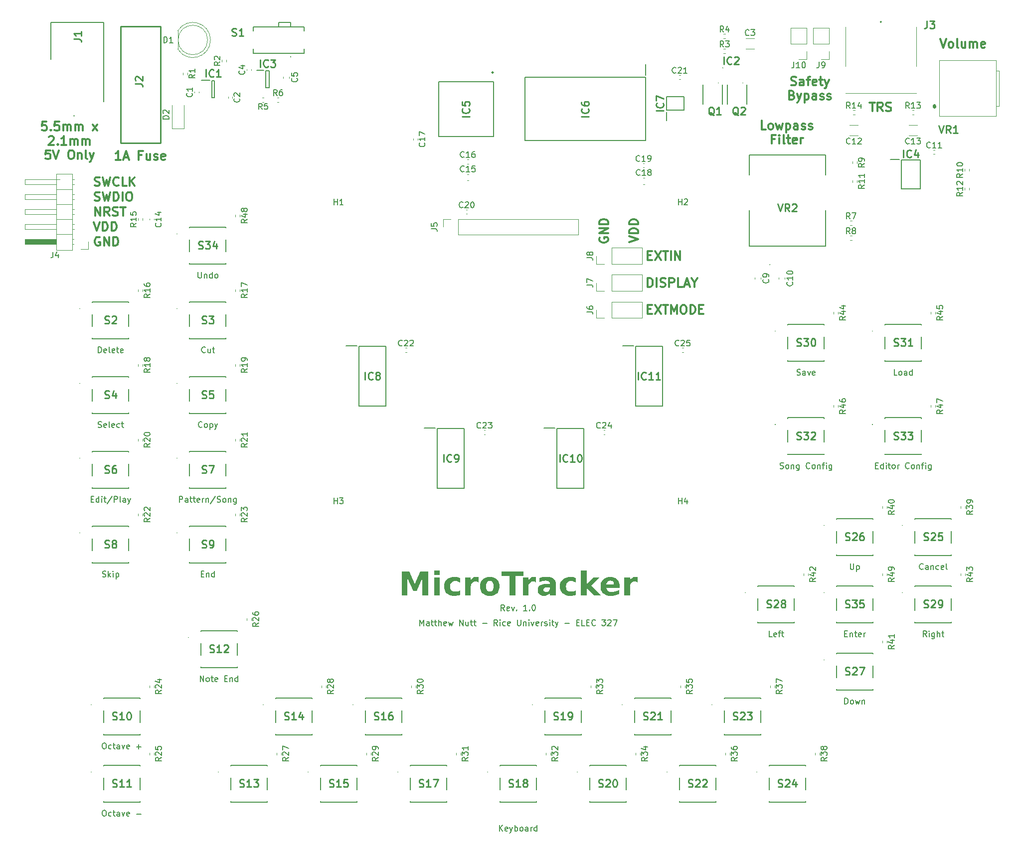
<source format=gbr>
%TF.GenerationSoftware,KiCad,Pcbnew,9.0.1*%
%TF.CreationDate,2025-04-16T22:38:01-05:00*%
%TF.ProjectId,mt,6d742e6b-6963-4616-945f-706362585858,rev?*%
%TF.SameCoordinates,Original*%
%TF.FileFunction,Legend,Top*%
%TF.FilePolarity,Positive*%
%FSLAX46Y46*%
G04 Gerber Fmt 4.6, Leading zero omitted, Abs format (unit mm)*
G04 Created by KiCad (PCBNEW 9.0.1) date 2025-04-16 22:38:01*
%MOMM*%
%LPD*%
G01*
G04 APERTURE LIST*
%ADD10C,0.300000*%
%ADD11C,0.200000*%
%ADD12C,0.150000*%
%ADD13C,0.254000*%
%ADD14C,0.120000*%
%ADD15C,0.100000*%
%ADD16C,0.250000*%
%ADD17C,0.600000*%
G04 APERTURE END LIST*
D10*
X65222858Y-41953328D02*
X64365715Y-41953328D01*
X64794286Y-41953328D02*
X64794286Y-40453328D01*
X64794286Y-40453328D02*
X64651429Y-40667614D01*
X64651429Y-40667614D02*
X64508572Y-40810471D01*
X64508572Y-40810471D02*
X64365715Y-40881900D01*
X65794286Y-41524757D02*
X66508572Y-41524757D01*
X65651429Y-41953328D02*
X66151429Y-40453328D01*
X66151429Y-40453328D02*
X66651429Y-41953328D01*
X68794285Y-41167614D02*
X68294285Y-41167614D01*
X68294285Y-41953328D02*
X68294285Y-40453328D01*
X68294285Y-40453328D02*
X69008571Y-40453328D01*
X70222857Y-40953328D02*
X70222857Y-41953328D01*
X69579999Y-40953328D02*
X69579999Y-41739042D01*
X69579999Y-41739042D02*
X69651428Y-41881900D01*
X69651428Y-41881900D02*
X69794285Y-41953328D01*
X69794285Y-41953328D02*
X70008571Y-41953328D01*
X70008571Y-41953328D02*
X70151428Y-41881900D01*
X70151428Y-41881900D02*
X70222857Y-41810471D01*
X70865714Y-41881900D02*
X71008571Y-41953328D01*
X71008571Y-41953328D02*
X71294285Y-41953328D01*
X71294285Y-41953328D02*
X71437142Y-41881900D01*
X71437142Y-41881900D02*
X71508571Y-41739042D01*
X71508571Y-41739042D02*
X71508571Y-41667614D01*
X71508571Y-41667614D02*
X71437142Y-41524757D01*
X71437142Y-41524757D02*
X71294285Y-41453328D01*
X71294285Y-41453328D02*
X71080000Y-41453328D01*
X71080000Y-41453328D02*
X70937142Y-41381900D01*
X70937142Y-41381900D02*
X70865714Y-41239042D01*
X70865714Y-41239042D02*
X70865714Y-41167614D01*
X70865714Y-41167614D02*
X70937142Y-41024757D01*
X70937142Y-41024757D02*
X71080000Y-40953328D01*
X71080000Y-40953328D02*
X71294285Y-40953328D01*
X71294285Y-40953328D02*
X71437142Y-41024757D01*
X72722857Y-41881900D02*
X72580000Y-41953328D01*
X72580000Y-41953328D02*
X72294286Y-41953328D01*
X72294286Y-41953328D02*
X72151428Y-41881900D01*
X72151428Y-41881900D02*
X72080000Y-41739042D01*
X72080000Y-41739042D02*
X72080000Y-41167614D01*
X72080000Y-41167614D02*
X72151428Y-41024757D01*
X72151428Y-41024757D02*
X72294286Y-40953328D01*
X72294286Y-40953328D02*
X72580000Y-40953328D01*
X72580000Y-40953328D02*
X72722857Y-41024757D01*
X72722857Y-41024757D02*
X72794286Y-41167614D01*
X72794286Y-41167614D02*
X72794286Y-41310471D01*
X72794286Y-41310471D02*
X72080000Y-41453328D01*
D11*
X78367143Y-61047219D02*
X78367143Y-61856742D01*
X78367143Y-61856742D02*
X78414762Y-61951980D01*
X78414762Y-61951980D02*
X78462381Y-61999600D01*
X78462381Y-61999600D02*
X78557619Y-62047219D01*
X78557619Y-62047219D02*
X78748095Y-62047219D01*
X78748095Y-62047219D02*
X78843333Y-61999600D01*
X78843333Y-61999600D02*
X78890952Y-61951980D01*
X78890952Y-61951980D02*
X78938571Y-61856742D01*
X78938571Y-61856742D02*
X78938571Y-61047219D01*
X79414762Y-61380552D02*
X79414762Y-62047219D01*
X79414762Y-61475790D02*
X79462381Y-61428171D01*
X79462381Y-61428171D02*
X79557619Y-61380552D01*
X79557619Y-61380552D02*
X79700476Y-61380552D01*
X79700476Y-61380552D02*
X79795714Y-61428171D01*
X79795714Y-61428171D02*
X79843333Y-61523409D01*
X79843333Y-61523409D02*
X79843333Y-62047219D01*
X80748095Y-62047219D02*
X80748095Y-61047219D01*
X80748095Y-61999600D02*
X80652857Y-62047219D01*
X80652857Y-62047219D02*
X80462381Y-62047219D01*
X80462381Y-62047219D02*
X80367143Y-61999600D01*
X80367143Y-61999600D02*
X80319524Y-61951980D01*
X80319524Y-61951980D02*
X80271905Y-61856742D01*
X80271905Y-61856742D02*
X80271905Y-61571028D01*
X80271905Y-61571028D02*
X80319524Y-61475790D01*
X80319524Y-61475790D02*
X80367143Y-61428171D01*
X80367143Y-61428171D02*
X80462381Y-61380552D01*
X80462381Y-61380552D02*
X80652857Y-61380552D01*
X80652857Y-61380552D02*
X80748095Y-61428171D01*
X81367143Y-62047219D02*
X81271905Y-61999600D01*
X81271905Y-61999600D02*
X81224286Y-61951980D01*
X81224286Y-61951980D02*
X81176667Y-61856742D01*
X81176667Y-61856742D02*
X81176667Y-61571028D01*
X81176667Y-61571028D02*
X81224286Y-61475790D01*
X81224286Y-61475790D02*
X81271905Y-61428171D01*
X81271905Y-61428171D02*
X81367143Y-61380552D01*
X81367143Y-61380552D02*
X81510000Y-61380552D01*
X81510000Y-61380552D02*
X81605238Y-61428171D01*
X81605238Y-61428171D02*
X81652857Y-61475790D01*
X81652857Y-61475790D02*
X81700476Y-61571028D01*
X81700476Y-61571028D02*
X81700476Y-61856742D01*
X81700476Y-61856742D02*
X81652857Y-61951980D01*
X81652857Y-61951980D02*
X81605238Y-61999600D01*
X81605238Y-61999600D02*
X81510000Y-62047219D01*
X81510000Y-62047219D02*
X81367143Y-62047219D01*
X62119048Y-112799600D02*
X62261905Y-112847219D01*
X62261905Y-112847219D02*
X62500000Y-112847219D01*
X62500000Y-112847219D02*
X62595238Y-112799600D01*
X62595238Y-112799600D02*
X62642857Y-112751980D01*
X62642857Y-112751980D02*
X62690476Y-112656742D01*
X62690476Y-112656742D02*
X62690476Y-112561504D01*
X62690476Y-112561504D02*
X62642857Y-112466266D01*
X62642857Y-112466266D02*
X62595238Y-112418647D01*
X62595238Y-112418647D02*
X62500000Y-112371028D01*
X62500000Y-112371028D02*
X62309524Y-112323409D01*
X62309524Y-112323409D02*
X62214286Y-112275790D01*
X62214286Y-112275790D02*
X62166667Y-112228171D01*
X62166667Y-112228171D02*
X62119048Y-112132933D01*
X62119048Y-112132933D02*
X62119048Y-112037695D01*
X62119048Y-112037695D02*
X62166667Y-111942457D01*
X62166667Y-111942457D02*
X62214286Y-111894838D01*
X62214286Y-111894838D02*
X62309524Y-111847219D01*
X62309524Y-111847219D02*
X62547619Y-111847219D01*
X62547619Y-111847219D02*
X62690476Y-111894838D01*
X63119048Y-112847219D02*
X63119048Y-111847219D01*
X63214286Y-112466266D02*
X63500000Y-112847219D01*
X63500000Y-112180552D02*
X63119048Y-112561504D01*
X63928572Y-112847219D02*
X63928572Y-112180552D01*
X63928572Y-111847219D02*
X63880953Y-111894838D01*
X63880953Y-111894838D02*
X63928572Y-111942457D01*
X63928572Y-111942457D02*
X63976191Y-111894838D01*
X63976191Y-111894838D02*
X63928572Y-111847219D01*
X63928572Y-111847219D02*
X63928572Y-111942457D01*
X64404762Y-112180552D02*
X64404762Y-113180552D01*
X64404762Y-112228171D02*
X64500000Y-112180552D01*
X64500000Y-112180552D02*
X64690476Y-112180552D01*
X64690476Y-112180552D02*
X64785714Y-112228171D01*
X64785714Y-112228171D02*
X64833333Y-112275790D01*
X64833333Y-112275790D02*
X64880952Y-112371028D01*
X64880952Y-112371028D02*
X64880952Y-112656742D01*
X64880952Y-112656742D02*
X64833333Y-112751980D01*
X64833333Y-112751980D02*
X64785714Y-112799600D01*
X64785714Y-112799600D02*
X64690476Y-112847219D01*
X64690476Y-112847219D02*
X64500000Y-112847219D01*
X64500000Y-112847219D02*
X64404762Y-112799600D01*
X62333571Y-152487219D02*
X62524047Y-152487219D01*
X62524047Y-152487219D02*
X62619285Y-152534838D01*
X62619285Y-152534838D02*
X62714523Y-152630076D01*
X62714523Y-152630076D02*
X62762142Y-152820552D01*
X62762142Y-152820552D02*
X62762142Y-153153885D01*
X62762142Y-153153885D02*
X62714523Y-153344361D01*
X62714523Y-153344361D02*
X62619285Y-153439600D01*
X62619285Y-153439600D02*
X62524047Y-153487219D01*
X62524047Y-153487219D02*
X62333571Y-153487219D01*
X62333571Y-153487219D02*
X62238333Y-153439600D01*
X62238333Y-153439600D02*
X62143095Y-153344361D01*
X62143095Y-153344361D02*
X62095476Y-153153885D01*
X62095476Y-153153885D02*
X62095476Y-152820552D01*
X62095476Y-152820552D02*
X62143095Y-152630076D01*
X62143095Y-152630076D02*
X62238333Y-152534838D01*
X62238333Y-152534838D02*
X62333571Y-152487219D01*
X63619285Y-153439600D02*
X63524047Y-153487219D01*
X63524047Y-153487219D02*
X63333571Y-153487219D01*
X63333571Y-153487219D02*
X63238333Y-153439600D01*
X63238333Y-153439600D02*
X63190714Y-153391980D01*
X63190714Y-153391980D02*
X63143095Y-153296742D01*
X63143095Y-153296742D02*
X63143095Y-153011028D01*
X63143095Y-153011028D02*
X63190714Y-152915790D01*
X63190714Y-152915790D02*
X63238333Y-152868171D01*
X63238333Y-152868171D02*
X63333571Y-152820552D01*
X63333571Y-152820552D02*
X63524047Y-152820552D01*
X63524047Y-152820552D02*
X63619285Y-152868171D01*
X63905000Y-152820552D02*
X64285952Y-152820552D01*
X64047857Y-152487219D02*
X64047857Y-153344361D01*
X64047857Y-153344361D02*
X64095476Y-153439600D01*
X64095476Y-153439600D02*
X64190714Y-153487219D01*
X64190714Y-153487219D02*
X64285952Y-153487219D01*
X65047857Y-153487219D02*
X65047857Y-152963409D01*
X65047857Y-152963409D02*
X65000238Y-152868171D01*
X65000238Y-152868171D02*
X64905000Y-152820552D01*
X64905000Y-152820552D02*
X64714524Y-152820552D01*
X64714524Y-152820552D02*
X64619286Y-152868171D01*
X65047857Y-153439600D02*
X64952619Y-153487219D01*
X64952619Y-153487219D02*
X64714524Y-153487219D01*
X64714524Y-153487219D02*
X64619286Y-153439600D01*
X64619286Y-153439600D02*
X64571667Y-153344361D01*
X64571667Y-153344361D02*
X64571667Y-153249123D01*
X64571667Y-153249123D02*
X64619286Y-153153885D01*
X64619286Y-153153885D02*
X64714524Y-153106266D01*
X64714524Y-153106266D02*
X64952619Y-153106266D01*
X64952619Y-153106266D02*
X65047857Y-153058647D01*
X65428810Y-152820552D02*
X65666905Y-153487219D01*
X65666905Y-153487219D02*
X65905000Y-152820552D01*
X66666905Y-153439600D02*
X66571667Y-153487219D01*
X66571667Y-153487219D02*
X66381191Y-153487219D01*
X66381191Y-153487219D02*
X66285953Y-153439600D01*
X66285953Y-153439600D02*
X66238334Y-153344361D01*
X66238334Y-153344361D02*
X66238334Y-152963409D01*
X66238334Y-152963409D02*
X66285953Y-152868171D01*
X66285953Y-152868171D02*
X66381191Y-152820552D01*
X66381191Y-152820552D02*
X66571667Y-152820552D01*
X66571667Y-152820552D02*
X66666905Y-152868171D01*
X66666905Y-152868171D02*
X66714524Y-152963409D01*
X66714524Y-152963409D02*
X66714524Y-153058647D01*
X66714524Y-153058647D02*
X66238334Y-153153885D01*
X67905001Y-153106266D02*
X68666906Y-153106266D01*
X78724523Y-130627219D02*
X78724523Y-129627219D01*
X78724523Y-129627219D02*
X79295951Y-130627219D01*
X79295951Y-130627219D02*
X79295951Y-129627219D01*
X79914999Y-130627219D02*
X79819761Y-130579600D01*
X79819761Y-130579600D02*
X79772142Y-130531980D01*
X79772142Y-130531980D02*
X79724523Y-130436742D01*
X79724523Y-130436742D02*
X79724523Y-130151028D01*
X79724523Y-130151028D02*
X79772142Y-130055790D01*
X79772142Y-130055790D02*
X79819761Y-130008171D01*
X79819761Y-130008171D02*
X79914999Y-129960552D01*
X79914999Y-129960552D02*
X80057856Y-129960552D01*
X80057856Y-129960552D02*
X80153094Y-130008171D01*
X80153094Y-130008171D02*
X80200713Y-130055790D01*
X80200713Y-130055790D02*
X80248332Y-130151028D01*
X80248332Y-130151028D02*
X80248332Y-130436742D01*
X80248332Y-130436742D02*
X80200713Y-130531980D01*
X80200713Y-130531980D02*
X80153094Y-130579600D01*
X80153094Y-130579600D02*
X80057856Y-130627219D01*
X80057856Y-130627219D02*
X79914999Y-130627219D01*
X80534047Y-129960552D02*
X80914999Y-129960552D01*
X80676904Y-129627219D02*
X80676904Y-130484361D01*
X80676904Y-130484361D02*
X80724523Y-130579600D01*
X80724523Y-130579600D02*
X80819761Y-130627219D01*
X80819761Y-130627219D02*
X80914999Y-130627219D01*
X81629285Y-130579600D02*
X81534047Y-130627219D01*
X81534047Y-130627219D02*
X81343571Y-130627219D01*
X81343571Y-130627219D02*
X81248333Y-130579600D01*
X81248333Y-130579600D02*
X81200714Y-130484361D01*
X81200714Y-130484361D02*
X81200714Y-130103409D01*
X81200714Y-130103409D02*
X81248333Y-130008171D01*
X81248333Y-130008171D02*
X81343571Y-129960552D01*
X81343571Y-129960552D02*
X81534047Y-129960552D01*
X81534047Y-129960552D02*
X81629285Y-130008171D01*
X81629285Y-130008171D02*
X81676904Y-130103409D01*
X81676904Y-130103409D02*
X81676904Y-130198647D01*
X81676904Y-130198647D02*
X81200714Y-130293885D01*
X82867381Y-130103409D02*
X83200714Y-130103409D01*
X83343571Y-130627219D02*
X82867381Y-130627219D01*
X82867381Y-130627219D02*
X82867381Y-129627219D01*
X82867381Y-129627219D02*
X83343571Y-129627219D01*
X83772143Y-129960552D02*
X83772143Y-130627219D01*
X83772143Y-130055790D02*
X83819762Y-130008171D01*
X83819762Y-130008171D02*
X83915000Y-129960552D01*
X83915000Y-129960552D02*
X84057857Y-129960552D01*
X84057857Y-129960552D02*
X84153095Y-130008171D01*
X84153095Y-130008171D02*
X84200714Y-130103409D01*
X84200714Y-130103409D02*
X84200714Y-130627219D01*
X85105476Y-130627219D02*
X85105476Y-129627219D01*
X85105476Y-130579600D02*
X85010238Y-130627219D01*
X85010238Y-130627219D02*
X84819762Y-130627219D01*
X84819762Y-130627219D02*
X84724524Y-130579600D01*
X84724524Y-130579600D02*
X84676905Y-130531980D01*
X84676905Y-130531980D02*
X84629286Y-130436742D01*
X84629286Y-130436742D02*
X84629286Y-130151028D01*
X84629286Y-130151028D02*
X84676905Y-130055790D01*
X84676905Y-130055790D02*
X84724524Y-130008171D01*
X84724524Y-130008171D02*
X84819762Y-129960552D01*
X84819762Y-129960552D02*
X85010238Y-129960552D01*
X85010238Y-129960552D02*
X85105476Y-130008171D01*
D10*
X154732510Y-63543328D02*
X154732510Y-62043328D01*
X154732510Y-62043328D02*
X155089653Y-62043328D01*
X155089653Y-62043328D02*
X155303939Y-62114757D01*
X155303939Y-62114757D02*
X155446796Y-62257614D01*
X155446796Y-62257614D02*
X155518225Y-62400471D01*
X155518225Y-62400471D02*
X155589653Y-62686185D01*
X155589653Y-62686185D02*
X155589653Y-62900471D01*
X155589653Y-62900471D02*
X155518225Y-63186185D01*
X155518225Y-63186185D02*
X155446796Y-63329042D01*
X155446796Y-63329042D02*
X155303939Y-63471900D01*
X155303939Y-63471900D02*
X155089653Y-63543328D01*
X155089653Y-63543328D02*
X154732510Y-63543328D01*
X156232510Y-63543328D02*
X156232510Y-62043328D01*
X156875368Y-63471900D02*
X157089654Y-63543328D01*
X157089654Y-63543328D02*
X157446796Y-63543328D01*
X157446796Y-63543328D02*
X157589654Y-63471900D01*
X157589654Y-63471900D02*
X157661082Y-63400471D01*
X157661082Y-63400471D02*
X157732511Y-63257614D01*
X157732511Y-63257614D02*
X157732511Y-63114757D01*
X157732511Y-63114757D02*
X157661082Y-62971900D01*
X157661082Y-62971900D02*
X157589654Y-62900471D01*
X157589654Y-62900471D02*
X157446796Y-62829042D01*
X157446796Y-62829042D02*
X157161082Y-62757614D01*
X157161082Y-62757614D02*
X157018225Y-62686185D01*
X157018225Y-62686185D02*
X156946796Y-62614757D01*
X156946796Y-62614757D02*
X156875368Y-62471900D01*
X156875368Y-62471900D02*
X156875368Y-62329042D01*
X156875368Y-62329042D02*
X156946796Y-62186185D01*
X156946796Y-62186185D02*
X157018225Y-62114757D01*
X157018225Y-62114757D02*
X157161082Y-62043328D01*
X157161082Y-62043328D02*
X157518225Y-62043328D01*
X157518225Y-62043328D02*
X157732511Y-62114757D01*
X158375367Y-63543328D02*
X158375367Y-62043328D01*
X158375367Y-62043328D02*
X158946796Y-62043328D01*
X158946796Y-62043328D02*
X159089653Y-62114757D01*
X159089653Y-62114757D02*
X159161082Y-62186185D01*
X159161082Y-62186185D02*
X159232510Y-62329042D01*
X159232510Y-62329042D02*
X159232510Y-62543328D01*
X159232510Y-62543328D02*
X159161082Y-62686185D01*
X159161082Y-62686185D02*
X159089653Y-62757614D01*
X159089653Y-62757614D02*
X158946796Y-62829042D01*
X158946796Y-62829042D02*
X158375367Y-62829042D01*
X160589653Y-63543328D02*
X159875367Y-63543328D01*
X159875367Y-63543328D02*
X159875367Y-62043328D01*
X161018225Y-63114757D02*
X161732511Y-63114757D01*
X160875368Y-63543328D02*
X161375368Y-62043328D01*
X161375368Y-62043328D02*
X161875368Y-63543328D01*
X162661082Y-62829042D02*
X162661082Y-63543328D01*
X162161082Y-62043328D02*
X162661082Y-62829042D01*
X162661082Y-62829042D02*
X163161082Y-62043328D01*
X192417143Y-32198328D02*
X193274286Y-32198328D01*
X192845714Y-33698328D02*
X192845714Y-32198328D01*
X194631428Y-33698328D02*
X194131428Y-32984042D01*
X193774285Y-33698328D02*
X193774285Y-32198328D01*
X193774285Y-32198328D02*
X194345714Y-32198328D01*
X194345714Y-32198328D02*
X194488571Y-32269757D01*
X194488571Y-32269757D02*
X194560000Y-32341185D01*
X194560000Y-32341185D02*
X194631428Y-32484042D01*
X194631428Y-32484042D02*
X194631428Y-32698328D01*
X194631428Y-32698328D02*
X194560000Y-32841185D01*
X194560000Y-32841185D02*
X194488571Y-32912614D01*
X194488571Y-32912614D02*
X194345714Y-32984042D01*
X194345714Y-32984042D02*
X193774285Y-32984042D01*
X195202857Y-33626900D02*
X195417143Y-33698328D01*
X195417143Y-33698328D02*
X195774285Y-33698328D01*
X195774285Y-33698328D02*
X195917143Y-33626900D01*
X195917143Y-33626900D02*
X195988571Y-33555471D01*
X195988571Y-33555471D02*
X196060000Y-33412614D01*
X196060000Y-33412614D02*
X196060000Y-33269757D01*
X196060000Y-33269757D02*
X195988571Y-33126900D01*
X195988571Y-33126900D02*
X195917143Y-33055471D01*
X195917143Y-33055471D02*
X195774285Y-32984042D01*
X195774285Y-32984042D02*
X195488571Y-32912614D01*
X195488571Y-32912614D02*
X195345714Y-32841185D01*
X195345714Y-32841185D02*
X195274285Y-32769757D01*
X195274285Y-32769757D02*
X195202857Y-32626900D01*
X195202857Y-32626900D02*
X195202857Y-32484042D01*
X195202857Y-32484042D02*
X195274285Y-32341185D01*
X195274285Y-32341185D02*
X195345714Y-32269757D01*
X195345714Y-32269757D02*
X195488571Y-32198328D01*
X195488571Y-32198328D02*
X195845714Y-32198328D01*
X195845714Y-32198328D02*
X196060000Y-32269757D01*
D11*
X61404761Y-74747219D02*
X61404761Y-73747219D01*
X61404761Y-73747219D02*
X61642856Y-73747219D01*
X61642856Y-73747219D02*
X61785713Y-73794838D01*
X61785713Y-73794838D02*
X61880951Y-73890076D01*
X61880951Y-73890076D02*
X61928570Y-73985314D01*
X61928570Y-73985314D02*
X61976189Y-74175790D01*
X61976189Y-74175790D02*
X61976189Y-74318647D01*
X61976189Y-74318647D02*
X61928570Y-74509123D01*
X61928570Y-74509123D02*
X61880951Y-74604361D01*
X61880951Y-74604361D02*
X61785713Y-74699600D01*
X61785713Y-74699600D02*
X61642856Y-74747219D01*
X61642856Y-74747219D02*
X61404761Y-74747219D01*
X62785713Y-74699600D02*
X62690475Y-74747219D01*
X62690475Y-74747219D02*
X62499999Y-74747219D01*
X62499999Y-74747219D02*
X62404761Y-74699600D01*
X62404761Y-74699600D02*
X62357142Y-74604361D01*
X62357142Y-74604361D02*
X62357142Y-74223409D01*
X62357142Y-74223409D02*
X62404761Y-74128171D01*
X62404761Y-74128171D02*
X62499999Y-74080552D01*
X62499999Y-74080552D02*
X62690475Y-74080552D01*
X62690475Y-74080552D02*
X62785713Y-74128171D01*
X62785713Y-74128171D02*
X62833332Y-74223409D01*
X62833332Y-74223409D02*
X62833332Y-74318647D01*
X62833332Y-74318647D02*
X62357142Y-74413885D01*
X63404761Y-74747219D02*
X63309523Y-74699600D01*
X63309523Y-74699600D02*
X63261904Y-74604361D01*
X63261904Y-74604361D02*
X63261904Y-73747219D01*
X64166666Y-74699600D02*
X64071428Y-74747219D01*
X64071428Y-74747219D02*
X63880952Y-74747219D01*
X63880952Y-74747219D02*
X63785714Y-74699600D01*
X63785714Y-74699600D02*
X63738095Y-74604361D01*
X63738095Y-74604361D02*
X63738095Y-74223409D01*
X63738095Y-74223409D02*
X63785714Y-74128171D01*
X63785714Y-74128171D02*
X63880952Y-74080552D01*
X63880952Y-74080552D02*
X64071428Y-74080552D01*
X64071428Y-74080552D02*
X64166666Y-74128171D01*
X64166666Y-74128171D02*
X64214285Y-74223409D01*
X64214285Y-74223409D02*
X64214285Y-74318647D01*
X64214285Y-74318647D02*
X63738095Y-74413885D01*
X64500000Y-74080552D02*
X64880952Y-74080552D01*
X64642857Y-73747219D02*
X64642857Y-74604361D01*
X64642857Y-74604361D02*
X64690476Y-74699600D01*
X64690476Y-74699600D02*
X64785714Y-74747219D01*
X64785714Y-74747219D02*
X64880952Y-74747219D01*
X65595238Y-74699600D02*
X65500000Y-74747219D01*
X65500000Y-74747219D02*
X65309524Y-74747219D01*
X65309524Y-74747219D02*
X65214286Y-74699600D01*
X65214286Y-74699600D02*
X65166667Y-74604361D01*
X65166667Y-74604361D02*
X65166667Y-74223409D01*
X65166667Y-74223409D02*
X65214286Y-74128171D01*
X65214286Y-74128171D02*
X65309524Y-74080552D01*
X65309524Y-74080552D02*
X65500000Y-74080552D01*
X65500000Y-74080552D02*
X65595238Y-74128171D01*
X65595238Y-74128171D02*
X65642857Y-74223409D01*
X65642857Y-74223409D02*
X65642857Y-74318647D01*
X65642857Y-74318647D02*
X65166667Y-74413885D01*
D10*
X60665225Y-52518328D02*
X61165225Y-54018328D01*
X61165225Y-54018328D02*
X61665225Y-52518328D01*
X62165224Y-54018328D02*
X62165224Y-52518328D01*
X62165224Y-52518328D02*
X62522367Y-52518328D01*
X62522367Y-52518328D02*
X62736653Y-52589757D01*
X62736653Y-52589757D02*
X62879510Y-52732614D01*
X62879510Y-52732614D02*
X62950939Y-52875471D01*
X62950939Y-52875471D02*
X63022367Y-53161185D01*
X63022367Y-53161185D02*
X63022367Y-53375471D01*
X63022367Y-53375471D02*
X62950939Y-53661185D01*
X62950939Y-53661185D02*
X62879510Y-53804042D01*
X62879510Y-53804042D02*
X62736653Y-53946900D01*
X62736653Y-53946900D02*
X62522367Y-54018328D01*
X62522367Y-54018328D02*
X62165224Y-54018328D01*
X63665224Y-54018328D02*
X63665224Y-52518328D01*
X63665224Y-52518328D02*
X64022367Y-52518328D01*
X64022367Y-52518328D02*
X64236653Y-52589757D01*
X64236653Y-52589757D02*
X64379510Y-52732614D01*
X64379510Y-52732614D02*
X64450939Y-52875471D01*
X64450939Y-52875471D02*
X64522367Y-53161185D01*
X64522367Y-53161185D02*
X64522367Y-53375471D01*
X64522367Y-53375471D02*
X64450939Y-53661185D01*
X64450939Y-53661185D02*
X64379510Y-53804042D01*
X64379510Y-53804042D02*
X64236653Y-53946900D01*
X64236653Y-53946900D02*
X64022367Y-54018328D01*
X64022367Y-54018328D02*
X63665224Y-54018328D01*
D11*
X189126905Y-110577219D02*
X189126905Y-111386742D01*
X189126905Y-111386742D02*
X189174524Y-111481980D01*
X189174524Y-111481980D02*
X189222143Y-111529600D01*
X189222143Y-111529600D02*
X189317381Y-111577219D01*
X189317381Y-111577219D02*
X189507857Y-111577219D01*
X189507857Y-111577219D02*
X189603095Y-111529600D01*
X189603095Y-111529600D02*
X189650714Y-111481980D01*
X189650714Y-111481980D02*
X189698333Y-111386742D01*
X189698333Y-111386742D02*
X189698333Y-110577219D01*
X190174524Y-110910552D02*
X190174524Y-111910552D01*
X190174524Y-110958171D02*
X190269762Y-110910552D01*
X190269762Y-110910552D02*
X190460238Y-110910552D01*
X190460238Y-110910552D02*
X190555476Y-110958171D01*
X190555476Y-110958171D02*
X190603095Y-111005790D01*
X190603095Y-111005790D02*
X190650714Y-111101028D01*
X190650714Y-111101028D02*
X190650714Y-111386742D01*
X190650714Y-111386742D02*
X190603095Y-111481980D01*
X190603095Y-111481980D02*
X190555476Y-111529600D01*
X190555476Y-111529600D02*
X190460238Y-111577219D01*
X190460238Y-111577219D02*
X190269762Y-111577219D01*
X190269762Y-111577219D02*
X190174524Y-111529600D01*
D10*
X52622143Y-35498412D02*
X51907857Y-35498412D01*
X51907857Y-35498412D02*
X51836429Y-36212698D01*
X51836429Y-36212698D02*
X51907857Y-36141269D01*
X51907857Y-36141269D02*
X52050715Y-36069841D01*
X52050715Y-36069841D02*
X52407857Y-36069841D01*
X52407857Y-36069841D02*
X52550715Y-36141269D01*
X52550715Y-36141269D02*
X52622143Y-36212698D01*
X52622143Y-36212698D02*
X52693572Y-36355555D01*
X52693572Y-36355555D02*
X52693572Y-36712698D01*
X52693572Y-36712698D02*
X52622143Y-36855555D01*
X52622143Y-36855555D02*
X52550715Y-36926984D01*
X52550715Y-36926984D02*
X52407857Y-36998412D01*
X52407857Y-36998412D02*
X52050715Y-36998412D01*
X52050715Y-36998412D02*
X51907857Y-36926984D01*
X51907857Y-36926984D02*
X51836429Y-36855555D01*
X53336428Y-36855555D02*
X53407857Y-36926984D01*
X53407857Y-36926984D02*
X53336428Y-36998412D01*
X53336428Y-36998412D02*
X53265000Y-36926984D01*
X53265000Y-36926984D02*
X53336428Y-36855555D01*
X53336428Y-36855555D02*
X53336428Y-36998412D01*
X54765000Y-35498412D02*
X54050714Y-35498412D01*
X54050714Y-35498412D02*
X53979286Y-36212698D01*
X53979286Y-36212698D02*
X54050714Y-36141269D01*
X54050714Y-36141269D02*
X54193572Y-36069841D01*
X54193572Y-36069841D02*
X54550714Y-36069841D01*
X54550714Y-36069841D02*
X54693572Y-36141269D01*
X54693572Y-36141269D02*
X54765000Y-36212698D01*
X54765000Y-36212698D02*
X54836429Y-36355555D01*
X54836429Y-36355555D02*
X54836429Y-36712698D01*
X54836429Y-36712698D02*
X54765000Y-36855555D01*
X54765000Y-36855555D02*
X54693572Y-36926984D01*
X54693572Y-36926984D02*
X54550714Y-36998412D01*
X54550714Y-36998412D02*
X54193572Y-36998412D01*
X54193572Y-36998412D02*
X54050714Y-36926984D01*
X54050714Y-36926984D02*
X53979286Y-36855555D01*
X55479285Y-36998412D02*
X55479285Y-35998412D01*
X55479285Y-36141269D02*
X55550714Y-36069841D01*
X55550714Y-36069841D02*
X55693571Y-35998412D01*
X55693571Y-35998412D02*
X55907857Y-35998412D01*
X55907857Y-35998412D02*
X56050714Y-36069841D01*
X56050714Y-36069841D02*
X56122143Y-36212698D01*
X56122143Y-36212698D02*
X56122143Y-36998412D01*
X56122143Y-36212698D02*
X56193571Y-36069841D01*
X56193571Y-36069841D02*
X56336428Y-35998412D01*
X56336428Y-35998412D02*
X56550714Y-35998412D01*
X56550714Y-35998412D02*
X56693571Y-36069841D01*
X56693571Y-36069841D02*
X56765000Y-36212698D01*
X56765000Y-36212698D02*
X56765000Y-36998412D01*
X57479285Y-36998412D02*
X57479285Y-35998412D01*
X57479285Y-36141269D02*
X57550714Y-36069841D01*
X57550714Y-36069841D02*
X57693571Y-35998412D01*
X57693571Y-35998412D02*
X57907857Y-35998412D01*
X57907857Y-35998412D02*
X58050714Y-36069841D01*
X58050714Y-36069841D02*
X58122143Y-36212698D01*
X58122143Y-36212698D02*
X58122143Y-36998412D01*
X58122143Y-36212698D02*
X58193571Y-36069841D01*
X58193571Y-36069841D02*
X58336428Y-35998412D01*
X58336428Y-35998412D02*
X58550714Y-35998412D01*
X58550714Y-35998412D02*
X58693571Y-36069841D01*
X58693571Y-36069841D02*
X58765000Y-36212698D01*
X58765000Y-36212698D02*
X58765000Y-36998412D01*
X60479285Y-36998412D02*
X61265000Y-35998412D01*
X60479285Y-35998412D02*
X61265000Y-36998412D01*
X53015000Y-38056185D02*
X53086428Y-37984757D01*
X53086428Y-37984757D02*
X53229286Y-37913328D01*
X53229286Y-37913328D02*
X53586428Y-37913328D01*
X53586428Y-37913328D02*
X53729286Y-37984757D01*
X53729286Y-37984757D02*
X53800714Y-38056185D01*
X53800714Y-38056185D02*
X53872143Y-38199042D01*
X53872143Y-38199042D02*
X53872143Y-38341900D01*
X53872143Y-38341900D02*
X53800714Y-38556185D01*
X53800714Y-38556185D02*
X52943571Y-39413328D01*
X52943571Y-39413328D02*
X53872143Y-39413328D01*
X54514999Y-39270471D02*
X54586428Y-39341900D01*
X54586428Y-39341900D02*
X54514999Y-39413328D01*
X54514999Y-39413328D02*
X54443571Y-39341900D01*
X54443571Y-39341900D02*
X54514999Y-39270471D01*
X54514999Y-39270471D02*
X54514999Y-39413328D01*
X56015000Y-39413328D02*
X55157857Y-39413328D01*
X55586428Y-39413328D02*
X55586428Y-37913328D01*
X55586428Y-37913328D02*
X55443571Y-38127614D01*
X55443571Y-38127614D02*
X55300714Y-38270471D01*
X55300714Y-38270471D02*
X55157857Y-38341900D01*
X56657856Y-39413328D02*
X56657856Y-38413328D01*
X56657856Y-38556185D02*
X56729285Y-38484757D01*
X56729285Y-38484757D02*
X56872142Y-38413328D01*
X56872142Y-38413328D02*
X57086428Y-38413328D01*
X57086428Y-38413328D02*
X57229285Y-38484757D01*
X57229285Y-38484757D02*
X57300714Y-38627614D01*
X57300714Y-38627614D02*
X57300714Y-39413328D01*
X57300714Y-38627614D02*
X57372142Y-38484757D01*
X57372142Y-38484757D02*
X57514999Y-38413328D01*
X57514999Y-38413328D02*
X57729285Y-38413328D01*
X57729285Y-38413328D02*
X57872142Y-38484757D01*
X57872142Y-38484757D02*
X57943571Y-38627614D01*
X57943571Y-38627614D02*
X57943571Y-39413328D01*
X58657856Y-39413328D02*
X58657856Y-38413328D01*
X58657856Y-38556185D02*
X58729285Y-38484757D01*
X58729285Y-38484757D02*
X58872142Y-38413328D01*
X58872142Y-38413328D02*
X59086428Y-38413328D01*
X59086428Y-38413328D02*
X59229285Y-38484757D01*
X59229285Y-38484757D02*
X59300714Y-38627614D01*
X59300714Y-38627614D02*
X59300714Y-39413328D01*
X59300714Y-38627614D02*
X59372142Y-38484757D01*
X59372142Y-38484757D02*
X59514999Y-38413328D01*
X59514999Y-38413328D02*
X59729285Y-38413328D01*
X59729285Y-38413328D02*
X59872142Y-38484757D01*
X59872142Y-38484757D02*
X59943571Y-38627614D01*
X59943571Y-38627614D02*
X59943571Y-39413328D01*
X53229286Y-40328244D02*
X52515000Y-40328244D01*
X52515000Y-40328244D02*
X52443572Y-41042530D01*
X52443572Y-41042530D02*
X52515000Y-40971101D01*
X52515000Y-40971101D02*
X52657858Y-40899673D01*
X52657858Y-40899673D02*
X53015000Y-40899673D01*
X53015000Y-40899673D02*
X53157858Y-40971101D01*
X53157858Y-40971101D02*
X53229286Y-41042530D01*
X53229286Y-41042530D02*
X53300715Y-41185387D01*
X53300715Y-41185387D02*
X53300715Y-41542530D01*
X53300715Y-41542530D02*
X53229286Y-41685387D01*
X53229286Y-41685387D02*
X53157858Y-41756816D01*
X53157858Y-41756816D02*
X53015000Y-41828244D01*
X53015000Y-41828244D02*
X52657858Y-41828244D01*
X52657858Y-41828244D02*
X52515000Y-41756816D01*
X52515000Y-41756816D02*
X52443572Y-41685387D01*
X53729286Y-40328244D02*
X54229286Y-41828244D01*
X54229286Y-41828244D02*
X54729286Y-40328244D01*
X56657857Y-40328244D02*
X56943571Y-40328244D01*
X56943571Y-40328244D02*
X57086428Y-40399673D01*
X57086428Y-40399673D02*
X57229285Y-40542530D01*
X57229285Y-40542530D02*
X57300714Y-40828244D01*
X57300714Y-40828244D02*
X57300714Y-41328244D01*
X57300714Y-41328244D02*
X57229285Y-41613958D01*
X57229285Y-41613958D02*
X57086428Y-41756816D01*
X57086428Y-41756816D02*
X56943571Y-41828244D01*
X56943571Y-41828244D02*
X56657857Y-41828244D01*
X56657857Y-41828244D02*
X56515000Y-41756816D01*
X56515000Y-41756816D02*
X56372142Y-41613958D01*
X56372142Y-41613958D02*
X56300714Y-41328244D01*
X56300714Y-41328244D02*
X56300714Y-40828244D01*
X56300714Y-40828244D02*
X56372142Y-40542530D01*
X56372142Y-40542530D02*
X56515000Y-40399673D01*
X56515000Y-40399673D02*
X56657857Y-40328244D01*
X57943571Y-40828244D02*
X57943571Y-41828244D01*
X57943571Y-40971101D02*
X58015000Y-40899673D01*
X58015000Y-40899673D02*
X58157857Y-40828244D01*
X58157857Y-40828244D02*
X58372143Y-40828244D01*
X58372143Y-40828244D02*
X58515000Y-40899673D01*
X58515000Y-40899673D02*
X58586429Y-41042530D01*
X58586429Y-41042530D02*
X58586429Y-41828244D01*
X59515000Y-41828244D02*
X59372143Y-41756816D01*
X59372143Y-41756816D02*
X59300714Y-41613958D01*
X59300714Y-41613958D02*
X59300714Y-40328244D01*
X59943571Y-40828244D02*
X60300714Y-41828244D01*
X60657857Y-40828244D02*
X60300714Y-41828244D01*
X60300714Y-41828244D02*
X60157857Y-42185387D01*
X60157857Y-42185387D02*
X60086428Y-42256816D01*
X60086428Y-42256816D02*
X59943571Y-42328244D01*
D11*
X75176666Y-100147219D02*
X75176666Y-99147219D01*
X75176666Y-99147219D02*
X75557618Y-99147219D01*
X75557618Y-99147219D02*
X75652856Y-99194838D01*
X75652856Y-99194838D02*
X75700475Y-99242457D01*
X75700475Y-99242457D02*
X75748094Y-99337695D01*
X75748094Y-99337695D02*
X75748094Y-99480552D01*
X75748094Y-99480552D02*
X75700475Y-99575790D01*
X75700475Y-99575790D02*
X75652856Y-99623409D01*
X75652856Y-99623409D02*
X75557618Y-99671028D01*
X75557618Y-99671028D02*
X75176666Y-99671028D01*
X76605237Y-100147219D02*
X76605237Y-99623409D01*
X76605237Y-99623409D02*
X76557618Y-99528171D01*
X76557618Y-99528171D02*
X76462380Y-99480552D01*
X76462380Y-99480552D02*
X76271904Y-99480552D01*
X76271904Y-99480552D02*
X76176666Y-99528171D01*
X76605237Y-100099600D02*
X76509999Y-100147219D01*
X76509999Y-100147219D02*
X76271904Y-100147219D01*
X76271904Y-100147219D02*
X76176666Y-100099600D01*
X76176666Y-100099600D02*
X76129047Y-100004361D01*
X76129047Y-100004361D02*
X76129047Y-99909123D01*
X76129047Y-99909123D02*
X76176666Y-99813885D01*
X76176666Y-99813885D02*
X76271904Y-99766266D01*
X76271904Y-99766266D02*
X76509999Y-99766266D01*
X76509999Y-99766266D02*
X76605237Y-99718647D01*
X76938571Y-99480552D02*
X77319523Y-99480552D01*
X77081428Y-99147219D02*
X77081428Y-100004361D01*
X77081428Y-100004361D02*
X77129047Y-100099600D01*
X77129047Y-100099600D02*
X77224285Y-100147219D01*
X77224285Y-100147219D02*
X77319523Y-100147219D01*
X77510000Y-99480552D02*
X77890952Y-99480552D01*
X77652857Y-99147219D02*
X77652857Y-100004361D01*
X77652857Y-100004361D02*
X77700476Y-100099600D01*
X77700476Y-100099600D02*
X77795714Y-100147219D01*
X77795714Y-100147219D02*
X77890952Y-100147219D01*
X78605238Y-100099600D02*
X78510000Y-100147219D01*
X78510000Y-100147219D02*
X78319524Y-100147219D01*
X78319524Y-100147219D02*
X78224286Y-100099600D01*
X78224286Y-100099600D02*
X78176667Y-100004361D01*
X78176667Y-100004361D02*
X78176667Y-99623409D01*
X78176667Y-99623409D02*
X78224286Y-99528171D01*
X78224286Y-99528171D02*
X78319524Y-99480552D01*
X78319524Y-99480552D02*
X78510000Y-99480552D01*
X78510000Y-99480552D02*
X78605238Y-99528171D01*
X78605238Y-99528171D02*
X78652857Y-99623409D01*
X78652857Y-99623409D02*
X78652857Y-99718647D01*
X78652857Y-99718647D02*
X78176667Y-99813885D01*
X79081429Y-100147219D02*
X79081429Y-99480552D01*
X79081429Y-99671028D02*
X79129048Y-99575790D01*
X79129048Y-99575790D02*
X79176667Y-99528171D01*
X79176667Y-99528171D02*
X79271905Y-99480552D01*
X79271905Y-99480552D02*
X79367143Y-99480552D01*
X79700477Y-99480552D02*
X79700477Y-100147219D01*
X79700477Y-99575790D02*
X79748096Y-99528171D01*
X79748096Y-99528171D02*
X79843334Y-99480552D01*
X79843334Y-99480552D02*
X79986191Y-99480552D01*
X79986191Y-99480552D02*
X80081429Y-99528171D01*
X80081429Y-99528171D02*
X80129048Y-99623409D01*
X80129048Y-99623409D02*
X80129048Y-100147219D01*
X81319524Y-99099600D02*
X80462382Y-100385314D01*
X81605239Y-100099600D02*
X81748096Y-100147219D01*
X81748096Y-100147219D02*
X81986191Y-100147219D01*
X81986191Y-100147219D02*
X82081429Y-100099600D01*
X82081429Y-100099600D02*
X82129048Y-100051980D01*
X82129048Y-100051980D02*
X82176667Y-99956742D01*
X82176667Y-99956742D02*
X82176667Y-99861504D01*
X82176667Y-99861504D02*
X82129048Y-99766266D01*
X82129048Y-99766266D02*
X82081429Y-99718647D01*
X82081429Y-99718647D02*
X81986191Y-99671028D01*
X81986191Y-99671028D02*
X81795715Y-99623409D01*
X81795715Y-99623409D02*
X81700477Y-99575790D01*
X81700477Y-99575790D02*
X81652858Y-99528171D01*
X81652858Y-99528171D02*
X81605239Y-99432933D01*
X81605239Y-99432933D02*
X81605239Y-99337695D01*
X81605239Y-99337695D02*
X81652858Y-99242457D01*
X81652858Y-99242457D02*
X81700477Y-99194838D01*
X81700477Y-99194838D02*
X81795715Y-99147219D01*
X81795715Y-99147219D02*
X82033810Y-99147219D01*
X82033810Y-99147219D02*
X82176667Y-99194838D01*
X82748096Y-100147219D02*
X82652858Y-100099600D01*
X82652858Y-100099600D02*
X82605239Y-100051980D01*
X82605239Y-100051980D02*
X82557620Y-99956742D01*
X82557620Y-99956742D02*
X82557620Y-99671028D01*
X82557620Y-99671028D02*
X82605239Y-99575790D01*
X82605239Y-99575790D02*
X82652858Y-99528171D01*
X82652858Y-99528171D02*
X82748096Y-99480552D01*
X82748096Y-99480552D02*
X82890953Y-99480552D01*
X82890953Y-99480552D02*
X82986191Y-99528171D01*
X82986191Y-99528171D02*
X83033810Y-99575790D01*
X83033810Y-99575790D02*
X83081429Y-99671028D01*
X83081429Y-99671028D02*
X83081429Y-99956742D01*
X83081429Y-99956742D02*
X83033810Y-100051980D01*
X83033810Y-100051980D02*
X82986191Y-100099600D01*
X82986191Y-100099600D02*
X82890953Y-100147219D01*
X82890953Y-100147219D02*
X82748096Y-100147219D01*
X83510001Y-99480552D02*
X83510001Y-100147219D01*
X83510001Y-99575790D02*
X83557620Y-99528171D01*
X83557620Y-99528171D02*
X83652858Y-99480552D01*
X83652858Y-99480552D02*
X83795715Y-99480552D01*
X83795715Y-99480552D02*
X83890953Y-99528171D01*
X83890953Y-99528171D02*
X83938572Y-99623409D01*
X83938572Y-99623409D02*
X83938572Y-100147219D01*
X84843334Y-99480552D02*
X84843334Y-100290076D01*
X84843334Y-100290076D02*
X84795715Y-100385314D01*
X84795715Y-100385314D02*
X84748096Y-100432933D01*
X84748096Y-100432933D02*
X84652858Y-100480552D01*
X84652858Y-100480552D02*
X84510001Y-100480552D01*
X84510001Y-100480552D02*
X84414763Y-100432933D01*
X84843334Y-100099600D02*
X84748096Y-100147219D01*
X84748096Y-100147219D02*
X84557620Y-100147219D01*
X84557620Y-100147219D02*
X84462382Y-100099600D01*
X84462382Y-100099600D02*
X84414763Y-100051980D01*
X84414763Y-100051980D02*
X84367144Y-99956742D01*
X84367144Y-99956742D02*
X84367144Y-99671028D01*
X84367144Y-99671028D02*
X84414763Y-99575790D01*
X84414763Y-99575790D02*
X84462382Y-99528171D01*
X84462382Y-99528171D02*
X84557620Y-99480552D01*
X84557620Y-99480552D02*
X84748096Y-99480552D01*
X84748096Y-99480552D02*
X84843334Y-99528171D01*
X79033809Y-87351980D02*
X78986190Y-87399600D01*
X78986190Y-87399600D02*
X78843333Y-87447219D01*
X78843333Y-87447219D02*
X78748095Y-87447219D01*
X78748095Y-87447219D02*
X78605238Y-87399600D01*
X78605238Y-87399600D02*
X78510000Y-87304361D01*
X78510000Y-87304361D02*
X78462381Y-87209123D01*
X78462381Y-87209123D02*
X78414762Y-87018647D01*
X78414762Y-87018647D02*
X78414762Y-86875790D01*
X78414762Y-86875790D02*
X78462381Y-86685314D01*
X78462381Y-86685314D02*
X78510000Y-86590076D01*
X78510000Y-86590076D02*
X78605238Y-86494838D01*
X78605238Y-86494838D02*
X78748095Y-86447219D01*
X78748095Y-86447219D02*
X78843333Y-86447219D01*
X78843333Y-86447219D02*
X78986190Y-86494838D01*
X78986190Y-86494838D02*
X79033809Y-86542457D01*
X79605238Y-87447219D02*
X79510000Y-87399600D01*
X79510000Y-87399600D02*
X79462381Y-87351980D01*
X79462381Y-87351980D02*
X79414762Y-87256742D01*
X79414762Y-87256742D02*
X79414762Y-86971028D01*
X79414762Y-86971028D02*
X79462381Y-86875790D01*
X79462381Y-86875790D02*
X79510000Y-86828171D01*
X79510000Y-86828171D02*
X79605238Y-86780552D01*
X79605238Y-86780552D02*
X79748095Y-86780552D01*
X79748095Y-86780552D02*
X79843333Y-86828171D01*
X79843333Y-86828171D02*
X79890952Y-86875790D01*
X79890952Y-86875790D02*
X79938571Y-86971028D01*
X79938571Y-86971028D02*
X79938571Y-87256742D01*
X79938571Y-87256742D02*
X79890952Y-87351980D01*
X79890952Y-87351980D02*
X79843333Y-87399600D01*
X79843333Y-87399600D02*
X79748095Y-87447219D01*
X79748095Y-87447219D02*
X79605238Y-87447219D01*
X80367143Y-86780552D02*
X80367143Y-87780552D01*
X80367143Y-86828171D02*
X80462381Y-86780552D01*
X80462381Y-86780552D02*
X80652857Y-86780552D01*
X80652857Y-86780552D02*
X80748095Y-86828171D01*
X80748095Y-86828171D02*
X80795714Y-86875790D01*
X80795714Y-86875790D02*
X80843333Y-86971028D01*
X80843333Y-86971028D02*
X80843333Y-87256742D01*
X80843333Y-87256742D02*
X80795714Y-87351980D01*
X80795714Y-87351980D02*
X80748095Y-87399600D01*
X80748095Y-87399600D02*
X80652857Y-87447219D01*
X80652857Y-87447219D02*
X80462381Y-87447219D01*
X80462381Y-87447219D02*
X80367143Y-87399600D01*
X81176667Y-86780552D02*
X81414762Y-87447219D01*
X81652857Y-86780552D02*
X81414762Y-87447219D01*
X81414762Y-87447219D02*
X81319524Y-87685314D01*
X81319524Y-87685314D02*
X81271905Y-87732933D01*
X81271905Y-87732933D02*
X81176667Y-87780552D01*
X188174524Y-134437219D02*
X188174524Y-133437219D01*
X188174524Y-133437219D02*
X188412619Y-133437219D01*
X188412619Y-133437219D02*
X188555476Y-133484838D01*
X188555476Y-133484838D02*
X188650714Y-133580076D01*
X188650714Y-133580076D02*
X188698333Y-133675314D01*
X188698333Y-133675314D02*
X188745952Y-133865790D01*
X188745952Y-133865790D02*
X188745952Y-134008647D01*
X188745952Y-134008647D02*
X188698333Y-134199123D01*
X188698333Y-134199123D02*
X188650714Y-134294361D01*
X188650714Y-134294361D02*
X188555476Y-134389600D01*
X188555476Y-134389600D02*
X188412619Y-134437219D01*
X188412619Y-134437219D02*
X188174524Y-134437219D01*
X189317381Y-134437219D02*
X189222143Y-134389600D01*
X189222143Y-134389600D02*
X189174524Y-134341980D01*
X189174524Y-134341980D02*
X189126905Y-134246742D01*
X189126905Y-134246742D02*
X189126905Y-133961028D01*
X189126905Y-133961028D02*
X189174524Y-133865790D01*
X189174524Y-133865790D02*
X189222143Y-133818171D01*
X189222143Y-133818171D02*
X189317381Y-133770552D01*
X189317381Y-133770552D02*
X189460238Y-133770552D01*
X189460238Y-133770552D02*
X189555476Y-133818171D01*
X189555476Y-133818171D02*
X189603095Y-133865790D01*
X189603095Y-133865790D02*
X189650714Y-133961028D01*
X189650714Y-133961028D02*
X189650714Y-134246742D01*
X189650714Y-134246742D02*
X189603095Y-134341980D01*
X189603095Y-134341980D02*
X189555476Y-134389600D01*
X189555476Y-134389600D02*
X189460238Y-134437219D01*
X189460238Y-134437219D02*
X189317381Y-134437219D01*
X189984048Y-133770552D02*
X190174524Y-134437219D01*
X190174524Y-134437219D02*
X190365000Y-133961028D01*
X190365000Y-133961028D02*
X190555476Y-134437219D01*
X190555476Y-134437219D02*
X190745952Y-133770552D01*
X191126905Y-133770552D02*
X191126905Y-134437219D01*
X191126905Y-133865790D02*
X191174524Y-133818171D01*
X191174524Y-133818171D02*
X191269762Y-133770552D01*
X191269762Y-133770552D02*
X191412619Y-133770552D01*
X191412619Y-133770552D02*
X191507857Y-133818171D01*
X191507857Y-133818171D02*
X191555476Y-133913409D01*
X191555476Y-133913409D02*
X191555476Y-134437219D01*
X202080952Y-123007219D02*
X201747619Y-122531028D01*
X201509524Y-123007219D02*
X201509524Y-122007219D01*
X201509524Y-122007219D02*
X201890476Y-122007219D01*
X201890476Y-122007219D02*
X201985714Y-122054838D01*
X201985714Y-122054838D02*
X202033333Y-122102457D01*
X202033333Y-122102457D02*
X202080952Y-122197695D01*
X202080952Y-122197695D02*
X202080952Y-122340552D01*
X202080952Y-122340552D02*
X202033333Y-122435790D01*
X202033333Y-122435790D02*
X201985714Y-122483409D01*
X201985714Y-122483409D02*
X201890476Y-122531028D01*
X201890476Y-122531028D02*
X201509524Y-122531028D01*
X202509524Y-123007219D02*
X202509524Y-122340552D01*
X202509524Y-122007219D02*
X202461905Y-122054838D01*
X202461905Y-122054838D02*
X202509524Y-122102457D01*
X202509524Y-122102457D02*
X202557143Y-122054838D01*
X202557143Y-122054838D02*
X202509524Y-122007219D01*
X202509524Y-122007219D02*
X202509524Y-122102457D01*
X203414285Y-122340552D02*
X203414285Y-123150076D01*
X203414285Y-123150076D02*
X203366666Y-123245314D01*
X203366666Y-123245314D02*
X203319047Y-123292933D01*
X203319047Y-123292933D02*
X203223809Y-123340552D01*
X203223809Y-123340552D02*
X203080952Y-123340552D01*
X203080952Y-123340552D02*
X202985714Y-123292933D01*
X203414285Y-122959600D02*
X203319047Y-123007219D01*
X203319047Y-123007219D02*
X203128571Y-123007219D01*
X203128571Y-123007219D02*
X203033333Y-122959600D01*
X203033333Y-122959600D02*
X202985714Y-122911980D01*
X202985714Y-122911980D02*
X202938095Y-122816742D01*
X202938095Y-122816742D02*
X202938095Y-122531028D01*
X202938095Y-122531028D02*
X202985714Y-122435790D01*
X202985714Y-122435790D02*
X203033333Y-122388171D01*
X203033333Y-122388171D02*
X203128571Y-122340552D01*
X203128571Y-122340552D02*
X203319047Y-122340552D01*
X203319047Y-122340552D02*
X203414285Y-122388171D01*
X203890476Y-123007219D02*
X203890476Y-122007219D01*
X204319047Y-123007219D02*
X204319047Y-122483409D01*
X204319047Y-122483409D02*
X204271428Y-122388171D01*
X204271428Y-122388171D02*
X204176190Y-122340552D01*
X204176190Y-122340552D02*
X204033333Y-122340552D01*
X204033333Y-122340552D02*
X203938095Y-122388171D01*
X203938095Y-122388171D02*
X203890476Y-122435790D01*
X204652381Y-122340552D02*
X205033333Y-122340552D01*
X204795238Y-122007219D02*
X204795238Y-122864361D01*
X204795238Y-122864361D02*
X204842857Y-122959600D01*
X204842857Y-122959600D02*
X204938095Y-123007219D01*
X204938095Y-123007219D02*
X205033333Y-123007219D01*
X129524523Y-156027219D02*
X129524523Y-155027219D01*
X130095951Y-156027219D02*
X129667380Y-155455790D01*
X130095951Y-155027219D02*
X129524523Y-155598647D01*
X130905475Y-155979600D02*
X130810237Y-156027219D01*
X130810237Y-156027219D02*
X130619761Y-156027219D01*
X130619761Y-156027219D02*
X130524523Y-155979600D01*
X130524523Y-155979600D02*
X130476904Y-155884361D01*
X130476904Y-155884361D02*
X130476904Y-155503409D01*
X130476904Y-155503409D02*
X130524523Y-155408171D01*
X130524523Y-155408171D02*
X130619761Y-155360552D01*
X130619761Y-155360552D02*
X130810237Y-155360552D01*
X130810237Y-155360552D02*
X130905475Y-155408171D01*
X130905475Y-155408171D02*
X130953094Y-155503409D01*
X130953094Y-155503409D02*
X130953094Y-155598647D01*
X130953094Y-155598647D02*
X130476904Y-155693885D01*
X131286428Y-155360552D02*
X131524523Y-156027219D01*
X131762618Y-155360552D02*
X131524523Y-156027219D01*
X131524523Y-156027219D02*
X131429285Y-156265314D01*
X131429285Y-156265314D02*
X131381666Y-156312933D01*
X131381666Y-156312933D02*
X131286428Y-156360552D01*
X132143571Y-156027219D02*
X132143571Y-155027219D01*
X132143571Y-155408171D02*
X132238809Y-155360552D01*
X132238809Y-155360552D02*
X132429285Y-155360552D01*
X132429285Y-155360552D02*
X132524523Y-155408171D01*
X132524523Y-155408171D02*
X132572142Y-155455790D01*
X132572142Y-155455790D02*
X132619761Y-155551028D01*
X132619761Y-155551028D02*
X132619761Y-155836742D01*
X132619761Y-155836742D02*
X132572142Y-155931980D01*
X132572142Y-155931980D02*
X132524523Y-155979600D01*
X132524523Y-155979600D02*
X132429285Y-156027219D01*
X132429285Y-156027219D02*
X132238809Y-156027219D01*
X132238809Y-156027219D02*
X132143571Y-155979600D01*
X133191190Y-156027219D02*
X133095952Y-155979600D01*
X133095952Y-155979600D02*
X133048333Y-155931980D01*
X133048333Y-155931980D02*
X133000714Y-155836742D01*
X133000714Y-155836742D02*
X133000714Y-155551028D01*
X133000714Y-155551028D02*
X133048333Y-155455790D01*
X133048333Y-155455790D02*
X133095952Y-155408171D01*
X133095952Y-155408171D02*
X133191190Y-155360552D01*
X133191190Y-155360552D02*
X133334047Y-155360552D01*
X133334047Y-155360552D02*
X133429285Y-155408171D01*
X133429285Y-155408171D02*
X133476904Y-155455790D01*
X133476904Y-155455790D02*
X133524523Y-155551028D01*
X133524523Y-155551028D02*
X133524523Y-155836742D01*
X133524523Y-155836742D02*
X133476904Y-155931980D01*
X133476904Y-155931980D02*
X133429285Y-155979600D01*
X133429285Y-155979600D02*
X133334047Y-156027219D01*
X133334047Y-156027219D02*
X133191190Y-156027219D01*
X134381666Y-156027219D02*
X134381666Y-155503409D01*
X134381666Y-155503409D02*
X134334047Y-155408171D01*
X134334047Y-155408171D02*
X134238809Y-155360552D01*
X134238809Y-155360552D02*
X134048333Y-155360552D01*
X134048333Y-155360552D02*
X133953095Y-155408171D01*
X134381666Y-155979600D02*
X134286428Y-156027219D01*
X134286428Y-156027219D02*
X134048333Y-156027219D01*
X134048333Y-156027219D02*
X133953095Y-155979600D01*
X133953095Y-155979600D02*
X133905476Y-155884361D01*
X133905476Y-155884361D02*
X133905476Y-155789123D01*
X133905476Y-155789123D02*
X133953095Y-155693885D01*
X133953095Y-155693885D02*
X134048333Y-155646266D01*
X134048333Y-155646266D02*
X134286428Y-155646266D01*
X134286428Y-155646266D02*
X134381666Y-155598647D01*
X134857857Y-156027219D02*
X134857857Y-155360552D01*
X134857857Y-155551028D02*
X134905476Y-155455790D01*
X134905476Y-155455790D02*
X134953095Y-155408171D01*
X134953095Y-155408171D02*
X135048333Y-155360552D01*
X135048333Y-155360552D02*
X135143571Y-155360552D01*
X135905476Y-156027219D02*
X135905476Y-155027219D01*
X135905476Y-155979600D02*
X135810238Y-156027219D01*
X135810238Y-156027219D02*
X135619762Y-156027219D01*
X135619762Y-156027219D02*
X135524524Y-155979600D01*
X135524524Y-155979600D02*
X135476905Y-155931980D01*
X135476905Y-155931980D02*
X135429286Y-155836742D01*
X135429286Y-155836742D02*
X135429286Y-155551028D01*
X135429286Y-155551028D02*
X135476905Y-155455790D01*
X135476905Y-155455790D02*
X135524524Y-155408171D01*
X135524524Y-155408171D02*
X135619762Y-155360552D01*
X135619762Y-155360552D02*
X135810238Y-155360552D01*
X135810238Y-155360552D02*
X135905476Y-155408171D01*
D10*
X146569757Y-55174774D02*
X146498328Y-55317632D01*
X146498328Y-55317632D02*
X146498328Y-55531917D01*
X146498328Y-55531917D02*
X146569757Y-55746203D01*
X146569757Y-55746203D02*
X146712614Y-55889060D01*
X146712614Y-55889060D02*
X146855471Y-55960489D01*
X146855471Y-55960489D02*
X147141185Y-56031917D01*
X147141185Y-56031917D02*
X147355471Y-56031917D01*
X147355471Y-56031917D02*
X147641185Y-55960489D01*
X147641185Y-55960489D02*
X147784042Y-55889060D01*
X147784042Y-55889060D02*
X147926900Y-55746203D01*
X147926900Y-55746203D02*
X147998328Y-55531917D01*
X147998328Y-55531917D02*
X147998328Y-55389060D01*
X147998328Y-55389060D02*
X147926900Y-55174774D01*
X147926900Y-55174774D02*
X147855471Y-55103346D01*
X147855471Y-55103346D02*
X147355471Y-55103346D01*
X147355471Y-55103346D02*
X147355471Y-55389060D01*
X147998328Y-54460489D02*
X146498328Y-54460489D01*
X146498328Y-54460489D02*
X147998328Y-53603346D01*
X147998328Y-53603346D02*
X146498328Y-53603346D01*
X147998328Y-52889060D02*
X146498328Y-52889060D01*
X146498328Y-52889060D02*
X146498328Y-52531917D01*
X146498328Y-52531917D02*
X146569757Y-52317631D01*
X146569757Y-52317631D02*
X146712614Y-52174774D01*
X146712614Y-52174774D02*
X146855471Y-52103345D01*
X146855471Y-52103345D02*
X147141185Y-52031917D01*
X147141185Y-52031917D02*
X147355471Y-52031917D01*
X147355471Y-52031917D02*
X147641185Y-52103345D01*
X147641185Y-52103345D02*
X147784042Y-52174774D01*
X147784042Y-52174774D02*
X147926900Y-52317631D01*
X147926900Y-52317631D02*
X147998328Y-52531917D01*
X147998328Y-52531917D02*
X147998328Y-52889060D01*
D11*
X193405714Y-93908409D02*
X193739047Y-93908409D01*
X193881904Y-94432219D02*
X193405714Y-94432219D01*
X193405714Y-94432219D02*
X193405714Y-93432219D01*
X193405714Y-93432219D02*
X193881904Y-93432219D01*
X194739047Y-94432219D02*
X194739047Y-93432219D01*
X194739047Y-94384600D02*
X194643809Y-94432219D01*
X194643809Y-94432219D02*
X194453333Y-94432219D01*
X194453333Y-94432219D02*
X194358095Y-94384600D01*
X194358095Y-94384600D02*
X194310476Y-94336980D01*
X194310476Y-94336980D02*
X194262857Y-94241742D01*
X194262857Y-94241742D02*
X194262857Y-93956028D01*
X194262857Y-93956028D02*
X194310476Y-93860790D01*
X194310476Y-93860790D02*
X194358095Y-93813171D01*
X194358095Y-93813171D02*
X194453333Y-93765552D01*
X194453333Y-93765552D02*
X194643809Y-93765552D01*
X194643809Y-93765552D02*
X194739047Y-93813171D01*
X195215238Y-94432219D02*
X195215238Y-93765552D01*
X195215238Y-93432219D02*
X195167619Y-93479838D01*
X195167619Y-93479838D02*
X195215238Y-93527457D01*
X195215238Y-93527457D02*
X195262857Y-93479838D01*
X195262857Y-93479838D02*
X195215238Y-93432219D01*
X195215238Y-93432219D02*
X195215238Y-93527457D01*
X195548571Y-93765552D02*
X195929523Y-93765552D01*
X195691428Y-93432219D02*
X195691428Y-94289361D01*
X195691428Y-94289361D02*
X195739047Y-94384600D01*
X195739047Y-94384600D02*
X195834285Y-94432219D01*
X195834285Y-94432219D02*
X195929523Y-94432219D01*
X196405714Y-94432219D02*
X196310476Y-94384600D01*
X196310476Y-94384600D02*
X196262857Y-94336980D01*
X196262857Y-94336980D02*
X196215238Y-94241742D01*
X196215238Y-94241742D02*
X196215238Y-93956028D01*
X196215238Y-93956028D02*
X196262857Y-93860790D01*
X196262857Y-93860790D02*
X196310476Y-93813171D01*
X196310476Y-93813171D02*
X196405714Y-93765552D01*
X196405714Y-93765552D02*
X196548571Y-93765552D01*
X196548571Y-93765552D02*
X196643809Y-93813171D01*
X196643809Y-93813171D02*
X196691428Y-93860790D01*
X196691428Y-93860790D02*
X196739047Y-93956028D01*
X196739047Y-93956028D02*
X196739047Y-94241742D01*
X196739047Y-94241742D02*
X196691428Y-94336980D01*
X196691428Y-94336980D02*
X196643809Y-94384600D01*
X196643809Y-94384600D02*
X196548571Y-94432219D01*
X196548571Y-94432219D02*
X196405714Y-94432219D01*
X197167619Y-94432219D02*
X197167619Y-93765552D01*
X197167619Y-93956028D02*
X197215238Y-93860790D01*
X197215238Y-93860790D02*
X197262857Y-93813171D01*
X197262857Y-93813171D02*
X197358095Y-93765552D01*
X197358095Y-93765552D02*
X197453333Y-93765552D01*
X199120000Y-94336980D02*
X199072381Y-94384600D01*
X199072381Y-94384600D02*
X198929524Y-94432219D01*
X198929524Y-94432219D02*
X198834286Y-94432219D01*
X198834286Y-94432219D02*
X198691429Y-94384600D01*
X198691429Y-94384600D02*
X198596191Y-94289361D01*
X198596191Y-94289361D02*
X198548572Y-94194123D01*
X198548572Y-94194123D02*
X198500953Y-94003647D01*
X198500953Y-94003647D02*
X198500953Y-93860790D01*
X198500953Y-93860790D02*
X198548572Y-93670314D01*
X198548572Y-93670314D02*
X198596191Y-93575076D01*
X198596191Y-93575076D02*
X198691429Y-93479838D01*
X198691429Y-93479838D02*
X198834286Y-93432219D01*
X198834286Y-93432219D02*
X198929524Y-93432219D01*
X198929524Y-93432219D02*
X199072381Y-93479838D01*
X199072381Y-93479838D02*
X199120000Y-93527457D01*
X199691429Y-94432219D02*
X199596191Y-94384600D01*
X199596191Y-94384600D02*
X199548572Y-94336980D01*
X199548572Y-94336980D02*
X199500953Y-94241742D01*
X199500953Y-94241742D02*
X199500953Y-93956028D01*
X199500953Y-93956028D02*
X199548572Y-93860790D01*
X199548572Y-93860790D02*
X199596191Y-93813171D01*
X199596191Y-93813171D02*
X199691429Y-93765552D01*
X199691429Y-93765552D02*
X199834286Y-93765552D01*
X199834286Y-93765552D02*
X199929524Y-93813171D01*
X199929524Y-93813171D02*
X199977143Y-93860790D01*
X199977143Y-93860790D02*
X200024762Y-93956028D01*
X200024762Y-93956028D02*
X200024762Y-94241742D01*
X200024762Y-94241742D02*
X199977143Y-94336980D01*
X199977143Y-94336980D02*
X199929524Y-94384600D01*
X199929524Y-94384600D02*
X199834286Y-94432219D01*
X199834286Y-94432219D02*
X199691429Y-94432219D01*
X200453334Y-93765552D02*
X200453334Y-94432219D01*
X200453334Y-93860790D02*
X200500953Y-93813171D01*
X200500953Y-93813171D02*
X200596191Y-93765552D01*
X200596191Y-93765552D02*
X200739048Y-93765552D01*
X200739048Y-93765552D02*
X200834286Y-93813171D01*
X200834286Y-93813171D02*
X200881905Y-93908409D01*
X200881905Y-93908409D02*
X200881905Y-94432219D01*
X201215239Y-93765552D02*
X201596191Y-93765552D01*
X201358096Y-94432219D02*
X201358096Y-93575076D01*
X201358096Y-93575076D02*
X201405715Y-93479838D01*
X201405715Y-93479838D02*
X201500953Y-93432219D01*
X201500953Y-93432219D02*
X201596191Y-93432219D01*
X201929525Y-94432219D02*
X201929525Y-93765552D01*
X201929525Y-93432219D02*
X201881906Y-93479838D01*
X201881906Y-93479838D02*
X201929525Y-93527457D01*
X201929525Y-93527457D02*
X201977144Y-93479838D01*
X201977144Y-93479838D02*
X201929525Y-93432219D01*
X201929525Y-93432219D02*
X201929525Y-93527457D01*
X202834286Y-93765552D02*
X202834286Y-94575076D01*
X202834286Y-94575076D02*
X202786667Y-94670314D01*
X202786667Y-94670314D02*
X202739048Y-94717933D01*
X202739048Y-94717933D02*
X202643810Y-94765552D01*
X202643810Y-94765552D02*
X202500953Y-94765552D01*
X202500953Y-94765552D02*
X202405715Y-94717933D01*
X202834286Y-94384600D02*
X202739048Y-94432219D01*
X202739048Y-94432219D02*
X202548572Y-94432219D01*
X202548572Y-94432219D02*
X202453334Y-94384600D01*
X202453334Y-94384600D02*
X202405715Y-94336980D01*
X202405715Y-94336980D02*
X202358096Y-94241742D01*
X202358096Y-94241742D02*
X202358096Y-93956028D01*
X202358096Y-93956028D02*
X202405715Y-93860790D01*
X202405715Y-93860790D02*
X202453334Y-93813171D01*
X202453334Y-93813171D02*
X202548572Y-93765552D01*
X202548572Y-93765552D02*
X202739048Y-93765552D01*
X202739048Y-93765552D02*
X202834286Y-93813171D01*
X61380952Y-87399600D02*
X61523809Y-87447219D01*
X61523809Y-87447219D02*
X61761904Y-87447219D01*
X61761904Y-87447219D02*
X61857142Y-87399600D01*
X61857142Y-87399600D02*
X61904761Y-87351980D01*
X61904761Y-87351980D02*
X61952380Y-87256742D01*
X61952380Y-87256742D02*
X61952380Y-87161504D01*
X61952380Y-87161504D02*
X61904761Y-87066266D01*
X61904761Y-87066266D02*
X61857142Y-87018647D01*
X61857142Y-87018647D02*
X61761904Y-86971028D01*
X61761904Y-86971028D02*
X61571428Y-86923409D01*
X61571428Y-86923409D02*
X61476190Y-86875790D01*
X61476190Y-86875790D02*
X61428571Y-86828171D01*
X61428571Y-86828171D02*
X61380952Y-86732933D01*
X61380952Y-86732933D02*
X61380952Y-86637695D01*
X61380952Y-86637695D02*
X61428571Y-86542457D01*
X61428571Y-86542457D02*
X61476190Y-86494838D01*
X61476190Y-86494838D02*
X61571428Y-86447219D01*
X61571428Y-86447219D02*
X61809523Y-86447219D01*
X61809523Y-86447219D02*
X61952380Y-86494838D01*
X62761904Y-87399600D02*
X62666666Y-87447219D01*
X62666666Y-87447219D02*
X62476190Y-87447219D01*
X62476190Y-87447219D02*
X62380952Y-87399600D01*
X62380952Y-87399600D02*
X62333333Y-87304361D01*
X62333333Y-87304361D02*
X62333333Y-86923409D01*
X62333333Y-86923409D02*
X62380952Y-86828171D01*
X62380952Y-86828171D02*
X62476190Y-86780552D01*
X62476190Y-86780552D02*
X62666666Y-86780552D01*
X62666666Y-86780552D02*
X62761904Y-86828171D01*
X62761904Y-86828171D02*
X62809523Y-86923409D01*
X62809523Y-86923409D02*
X62809523Y-87018647D01*
X62809523Y-87018647D02*
X62333333Y-87113885D01*
X63380952Y-87447219D02*
X63285714Y-87399600D01*
X63285714Y-87399600D02*
X63238095Y-87304361D01*
X63238095Y-87304361D02*
X63238095Y-86447219D01*
X64142857Y-87399600D02*
X64047619Y-87447219D01*
X64047619Y-87447219D02*
X63857143Y-87447219D01*
X63857143Y-87447219D02*
X63761905Y-87399600D01*
X63761905Y-87399600D02*
X63714286Y-87304361D01*
X63714286Y-87304361D02*
X63714286Y-86923409D01*
X63714286Y-86923409D02*
X63761905Y-86828171D01*
X63761905Y-86828171D02*
X63857143Y-86780552D01*
X63857143Y-86780552D02*
X64047619Y-86780552D01*
X64047619Y-86780552D02*
X64142857Y-86828171D01*
X64142857Y-86828171D02*
X64190476Y-86923409D01*
X64190476Y-86923409D02*
X64190476Y-87018647D01*
X64190476Y-87018647D02*
X63714286Y-87113885D01*
X65047619Y-87399600D02*
X64952381Y-87447219D01*
X64952381Y-87447219D02*
X64761905Y-87447219D01*
X64761905Y-87447219D02*
X64666667Y-87399600D01*
X64666667Y-87399600D02*
X64619048Y-87351980D01*
X64619048Y-87351980D02*
X64571429Y-87256742D01*
X64571429Y-87256742D02*
X64571429Y-86971028D01*
X64571429Y-86971028D02*
X64619048Y-86875790D01*
X64619048Y-86875790D02*
X64666667Y-86828171D01*
X64666667Y-86828171D02*
X64761905Y-86780552D01*
X64761905Y-86780552D02*
X64952381Y-86780552D01*
X64952381Y-86780552D02*
X65047619Y-86828171D01*
X65333334Y-86780552D02*
X65714286Y-86780552D01*
X65476191Y-86447219D02*
X65476191Y-87304361D01*
X65476191Y-87304361D02*
X65523810Y-87399600D01*
X65523810Y-87399600D02*
X65619048Y-87447219D01*
X65619048Y-87447219D02*
X65714286Y-87447219D01*
X78890952Y-112323409D02*
X79224285Y-112323409D01*
X79367142Y-112847219D02*
X78890952Y-112847219D01*
X78890952Y-112847219D02*
X78890952Y-111847219D01*
X78890952Y-111847219D02*
X79367142Y-111847219D01*
X79795714Y-112180552D02*
X79795714Y-112847219D01*
X79795714Y-112275790D02*
X79843333Y-112228171D01*
X79843333Y-112228171D02*
X79938571Y-112180552D01*
X79938571Y-112180552D02*
X80081428Y-112180552D01*
X80081428Y-112180552D02*
X80176666Y-112228171D01*
X80176666Y-112228171D02*
X80224285Y-112323409D01*
X80224285Y-112323409D02*
X80224285Y-112847219D01*
X81129047Y-112847219D02*
X81129047Y-111847219D01*
X81129047Y-112799600D02*
X81033809Y-112847219D01*
X81033809Y-112847219D02*
X80843333Y-112847219D01*
X80843333Y-112847219D02*
X80748095Y-112799600D01*
X80748095Y-112799600D02*
X80700476Y-112751980D01*
X80700476Y-112751980D02*
X80652857Y-112656742D01*
X80652857Y-112656742D02*
X80652857Y-112371028D01*
X80652857Y-112371028D02*
X80700476Y-112275790D01*
X80700476Y-112275790D02*
X80748095Y-112228171D01*
X80748095Y-112228171D02*
X80843333Y-112180552D01*
X80843333Y-112180552D02*
X81033809Y-112180552D01*
X81033809Y-112180552D02*
X81129047Y-112228171D01*
X197072380Y-78557219D02*
X196596190Y-78557219D01*
X196596190Y-78557219D02*
X196596190Y-77557219D01*
X197548571Y-78557219D02*
X197453333Y-78509600D01*
X197453333Y-78509600D02*
X197405714Y-78461980D01*
X197405714Y-78461980D02*
X197358095Y-78366742D01*
X197358095Y-78366742D02*
X197358095Y-78081028D01*
X197358095Y-78081028D02*
X197405714Y-77985790D01*
X197405714Y-77985790D02*
X197453333Y-77938171D01*
X197453333Y-77938171D02*
X197548571Y-77890552D01*
X197548571Y-77890552D02*
X197691428Y-77890552D01*
X197691428Y-77890552D02*
X197786666Y-77938171D01*
X197786666Y-77938171D02*
X197834285Y-77985790D01*
X197834285Y-77985790D02*
X197881904Y-78081028D01*
X197881904Y-78081028D02*
X197881904Y-78366742D01*
X197881904Y-78366742D02*
X197834285Y-78461980D01*
X197834285Y-78461980D02*
X197786666Y-78509600D01*
X197786666Y-78509600D02*
X197691428Y-78557219D01*
X197691428Y-78557219D02*
X197548571Y-78557219D01*
X198739047Y-78557219D02*
X198739047Y-78033409D01*
X198739047Y-78033409D02*
X198691428Y-77938171D01*
X198691428Y-77938171D02*
X198596190Y-77890552D01*
X198596190Y-77890552D02*
X198405714Y-77890552D01*
X198405714Y-77890552D02*
X198310476Y-77938171D01*
X198739047Y-78509600D02*
X198643809Y-78557219D01*
X198643809Y-78557219D02*
X198405714Y-78557219D01*
X198405714Y-78557219D02*
X198310476Y-78509600D01*
X198310476Y-78509600D02*
X198262857Y-78414361D01*
X198262857Y-78414361D02*
X198262857Y-78319123D01*
X198262857Y-78319123D02*
X198310476Y-78223885D01*
X198310476Y-78223885D02*
X198405714Y-78176266D01*
X198405714Y-78176266D02*
X198643809Y-78176266D01*
X198643809Y-78176266D02*
X198739047Y-78128647D01*
X199643809Y-78557219D02*
X199643809Y-77557219D01*
X199643809Y-78509600D02*
X199548571Y-78557219D01*
X199548571Y-78557219D02*
X199358095Y-78557219D01*
X199358095Y-78557219D02*
X199262857Y-78509600D01*
X199262857Y-78509600D02*
X199215238Y-78461980D01*
X199215238Y-78461980D02*
X199167619Y-78366742D01*
X199167619Y-78366742D02*
X199167619Y-78081028D01*
X199167619Y-78081028D02*
X199215238Y-77985790D01*
X199215238Y-77985790D02*
X199262857Y-77938171D01*
X199262857Y-77938171D02*
X199358095Y-77890552D01*
X199358095Y-77890552D02*
X199548571Y-77890552D01*
X199548571Y-77890552D02*
X199643809Y-77938171D01*
D10*
X174783570Y-36800870D02*
X174069284Y-36800870D01*
X174069284Y-36800870D02*
X174069284Y-35300870D01*
X175497856Y-36800870D02*
X175354999Y-36729442D01*
X175354999Y-36729442D02*
X175283570Y-36658013D01*
X175283570Y-36658013D02*
X175212142Y-36515156D01*
X175212142Y-36515156D02*
X175212142Y-36086584D01*
X175212142Y-36086584D02*
X175283570Y-35943727D01*
X175283570Y-35943727D02*
X175354999Y-35872299D01*
X175354999Y-35872299D02*
X175497856Y-35800870D01*
X175497856Y-35800870D02*
X175712142Y-35800870D01*
X175712142Y-35800870D02*
X175854999Y-35872299D01*
X175854999Y-35872299D02*
X175926428Y-35943727D01*
X175926428Y-35943727D02*
X175997856Y-36086584D01*
X175997856Y-36086584D02*
X175997856Y-36515156D01*
X175997856Y-36515156D02*
X175926428Y-36658013D01*
X175926428Y-36658013D02*
X175854999Y-36729442D01*
X175854999Y-36729442D02*
X175712142Y-36800870D01*
X175712142Y-36800870D02*
X175497856Y-36800870D01*
X176497856Y-35800870D02*
X176783571Y-36800870D01*
X176783571Y-36800870D02*
X177069285Y-36086584D01*
X177069285Y-36086584D02*
X177354999Y-36800870D01*
X177354999Y-36800870D02*
X177640713Y-35800870D01*
X178212142Y-35800870D02*
X178212142Y-37300870D01*
X178212142Y-35872299D02*
X178355000Y-35800870D01*
X178355000Y-35800870D02*
X178640714Y-35800870D01*
X178640714Y-35800870D02*
X178783571Y-35872299D01*
X178783571Y-35872299D02*
X178855000Y-35943727D01*
X178855000Y-35943727D02*
X178926428Y-36086584D01*
X178926428Y-36086584D02*
X178926428Y-36515156D01*
X178926428Y-36515156D02*
X178855000Y-36658013D01*
X178855000Y-36658013D02*
X178783571Y-36729442D01*
X178783571Y-36729442D02*
X178640714Y-36800870D01*
X178640714Y-36800870D02*
X178355000Y-36800870D01*
X178355000Y-36800870D02*
X178212142Y-36729442D01*
X180212143Y-36800870D02*
X180212143Y-36015156D01*
X180212143Y-36015156D02*
X180140714Y-35872299D01*
X180140714Y-35872299D02*
X179997857Y-35800870D01*
X179997857Y-35800870D02*
X179712143Y-35800870D01*
X179712143Y-35800870D02*
X179569285Y-35872299D01*
X180212143Y-36729442D02*
X180069285Y-36800870D01*
X180069285Y-36800870D02*
X179712143Y-36800870D01*
X179712143Y-36800870D02*
X179569285Y-36729442D01*
X179569285Y-36729442D02*
X179497857Y-36586584D01*
X179497857Y-36586584D02*
X179497857Y-36443727D01*
X179497857Y-36443727D02*
X179569285Y-36300870D01*
X179569285Y-36300870D02*
X179712143Y-36229442D01*
X179712143Y-36229442D02*
X180069285Y-36229442D01*
X180069285Y-36229442D02*
X180212143Y-36158013D01*
X180855000Y-36729442D02*
X180997857Y-36800870D01*
X180997857Y-36800870D02*
X181283571Y-36800870D01*
X181283571Y-36800870D02*
X181426428Y-36729442D01*
X181426428Y-36729442D02*
X181497857Y-36586584D01*
X181497857Y-36586584D02*
X181497857Y-36515156D01*
X181497857Y-36515156D02*
X181426428Y-36372299D01*
X181426428Y-36372299D02*
X181283571Y-36300870D01*
X181283571Y-36300870D02*
X181069286Y-36300870D01*
X181069286Y-36300870D02*
X180926428Y-36229442D01*
X180926428Y-36229442D02*
X180855000Y-36086584D01*
X180855000Y-36086584D02*
X180855000Y-36015156D01*
X180855000Y-36015156D02*
X180926428Y-35872299D01*
X180926428Y-35872299D02*
X181069286Y-35800870D01*
X181069286Y-35800870D02*
X181283571Y-35800870D01*
X181283571Y-35800870D02*
X181426428Y-35872299D01*
X182069286Y-36729442D02*
X182212143Y-36800870D01*
X182212143Y-36800870D02*
X182497857Y-36800870D01*
X182497857Y-36800870D02*
X182640714Y-36729442D01*
X182640714Y-36729442D02*
X182712143Y-36586584D01*
X182712143Y-36586584D02*
X182712143Y-36515156D01*
X182712143Y-36515156D02*
X182640714Y-36372299D01*
X182640714Y-36372299D02*
X182497857Y-36300870D01*
X182497857Y-36300870D02*
X182283572Y-36300870D01*
X182283572Y-36300870D02*
X182140714Y-36229442D01*
X182140714Y-36229442D02*
X182069286Y-36086584D01*
X182069286Y-36086584D02*
X182069286Y-36015156D01*
X182069286Y-36015156D02*
X182140714Y-35872299D01*
X182140714Y-35872299D02*
X182283572Y-35800870D01*
X182283572Y-35800870D02*
X182497857Y-35800870D01*
X182497857Y-35800870D02*
X182640714Y-35872299D01*
X176283571Y-38430072D02*
X175783571Y-38430072D01*
X175783571Y-39215786D02*
X175783571Y-37715786D01*
X175783571Y-37715786D02*
X176497857Y-37715786D01*
X177069285Y-39215786D02*
X177069285Y-38215786D01*
X177069285Y-37715786D02*
X176997857Y-37787215D01*
X176997857Y-37787215D02*
X177069285Y-37858643D01*
X177069285Y-37858643D02*
X177140714Y-37787215D01*
X177140714Y-37787215D02*
X177069285Y-37715786D01*
X177069285Y-37715786D02*
X177069285Y-37858643D01*
X177997857Y-39215786D02*
X177855000Y-39144358D01*
X177855000Y-39144358D02*
X177783571Y-39001500D01*
X177783571Y-39001500D02*
X177783571Y-37715786D01*
X178355000Y-38215786D02*
X178926428Y-38215786D01*
X178569285Y-37715786D02*
X178569285Y-39001500D01*
X178569285Y-39001500D02*
X178640714Y-39144358D01*
X178640714Y-39144358D02*
X178783571Y-39215786D01*
X178783571Y-39215786D02*
X178926428Y-39215786D01*
X179997857Y-39144358D02*
X179855000Y-39215786D01*
X179855000Y-39215786D02*
X179569286Y-39215786D01*
X179569286Y-39215786D02*
X179426428Y-39144358D01*
X179426428Y-39144358D02*
X179355000Y-39001500D01*
X179355000Y-39001500D02*
X179355000Y-38430072D01*
X179355000Y-38430072D02*
X179426428Y-38287215D01*
X179426428Y-38287215D02*
X179569286Y-38215786D01*
X179569286Y-38215786D02*
X179855000Y-38215786D01*
X179855000Y-38215786D02*
X179997857Y-38287215D01*
X179997857Y-38287215D02*
X180069286Y-38430072D01*
X180069286Y-38430072D02*
X180069286Y-38572929D01*
X180069286Y-38572929D02*
X179355000Y-38715786D01*
X180712142Y-39215786D02*
X180712142Y-38215786D01*
X180712142Y-38501500D02*
X180783571Y-38358643D01*
X180783571Y-38358643D02*
X180855000Y-38287215D01*
X180855000Y-38287215D02*
X180997857Y-38215786D01*
X180997857Y-38215786D02*
X181140714Y-38215786D01*
X179066429Y-29244442D02*
X179280715Y-29315870D01*
X179280715Y-29315870D02*
X179637857Y-29315870D01*
X179637857Y-29315870D02*
X179780715Y-29244442D01*
X179780715Y-29244442D02*
X179852143Y-29173013D01*
X179852143Y-29173013D02*
X179923572Y-29030156D01*
X179923572Y-29030156D02*
X179923572Y-28887299D01*
X179923572Y-28887299D02*
X179852143Y-28744442D01*
X179852143Y-28744442D02*
X179780715Y-28673013D01*
X179780715Y-28673013D02*
X179637857Y-28601584D01*
X179637857Y-28601584D02*
X179352143Y-28530156D01*
X179352143Y-28530156D02*
X179209286Y-28458727D01*
X179209286Y-28458727D02*
X179137857Y-28387299D01*
X179137857Y-28387299D02*
X179066429Y-28244442D01*
X179066429Y-28244442D02*
X179066429Y-28101584D01*
X179066429Y-28101584D02*
X179137857Y-27958727D01*
X179137857Y-27958727D02*
X179209286Y-27887299D01*
X179209286Y-27887299D02*
X179352143Y-27815870D01*
X179352143Y-27815870D02*
X179709286Y-27815870D01*
X179709286Y-27815870D02*
X179923572Y-27887299D01*
X181209286Y-29315870D02*
X181209286Y-28530156D01*
X181209286Y-28530156D02*
X181137857Y-28387299D01*
X181137857Y-28387299D02*
X180995000Y-28315870D01*
X180995000Y-28315870D02*
X180709286Y-28315870D01*
X180709286Y-28315870D02*
X180566428Y-28387299D01*
X181209286Y-29244442D02*
X181066428Y-29315870D01*
X181066428Y-29315870D02*
X180709286Y-29315870D01*
X180709286Y-29315870D02*
X180566428Y-29244442D01*
X180566428Y-29244442D02*
X180495000Y-29101584D01*
X180495000Y-29101584D02*
X180495000Y-28958727D01*
X180495000Y-28958727D02*
X180566428Y-28815870D01*
X180566428Y-28815870D02*
X180709286Y-28744442D01*
X180709286Y-28744442D02*
X181066428Y-28744442D01*
X181066428Y-28744442D02*
X181209286Y-28673013D01*
X181709286Y-28315870D02*
X182280714Y-28315870D01*
X181923571Y-29315870D02*
X181923571Y-28030156D01*
X181923571Y-28030156D02*
X181995000Y-27887299D01*
X181995000Y-27887299D02*
X182137857Y-27815870D01*
X182137857Y-27815870D02*
X182280714Y-27815870D01*
X183352143Y-29244442D02*
X183209286Y-29315870D01*
X183209286Y-29315870D02*
X182923572Y-29315870D01*
X182923572Y-29315870D02*
X182780714Y-29244442D01*
X182780714Y-29244442D02*
X182709286Y-29101584D01*
X182709286Y-29101584D02*
X182709286Y-28530156D01*
X182709286Y-28530156D02*
X182780714Y-28387299D01*
X182780714Y-28387299D02*
X182923572Y-28315870D01*
X182923572Y-28315870D02*
X183209286Y-28315870D01*
X183209286Y-28315870D02*
X183352143Y-28387299D01*
X183352143Y-28387299D02*
X183423572Y-28530156D01*
X183423572Y-28530156D02*
X183423572Y-28673013D01*
X183423572Y-28673013D02*
X182709286Y-28815870D01*
X183852143Y-28315870D02*
X184423571Y-28315870D01*
X184066428Y-27815870D02*
X184066428Y-29101584D01*
X184066428Y-29101584D02*
X184137857Y-29244442D01*
X184137857Y-29244442D02*
X184280714Y-29315870D01*
X184280714Y-29315870D02*
X184423571Y-29315870D01*
X184780714Y-28315870D02*
X185137857Y-29315870D01*
X185495000Y-28315870D02*
X185137857Y-29315870D01*
X185137857Y-29315870D02*
X184995000Y-29673013D01*
X184995000Y-29673013D02*
X184923571Y-29744442D01*
X184923571Y-29744442D02*
X184780714Y-29815870D01*
X179209285Y-30945072D02*
X179423571Y-31016500D01*
X179423571Y-31016500D02*
X179495000Y-31087929D01*
X179495000Y-31087929D02*
X179566428Y-31230786D01*
X179566428Y-31230786D02*
X179566428Y-31445072D01*
X179566428Y-31445072D02*
X179495000Y-31587929D01*
X179495000Y-31587929D02*
X179423571Y-31659358D01*
X179423571Y-31659358D02*
X179280714Y-31730786D01*
X179280714Y-31730786D02*
X178709285Y-31730786D01*
X178709285Y-31730786D02*
X178709285Y-30230786D01*
X178709285Y-30230786D02*
X179209285Y-30230786D01*
X179209285Y-30230786D02*
X179352143Y-30302215D01*
X179352143Y-30302215D02*
X179423571Y-30373643D01*
X179423571Y-30373643D02*
X179495000Y-30516500D01*
X179495000Y-30516500D02*
X179495000Y-30659358D01*
X179495000Y-30659358D02*
X179423571Y-30802215D01*
X179423571Y-30802215D02*
X179352143Y-30873643D01*
X179352143Y-30873643D02*
X179209285Y-30945072D01*
X179209285Y-30945072D02*
X178709285Y-30945072D01*
X180066428Y-30730786D02*
X180423571Y-31730786D01*
X180780714Y-30730786D02*
X180423571Y-31730786D01*
X180423571Y-31730786D02*
X180280714Y-32087929D01*
X180280714Y-32087929D02*
X180209285Y-32159358D01*
X180209285Y-32159358D02*
X180066428Y-32230786D01*
X181352142Y-30730786D02*
X181352142Y-32230786D01*
X181352142Y-30802215D02*
X181495000Y-30730786D01*
X181495000Y-30730786D02*
X181780714Y-30730786D01*
X181780714Y-30730786D02*
X181923571Y-30802215D01*
X181923571Y-30802215D02*
X181995000Y-30873643D01*
X181995000Y-30873643D02*
X182066428Y-31016500D01*
X182066428Y-31016500D02*
X182066428Y-31445072D01*
X182066428Y-31445072D02*
X181995000Y-31587929D01*
X181995000Y-31587929D02*
X181923571Y-31659358D01*
X181923571Y-31659358D02*
X181780714Y-31730786D01*
X181780714Y-31730786D02*
X181495000Y-31730786D01*
X181495000Y-31730786D02*
X181352142Y-31659358D01*
X183352143Y-31730786D02*
X183352143Y-30945072D01*
X183352143Y-30945072D02*
X183280714Y-30802215D01*
X183280714Y-30802215D02*
X183137857Y-30730786D01*
X183137857Y-30730786D02*
X182852143Y-30730786D01*
X182852143Y-30730786D02*
X182709285Y-30802215D01*
X183352143Y-31659358D02*
X183209285Y-31730786D01*
X183209285Y-31730786D02*
X182852143Y-31730786D01*
X182852143Y-31730786D02*
X182709285Y-31659358D01*
X182709285Y-31659358D02*
X182637857Y-31516500D01*
X182637857Y-31516500D02*
X182637857Y-31373643D01*
X182637857Y-31373643D02*
X182709285Y-31230786D01*
X182709285Y-31230786D02*
X182852143Y-31159358D01*
X182852143Y-31159358D02*
X183209285Y-31159358D01*
X183209285Y-31159358D02*
X183352143Y-31087929D01*
X183995000Y-31659358D02*
X184137857Y-31730786D01*
X184137857Y-31730786D02*
X184423571Y-31730786D01*
X184423571Y-31730786D02*
X184566428Y-31659358D01*
X184566428Y-31659358D02*
X184637857Y-31516500D01*
X184637857Y-31516500D02*
X184637857Y-31445072D01*
X184637857Y-31445072D02*
X184566428Y-31302215D01*
X184566428Y-31302215D02*
X184423571Y-31230786D01*
X184423571Y-31230786D02*
X184209286Y-31230786D01*
X184209286Y-31230786D02*
X184066428Y-31159358D01*
X184066428Y-31159358D02*
X183995000Y-31016500D01*
X183995000Y-31016500D02*
X183995000Y-30945072D01*
X183995000Y-30945072D02*
X184066428Y-30802215D01*
X184066428Y-30802215D02*
X184209286Y-30730786D01*
X184209286Y-30730786D02*
X184423571Y-30730786D01*
X184423571Y-30730786D02*
X184566428Y-30802215D01*
X185209286Y-31659358D02*
X185352143Y-31730786D01*
X185352143Y-31730786D02*
X185637857Y-31730786D01*
X185637857Y-31730786D02*
X185780714Y-31659358D01*
X185780714Y-31659358D02*
X185852143Y-31516500D01*
X185852143Y-31516500D02*
X185852143Y-31445072D01*
X185852143Y-31445072D02*
X185780714Y-31302215D01*
X185780714Y-31302215D02*
X185637857Y-31230786D01*
X185637857Y-31230786D02*
X185423572Y-31230786D01*
X185423572Y-31230786D02*
X185280714Y-31159358D01*
X185280714Y-31159358D02*
X185209286Y-31016500D01*
X185209286Y-31016500D02*
X185209286Y-30945072D01*
X185209286Y-30945072D02*
X185280714Y-30802215D01*
X185280714Y-30802215D02*
X185423572Y-30730786D01*
X185423572Y-30730786D02*
X185637857Y-30730786D01*
X185637857Y-30730786D02*
X185780714Y-30802215D01*
D11*
X130405476Y-118562219D02*
X130072143Y-118086028D01*
X129834048Y-118562219D02*
X129834048Y-117562219D01*
X129834048Y-117562219D02*
X130215000Y-117562219D01*
X130215000Y-117562219D02*
X130310238Y-117609838D01*
X130310238Y-117609838D02*
X130357857Y-117657457D01*
X130357857Y-117657457D02*
X130405476Y-117752695D01*
X130405476Y-117752695D02*
X130405476Y-117895552D01*
X130405476Y-117895552D02*
X130357857Y-117990790D01*
X130357857Y-117990790D02*
X130310238Y-118038409D01*
X130310238Y-118038409D02*
X130215000Y-118086028D01*
X130215000Y-118086028D02*
X129834048Y-118086028D01*
X131215000Y-118514600D02*
X131119762Y-118562219D01*
X131119762Y-118562219D02*
X130929286Y-118562219D01*
X130929286Y-118562219D02*
X130834048Y-118514600D01*
X130834048Y-118514600D02*
X130786429Y-118419361D01*
X130786429Y-118419361D02*
X130786429Y-118038409D01*
X130786429Y-118038409D02*
X130834048Y-117943171D01*
X130834048Y-117943171D02*
X130929286Y-117895552D01*
X130929286Y-117895552D02*
X131119762Y-117895552D01*
X131119762Y-117895552D02*
X131215000Y-117943171D01*
X131215000Y-117943171D02*
X131262619Y-118038409D01*
X131262619Y-118038409D02*
X131262619Y-118133647D01*
X131262619Y-118133647D02*
X130786429Y-118228885D01*
X131595953Y-117895552D02*
X131834048Y-118562219D01*
X131834048Y-118562219D02*
X132072143Y-117895552D01*
X132453096Y-118466980D02*
X132500715Y-118514600D01*
X132500715Y-118514600D02*
X132453096Y-118562219D01*
X132453096Y-118562219D02*
X132405477Y-118514600D01*
X132405477Y-118514600D02*
X132453096Y-118466980D01*
X132453096Y-118466980D02*
X132453096Y-118562219D01*
X134215000Y-118562219D02*
X133643572Y-118562219D01*
X133929286Y-118562219D02*
X133929286Y-117562219D01*
X133929286Y-117562219D02*
X133834048Y-117705076D01*
X133834048Y-117705076D02*
X133738810Y-117800314D01*
X133738810Y-117800314D02*
X133643572Y-117847933D01*
X134643572Y-118466980D02*
X134691191Y-118514600D01*
X134691191Y-118514600D02*
X134643572Y-118562219D01*
X134643572Y-118562219D02*
X134595953Y-118514600D01*
X134595953Y-118514600D02*
X134643572Y-118466980D01*
X134643572Y-118466980D02*
X134643572Y-118562219D01*
X135310238Y-117562219D02*
X135405476Y-117562219D01*
X135405476Y-117562219D02*
X135500714Y-117609838D01*
X135500714Y-117609838D02*
X135548333Y-117657457D01*
X135548333Y-117657457D02*
X135595952Y-117752695D01*
X135595952Y-117752695D02*
X135643571Y-117943171D01*
X135643571Y-117943171D02*
X135643571Y-118181266D01*
X135643571Y-118181266D02*
X135595952Y-118371742D01*
X135595952Y-118371742D02*
X135548333Y-118466980D01*
X135548333Y-118466980D02*
X135500714Y-118514600D01*
X135500714Y-118514600D02*
X135405476Y-118562219D01*
X135405476Y-118562219D02*
X135310238Y-118562219D01*
X135310238Y-118562219D02*
X135215000Y-118514600D01*
X135215000Y-118514600D02*
X135167381Y-118466980D01*
X135167381Y-118466980D02*
X135119762Y-118371742D01*
X135119762Y-118371742D02*
X135072143Y-118181266D01*
X135072143Y-118181266D02*
X135072143Y-117943171D01*
X135072143Y-117943171D02*
X135119762Y-117752695D01*
X135119762Y-117752695D02*
X135167381Y-117657457D01*
X135167381Y-117657457D02*
X135215000Y-117609838D01*
X135215000Y-117609838D02*
X135310238Y-117562219D01*
X62333571Y-141057219D02*
X62524047Y-141057219D01*
X62524047Y-141057219D02*
X62619285Y-141104838D01*
X62619285Y-141104838D02*
X62714523Y-141200076D01*
X62714523Y-141200076D02*
X62762142Y-141390552D01*
X62762142Y-141390552D02*
X62762142Y-141723885D01*
X62762142Y-141723885D02*
X62714523Y-141914361D01*
X62714523Y-141914361D02*
X62619285Y-142009600D01*
X62619285Y-142009600D02*
X62524047Y-142057219D01*
X62524047Y-142057219D02*
X62333571Y-142057219D01*
X62333571Y-142057219D02*
X62238333Y-142009600D01*
X62238333Y-142009600D02*
X62143095Y-141914361D01*
X62143095Y-141914361D02*
X62095476Y-141723885D01*
X62095476Y-141723885D02*
X62095476Y-141390552D01*
X62095476Y-141390552D02*
X62143095Y-141200076D01*
X62143095Y-141200076D02*
X62238333Y-141104838D01*
X62238333Y-141104838D02*
X62333571Y-141057219D01*
X63619285Y-142009600D02*
X63524047Y-142057219D01*
X63524047Y-142057219D02*
X63333571Y-142057219D01*
X63333571Y-142057219D02*
X63238333Y-142009600D01*
X63238333Y-142009600D02*
X63190714Y-141961980D01*
X63190714Y-141961980D02*
X63143095Y-141866742D01*
X63143095Y-141866742D02*
X63143095Y-141581028D01*
X63143095Y-141581028D02*
X63190714Y-141485790D01*
X63190714Y-141485790D02*
X63238333Y-141438171D01*
X63238333Y-141438171D02*
X63333571Y-141390552D01*
X63333571Y-141390552D02*
X63524047Y-141390552D01*
X63524047Y-141390552D02*
X63619285Y-141438171D01*
X63905000Y-141390552D02*
X64285952Y-141390552D01*
X64047857Y-141057219D02*
X64047857Y-141914361D01*
X64047857Y-141914361D02*
X64095476Y-142009600D01*
X64095476Y-142009600D02*
X64190714Y-142057219D01*
X64190714Y-142057219D02*
X64285952Y-142057219D01*
X65047857Y-142057219D02*
X65047857Y-141533409D01*
X65047857Y-141533409D02*
X65000238Y-141438171D01*
X65000238Y-141438171D02*
X64905000Y-141390552D01*
X64905000Y-141390552D02*
X64714524Y-141390552D01*
X64714524Y-141390552D02*
X64619286Y-141438171D01*
X65047857Y-142009600D02*
X64952619Y-142057219D01*
X64952619Y-142057219D02*
X64714524Y-142057219D01*
X64714524Y-142057219D02*
X64619286Y-142009600D01*
X64619286Y-142009600D02*
X64571667Y-141914361D01*
X64571667Y-141914361D02*
X64571667Y-141819123D01*
X64571667Y-141819123D02*
X64619286Y-141723885D01*
X64619286Y-141723885D02*
X64714524Y-141676266D01*
X64714524Y-141676266D02*
X64952619Y-141676266D01*
X64952619Y-141676266D02*
X65047857Y-141628647D01*
X65428810Y-141390552D02*
X65666905Y-142057219D01*
X65666905Y-142057219D02*
X65905000Y-141390552D01*
X66666905Y-142009600D02*
X66571667Y-142057219D01*
X66571667Y-142057219D02*
X66381191Y-142057219D01*
X66381191Y-142057219D02*
X66285953Y-142009600D01*
X66285953Y-142009600D02*
X66238334Y-141914361D01*
X66238334Y-141914361D02*
X66238334Y-141533409D01*
X66238334Y-141533409D02*
X66285953Y-141438171D01*
X66285953Y-141438171D02*
X66381191Y-141390552D01*
X66381191Y-141390552D02*
X66571667Y-141390552D01*
X66571667Y-141390552D02*
X66666905Y-141438171D01*
X66666905Y-141438171D02*
X66714524Y-141533409D01*
X66714524Y-141533409D02*
X66714524Y-141628647D01*
X66714524Y-141628647D02*
X66238334Y-141723885D01*
X67905001Y-141676266D02*
X68666906Y-141676266D01*
X68285953Y-142057219D02*
X68285953Y-141295314D01*
X175839523Y-123007219D02*
X175363333Y-123007219D01*
X175363333Y-123007219D02*
X175363333Y-122007219D01*
X176553809Y-122959600D02*
X176458571Y-123007219D01*
X176458571Y-123007219D02*
X176268095Y-123007219D01*
X176268095Y-123007219D02*
X176172857Y-122959600D01*
X176172857Y-122959600D02*
X176125238Y-122864361D01*
X176125238Y-122864361D02*
X176125238Y-122483409D01*
X176125238Y-122483409D02*
X176172857Y-122388171D01*
X176172857Y-122388171D02*
X176268095Y-122340552D01*
X176268095Y-122340552D02*
X176458571Y-122340552D01*
X176458571Y-122340552D02*
X176553809Y-122388171D01*
X176553809Y-122388171D02*
X176601428Y-122483409D01*
X176601428Y-122483409D02*
X176601428Y-122578647D01*
X176601428Y-122578647D02*
X176125238Y-122673885D01*
X176887143Y-122340552D02*
X177268095Y-122340552D01*
X177030000Y-123007219D02*
X177030000Y-122150076D01*
X177030000Y-122150076D02*
X177077619Y-122054838D01*
X177077619Y-122054838D02*
X177172857Y-122007219D01*
X177172857Y-122007219D02*
X177268095Y-122007219D01*
X177458572Y-122340552D02*
X177839524Y-122340552D01*
X177601429Y-122007219D02*
X177601429Y-122864361D01*
X177601429Y-122864361D02*
X177649048Y-122959600D01*
X177649048Y-122959600D02*
X177744286Y-123007219D01*
X177744286Y-123007219D02*
X177839524Y-123007219D01*
D10*
X60879510Y-51478328D02*
X60879510Y-49978328D01*
X60879510Y-49978328D02*
X61736653Y-51478328D01*
X61736653Y-51478328D02*
X61736653Y-49978328D01*
X63308082Y-51478328D02*
X62808082Y-50764042D01*
X62450939Y-51478328D02*
X62450939Y-49978328D01*
X62450939Y-49978328D02*
X63022368Y-49978328D01*
X63022368Y-49978328D02*
X63165225Y-50049757D01*
X63165225Y-50049757D02*
X63236654Y-50121185D01*
X63236654Y-50121185D02*
X63308082Y-50264042D01*
X63308082Y-50264042D02*
X63308082Y-50478328D01*
X63308082Y-50478328D02*
X63236654Y-50621185D01*
X63236654Y-50621185D02*
X63165225Y-50692614D01*
X63165225Y-50692614D02*
X63022368Y-50764042D01*
X63022368Y-50764042D02*
X62450939Y-50764042D01*
X63879511Y-51406900D02*
X64093797Y-51478328D01*
X64093797Y-51478328D02*
X64450939Y-51478328D01*
X64450939Y-51478328D02*
X64593797Y-51406900D01*
X64593797Y-51406900D02*
X64665225Y-51335471D01*
X64665225Y-51335471D02*
X64736654Y-51192614D01*
X64736654Y-51192614D02*
X64736654Y-51049757D01*
X64736654Y-51049757D02*
X64665225Y-50906900D01*
X64665225Y-50906900D02*
X64593797Y-50835471D01*
X64593797Y-50835471D02*
X64450939Y-50764042D01*
X64450939Y-50764042D02*
X64165225Y-50692614D01*
X64165225Y-50692614D02*
X64022368Y-50621185D01*
X64022368Y-50621185D02*
X63950939Y-50549757D01*
X63950939Y-50549757D02*
X63879511Y-50406900D01*
X63879511Y-50406900D02*
X63879511Y-50264042D01*
X63879511Y-50264042D02*
X63950939Y-50121185D01*
X63950939Y-50121185D02*
X64022368Y-50049757D01*
X64022368Y-50049757D02*
X64165225Y-49978328D01*
X64165225Y-49978328D02*
X64522368Y-49978328D01*
X64522368Y-49978328D02*
X64736654Y-50049757D01*
X65165225Y-49978328D02*
X66022368Y-49978328D01*
X65593796Y-51478328D02*
X65593796Y-49978328D01*
X60808082Y-48866900D02*
X61022368Y-48938328D01*
X61022368Y-48938328D02*
X61379510Y-48938328D01*
X61379510Y-48938328D02*
X61522368Y-48866900D01*
X61522368Y-48866900D02*
X61593796Y-48795471D01*
X61593796Y-48795471D02*
X61665225Y-48652614D01*
X61665225Y-48652614D02*
X61665225Y-48509757D01*
X61665225Y-48509757D02*
X61593796Y-48366900D01*
X61593796Y-48366900D02*
X61522368Y-48295471D01*
X61522368Y-48295471D02*
X61379510Y-48224042D01*
X61379510Y-48224042D02*
X61093796Y-48152614D01*
X61093796Y-48152614D02*
X60950939Y-48081185D01*
X60950939Y-48081185D02*
X60879510Y-48009757D01*
X60879510Y-48009757D02*
X60808082Y-47866900D01*
X60808082Y-47866900D02*
X60808082Y-47724042D01*
X60808082Y-47724042D02*
X60879510Y-47581185D01*
X60879510Y-47581185D02*
X60950939Y-47509757D01*
X60950939Y-47509757D02*
X61093796Y-47438328D01*
X61093796Y-47438328D02*
X61450939Y-47438328D01*
X61450939Y-47438328D02*
X61665225Y-47509757D01*
X62165224Y-47438328D02*
X62522367Y-48938328D01*
X62522367Y-48938328D02*
X62808081Y-47866900D01*
X62808081Y-47866900D02*
X63093796Y-48938328D01*
X63093796Y-48938328D02*
X63450939Y-47438328D01*
X64022367Y-48938328D02*
X64022367Y-47438328D01*
X64022367Y-47438328D02*
X64379510Y-47438328D01*
X64379510Y-47438328D02*
X64593796Y-47509757D01*
X64593796Y-47509757D02*
X64736653Y-47652614D01*
X64736653Y-47652614D02*
X64808082Y-47795471D01*
X64808082Y-47795471D02*
X64879510Y-48081185D01*
X64879510Y-48081185D02*
X64879510Y-48295471D01*
X64879510Y-48295471D02*
X64808082Y-48581185D01*
X64808082Y-48581185D02*
X64736653Y-48724042D01*
X64736653Y-48724042D02*
X64593796Y-48866900D01*
X64593796Y-48866900D02*
X64379510Y-48938328D01*
X64379510Y-48938328D02*
X64022367Y-48938328D01*
X65522367Y-48938328D02*
X65522367Y-47438328D01*
X66522368Y-47438328D02*
X66808082Y-47438328D01*
X66808082Y-47438328D02*
X66950939Y-47509757D01*
X66950939Y-47509757D02*
X67093796Y-47652614D01*
X67093796Y-47652614D02*
X67165225Y-47938328D01*
X67165225Y-47938328D02*
X67165225Y-48438328D01*
X67165225Y-48438328D02*
X67093796Y-48724042D01*
X67093796Y-48724042D02*
X66950939Y-48866900D01*
X66950939Y-48866900D02*
X66808082Y-48938328D01*
X66808082Y-48938328D02*
X66522368Y-48938328D01*
X66522368Y-48938328D02*
X66379511Y-48866900D01*
X66379511Y-48866900D02*
X66236653Y-48724042D01*
X66236653Y-48724042D02*
X66165225Y-48438328D01*
X66165225Y-48438328D02*
X66165225Y-47938328D01*
X66165225Y-47938328D02*
X66236653Y-47652614D01*
X66236653Y-47652614D02*
X66379511Y-47509757D01*
X66379511Y-47509757D02*
X66522368Y-47438328D01*
D11*
X201485713Y-111481980D02*
X201438094Y-111529600D01*
X201438094Y-111529600D02*
X201295237Y-111577219D01*
X201295237Y-111577219D02*
X201199999Y-111577219D01*
X201199999Y-111577219D02*
X201057142Y-111529600D01*
X201057142Y-111529600D02*
X200961904Y-111434361D01*
X200961904Y-111434361D02*
X200914285Y-111339123D01*
X200914285Y-111339123D02*
X200866666Y-111148647D01*
X200866666Y-111148647D02*
X200866666Y-111005790D01*
X200866666Y-111005790D02*
X200914285Y-110815314D01*
X200914285Y-110815314D02*
X200961904Y-110720076D01*
X200961904Y-110720076D02*
X201057142Y-110624838D01*
X201057142Y-110624838D02*
X201199999Y-110577219D01*
X201199999Y-110577219D02*
X201295237Y-110577219D01*
X201295237Y-110577219D02*
X201438094Y-110624838D01*
X201438094Y-110624838D02*
X201485713Y-110672457D01*
X202342856Y-111577219D02*
X202342856Y-111053409D01*
X202342856Y-111053409D02*
X202295237Y-110958171D01*
X202295237Y-110958171D02*
X202199999Y-110910552D01*
X202199999Y-110910552D02*
X202009523Y-110910552D01*
X202009523Y-110910552D02*
X201914285Y-110958171D01*
X202342856Y-111529600D02*
X202247618Y-111577219D01*
X202247618Y-111577219D02*
X202009523Y-111577219D01*
X202009523Y-111577219D02*
X201914285Y-111529600D01*
X201914285Y-111529600D02*
X201866666Y-111434361D01*
X201866666Y-111434361D02*
X201866666Y-111339123D01*
X201866666Y-111339123D02*
X201914285Y-111243885D01*
X201914285Y-111243885D02*
X202009523Y-111196266D01*
X202009523Y-111196266D02*
X202247618Y-111196266D01*
X202247618Y-111196266D02*
X202342856Y-111148647D01*
X202819047Y-110910552D02*
X202819047Y-111577219D01*
X202819047Y-111005790D02*
X202866666Y-110958171D01*
X202866666Y-110958171D02*
X202961904Y-110910552D01*
X202961904Y-110910552D02*
X203104761Y-110910552D01*
X203104761Y-110910552D02*
X203199999Y-110958171D01*
X203199999Y-110958171D02*
X203247618Y-111053409D01*
X203247618Y-111053409D02*
X203247618Y-111577219D01*
X204152380Y-111529600D02*
X204057142Y-111577219D01*
X204057142Y-111577219D02*
X203866666Y-111577219D01*
X203866666Y-111577219D02*
X203771428Y-111529600D01*
X203771428Y-111529600D02*
X203723809Y-111481980D01*
X203723809Y-111481980D02*
X203676190Y-111386742D01*
X203676190Y-111386742D02*
X203676190Y-111101028D01*
X203676190Y-111101028D02*
X203723809Y-111005790D01*
X203723809Y-111005790D02*
X203771428Y-110958171D01*
X203771428Y-110958171D02*
X203866666Y-110910552D01*
X203866666Y-110910552D02*
X204057142Y-110910552D01*
X204057142Y-110910552D02*
X204152380Y-110958171D01*
X204961904Y-111529600D02*
X204866666Y-111577219D01*
X204866666Y-111577219D02*
X204676190Y-111577219D01*
X204676190Y-111577219D02*
X204580952Y-111529600D01*
X204580952Y-111529600D02*
X204533333Y-111434361D01*
X204533333Y-111434361D02*
X204533333Y-111053409D01*
X204533333Y-111053409D02*
X204580952Y-110958171D01*
X204580952Y-110958171D02*
X204676190Y-110910552D01*
X204676190Y-110910552D02*
X204866666Y-110910552D01*
X204866666Y-110910552D02*
X204961904Y-110958171D01*
X204961904Y-110958171D02*
X205009523Y-111053409D01*
X205009523Y-111053409D02*
X205009523Y-111148647D01*
X205009523Y-111148647D02*
X204533333Y-111243885D01*
X205580952Y-111577219D02*
X205485714Y-111529600D01*
X205485714Y-111529600D02*
X205438095Y-111434361D01*
X205438095Y-111434361D02*
X205438095Y-110577219D01*
X177205238Y-94384600D02*
X177348095Y-94432219D01*
X177348095Y-94432219D02*
X177586190Y-94432219D01*
X177586190Y-94432219D02*
X177681428Y-94384600D01*
X177681428Y-94384600D02*
X177729047Y-94336980D01*
X177729047Y-94336980D02*
X177776666Y-94241742D01*
X177776666Y-94241742D02*
X177776666Y-94146504D01*
X177776666Y-94146504D02*
X177729047Y-94051266D01*
X177729047Y-94051266D02*
X177681428Y-94003647D01*
X177681428Y-94003647D02*
X177586190Y-93956028D01*
X177586190Y-93956028D02*
X177395714Y-93908409D01*
X177395714Y-93908409D02*
X177300476Y-93860790D01*
X177300476Y-93860790D02*
X177252857Y-93813171D01*
X177252857Y-93813171D02*
X177205238Y-93717933D01*
X177205238Y-93717933D02*
X177205238Y-93622695D01*
X177205238Y-93622695D02*
X177252857Y-93527457D01*
X177252857Y-93527457D02*
X177300476Y-93479838D01*
X177300476Y-93479838D02*
X177395714Y-93432219D01*
X177395714Y-93432219D02*
X177633809Y-93432219D01*
X177633809Y-93432219D02*
X177776666Y-93479838D01*
X178348095Y-94432219D02*
X178252857Y-94384600D01*
X178252857Y-94384600D02*
X178205238Y-94336980D01*
X178205238Y-94336980D02*
X178157619Y-94241742D01*
X178157619Y-94241742D02*
X178157619Y-93956028D01*
X178157619Y-93956028D02*
X178205238Y-93860790D01*
X178205238Y-93860790D02*
X178252857Y-93813171D01*
X178252857Y-93813171D02*
X178348095Y-93765552D01*
X178348095Y-93765552D02*
X178490952Y-93765552D01*
X178490952Y-93765552D02*
X178586190Y-93813171D01*
X178586190Y-93813171D02*
X178633809Y-93860790D01*
X178633809Y-93860790D02*
X178681428Y-93956028D01*
X178681428Y-93956028D02*
X178681428Y-94241742D01*
X178681428Y-94241742D02*
X178633809Y-94336980D01*
X178633809Y-94336980D02*
X178586190Y-94384600D01*
X178586190Y-94384600D02*
X178490952Y-94432219D01*
X178490952Y-94432219D02*
X178348095Y-94432219D01*
X179110000Y-93765552D02*
X179110000Y-94432219D01*
X179110000Y-93860790D02*
X179157619Y-93813171D01*
X179157619Y-93813171D02*
X179252857Y-93765552D01*
X179252857Y-93765552D02*
X179395714Y-93765552D01*
X179395714Y-93765552D02*
X179490952Y-93813171D01*
X179490952Y-93813171D02*
X179538571Y-93908409D01*
X179538571Y-93908409D02*
X179538571Y-94432219D01*
X180443333Y-93765552D02*
X180443333Y-94575076D01*
X180443333Y-94575076D02*
X180395714Y-94670314D01*
X180395714Y-94670314D02*
X180348095Y-94717933D01*
X180348095Y-94717933D02*
X180252857Y-94765552D01*
X180252857Y-94765552D02*
X180110000Y-94765552D01*
X180110000Y-94765552D02*
X180014762Y-94717933D01*
X180443333Y-94384600D02*
X180348095Y-94432219D01*
X180348095Y-94432219D02*
X180157619Y-94432219D01*
X180157619Y-94432219D02*
X180062381Y-94384600D01*
X180062381Y-94384600D02*
X180014762Y-94336980D01*
X180014762Y-94336980D02*
X179967143Y-94241742D01*
X179967143Y-94241742D02*
X179967143Y-93956028D01*
X179967143Y-93956028D02*
X180014762Y-93860790D01*
X180014762Y-93860790D02*
X180062381Y-93813171D01*
X180062381Y-93813171D02*
X180157619Y-93765552D01*
X180157619Y-93765552D02*
X180348095Y-93765552D01*
X180348095Y-93765552D02*
X180443333Y-93813171D01*
X182252857Y-94336980D02*
X182205238Y-94384600D01*
X182205238Y-94384600D02*
X182062381Y-94432219D01*
X182062381Y-94432219D02*
X181967143Y-94432219D01*
X181967143Y-94432219D02*
X181824286Y-94384600D01*
X181824286Y-94384600D02*
X181729048Y-94289361D01*
X181729048Y-94289361D02*
X181681429Y-94194123D01*
X181681429Y-94194123D02*
X181633810Y-94003647D01*
X181633810Y-94003647D02*
X181633810Y-93860790D01*
X181633810Y-93860790D02*
X181681429Y-93670314D01*
X181681429Y-93670314D02*
X181729048Y-93575076D01*
X181729048Y-93575076D02*
X181824286Y-93479838D01*
X181824286Y-93479838D02*
X181967143Y-93432219D01*
X181967143Y-93432219D02*
X182062381Y-93432219D01*
X182062381Y-93432219D02*
X182205238Y-93479838D01*
X182205238Y-93479838D02*
X182252857Y-93527457D01*
X182824286Y-94432219D02*
X182729048Y-94384600D01*
X182729048Y-94384600D02*
X182681429Y-94336980D01*
X182681429Y-94336980D02*
X182633810Y-94241742D01*
X182633810Y-94241742D02*
X182633810Y-93956028D01*
X182633810Y-93956028D02*
X182681429Y-93860790D01*
X182681429Y-93860790D02*
X182729048Y-93813171D01*
X182729048Y-93813171D02*
X182824286Y-93765552D01*
X182824286Y-93765552D02*
X182967143Y-93765552D01*
X182967143Y-93765552D02*
X183062381Y-93813171D01*
X183062381Y-93813171D02*
X183110000Y-93860790D01*
X183110000Y-93860790D02*
X183157619Y-93956028D01*
X183157619Y-93956028D02*
X183157619Y-94241742D01*
X183157619Y-94241742D02*
X183110000Y-94336980D01*
X183110000Y-94336980D02*
X183062381Y-94384600D01*
X183062381Y-94384600D02*
X182967143Y-94432219D01*
X182967143Y-94432219D02*
X182824286Y-94432219D01*
X183586191Y-93765552D02*
X183586191Y-94432219D01*
X183586191Y-93860790D02*
X183633810Y-93813171D01*
X183633810Y-93813171D02*
X183729048Y-93765552D01*
X183729048Y-93765552D02*
X183871905Y-93765552D01*
X183871905Y-93765552D02*
X183967143Y-93813171D01*
X183967143Y-93813171D02*
X184014762Y-93908409D01*
X184014762Y-93908409D02*
X184014762Y-94432219D01*
X184348096Y-93765552D02*
X184729048Y-93765552D01*
X184490953Y-94432219D02*
X184490953Y-93575076D01*
X184490953Y-93575076D02*
X184538572Y-93479838D01*
X184538572Y-93479838D02*
X184633810Y-93432219D01*
X184633810Y-93432219D02*
X184729048Y-93432219D01*
X185062382Y-94432219D02*
X185062382Y-93765552D01*
X185062382Y-93432219D02*
X185014763Y-93479838D01*
X185014763Y-93479838D02*
X185062382Y-93527457D01*
X185062382Y-93527457D02*
X185110001Y-93479838D01*
X185110001Y-93479838D02*
X185062382Y-93432219D01*
X185062382Y-93432219D02*
X185062382Y-93527457D01*
X185967143Y-93765552D02*
X185967143Y-94575076D01*
X185967143Y-94575076D02*
X185919524Y-94670314D01*
X185919524Y-94670314D02*
X185871905Y-94717933D01*
X185871905Y-94717933D02*
X185776667Y-94765552D01*
X185776667Y-94765552D02*
X185633810Y-94765552D01*
X185633810Y-94765552D02*
X185538572Y-94717933D01*
X185967143Y-94384600D02*
X185871905Y-94432219D01*
X185871905Y-94432219D02*
X185681429Y-94432219D01*
X185681429Y-94432219D02*
X185586191Y-94384600D01*
X185586191Y-94384600D02*
X185538572Y-94336980D01*
X185538572Y-94336980D02*
X185490953Y-94241742D01*
X185490953Y-94241742D02*
X185490953Y-93956028D01*
X185490953Y-93956028D02*
X185538572Y-93860790D01*
X185538572Y-93860790D02*
X185586191Y-93813171D01*
X185586191Y-93813171D02*
X185681429Y-93765552D01*
X185681429Y-93765552D02*
X185871905Y-93765552D01*
X185871905Y-93765552D02*
X185967143Y-93813171D01*
X188174523Y-122483409D02*
X188507856Y-122483409D01*
X188650713Y-123007219D02*
X188174523Y-123007219D01*
X188174523Y-123007219D02*
X188174523Y-122007219D01*
X188174523Y-122007219D02*
X188650713Y-122007219D01*
X189079285Y-122340552D02*
X189079285Y-123007219D01*
X189079285Y-122435790D02*
X189126904Y-122388171D01*
X189126904Y-122388171D02*
X189222142Y-122340552D01*
X189222142Y-122340552D02*
X189364999Y-122340552D01*
X189364999Y-122340552D02*
X189460237Y-122388171D01*
X189460237Y-122388171D02*
X189507856Y-122483409D01*
X189507856Y-122483409D02*
X189507856Y-123007219D01*
X189841190Y-122340552D02*
X190222142Y-122340552D01*
X189984047Y-122007219D02*
X189984047Y-122864361D01*
X189984047Y-122864361D02*
X190031666Y-122959600D01*
X190031666Y-122959600D02*
X190126904Y-123007219D01*
X190126904Y-123007219D02*
X190222142Y-123007219D01*
X190936428Y-122959600D02*
X190841190Y-123007219D01*
X190841190Y-123007219D02*
X190650714Y-123007219D01*
X190650714Y-123007219D02*
X190555476Y-122959600D01*
X190555476Y-122959600D02*
X190507857Y-122864361D01*
X190507857Y-122864361D02*
X190507857Y-122483409D01*
X190507857Y-122483409D02*
X190555476Y-122388171D01*
X190555476Y-122388171D02*
X190650714Y-122340552D01*
X190650714Y-122340552D02*
X190841190Y-122340552D01*
X190841190Y-122340552D02*
X190936428Y-122388171D01*
X190936428Y-122388171D02*
X190984047Y-122483409D01*
X190984047Y-122483409D02*
X190984047Y-122578647D01*
X190984047Y-122578647D02*
X190507857Y-122673885D01*
X191412619Y-123007219D02*
X191412619Y-122340552D01*
X191412619Y-122531028D02*
X191460238Y-122435790D01*
X191460238Y-122435790D02*
X191507857Y-122388171D01*
X191507857Y-122388171D02*
X191603095Y-122340552D01*
X191603095Y-122340552D02*
X191698333Y-122340552D01*
X116024522Y-121102219D02*
X116024522Y-120102219D01*
X116024522Y-120102219D02*
X116357855Y-120816504D01*
X116357855Y-120816504D02*
X116691188Y-120102219D01*
X116691188Y-120102219D02*
X116691188Y-121102219D01*
X117595950Y-121102219D02*
X117595950Y-120578409D01*
X117595950Y-120578409D02*
X117548331Y-120483171D01*
X117548331Y-120483171D02*
X117453093Y-120435552D01*
X117453093Y-120435552D02*
X117262617Y-120435552D01*
X117262617Y-120435552D02*
X117167379Y-120483171D01*
X117595950Y-121054600D02*
X117500712Y-121102219D01*
X117500712Y-121102219D02*
X117262617Y-121102219D01*
X117262617Y-121102219D02*
X117167379Y-121054600D01*
X117167379Y-121054600D02*
X117119760Y-120959361D01*
X117119760Y-120959361D02*
X117119760Y-120864123D01*
X117119760Y-120864123D02*
X117167379Y-120768885D01*
X117167379Y-120768885D02*
X117262617Y-120721266D01*
X117262617Y-120721266D02*
X117500712Y-120721266D01*
X117500712Y-120721266D02*
X117595950Y-120673647D01*
X117929284Y-120435552D02*
X118310236Y-120435552D01*
X118072141Y-120102219D02*
X118072141Y-120959361D01*
X118072141Y-120959361D02*
X118119760Y-121054600D01*
X118119760Y-121054600D02*
X118214998Y-121102219D01*
X118214998Y-121102219D02*
X118310236Y-121102219D01*
X118500713Y-120435552D02*
X118881665Y-120435552D01*
X118643570Y-120102219D02*
X118643570Y-120959361D01*
X118643570Y-120959361D02*
X118691189Y-121054600D01*
X118691189Y-121054600D02*
X118786427Y-121102219D01*
X118786427Y-121102219D02*
X118881665Y-121102219D01*
X119214999Y-121102219D02*
X119214999Y-120102219D01*
X119643570Y-121102219D02*
X119643570Y-120578409D01*
X119643570Y-120578409D02*
X119595951Y-120483171D01*
X119595951Y-120483171D02*
X119500713Y-120435552D01*
X119500713Y-120435552D02*
X119357856Y-120435552D01*
X119357856Y-120435552D02*
X119262618Y-120483171D01*
X119262618Y-120483171D02*
X119214999Y-120530790D01*
X120500713Y-121054600D02*
X120405475Y-121102219D01*
X120405475Y-121102219D02*
X120214999Y-121102219D01*
X120214999Y-121102219D02*
X120119761Y-121054600D01*
X120119761Y-121054600D02*
X120072142Y-120959361D01*
X120072142Y-120959361D02*
X120072142Y-120578409D01*
X120072142Y-120578409D02*
X120119761Y-120483171D01*
X120119761Y-120483171D02*
X120214999Y-120435552D01*
X120214999Y-120435552D02*
X120405475Y-120435552D01*
X120405475Y-120435552D02*
X120500713Y-120483171D01*
X120500713Y-120483171D02*
X120548332Y-120578409D01*
X120548332Y-120578409D02*
X120548332Y-120673647D01*
X120548332Y-120673647D02*
X120072142Y-120768885D01*
X120881666Y-120435552D02*
X121072142Y-121102219D01*
X121072142Y-121102219D02*
X121262618Y-120626028D01*
X121262618Y-120626028D02*
X121453094Y-121102219D01*
X121453094Y-121102219D02*
X121643570Y-120435552D01*
X122786428Y-121102219D02*
X122786428Y-120102219D01*
X122786428Y-120102219D02*
X123357856Y-121102219D01*
X123357856Y-121102219D02*
X123357856Y-120102219D01*
X124262618Y-120435552D02*
X124262618Y-121102219D01*
X123834047Y-120435552D02*
X123834047Y-120959361D01*
X123834047Y-120959361D02*
X123881666Y-121054600D01*
X123881666Y-121054600D02*
X123976904Y-121102219D01*
X123976904Y-121102219D02*
X124119761Y-121102219D01*
X124119761Y-121102219D02*
X124214999Y-121054600D01*
X124214999Y-121054600D02*
X124262618Y-121006980D01*
X124595952Y-120435552D02*
X124976904Y-120435552D01*
X124738809Y-120102219D02*
X124738809Y-120959361D01*
X124738809Y-120959361D02*
X124786428Y-121054600D01*
X124786428Y-121054600D02*
X124881666Y-121102219D01*
X124881666Y-121102219D02*
X124976904Y-121102219D01*
X125167381Y-120435552D02*
X125548333Y-120435552D01*
X125310238Y-120102219D02*
X125310238Y-120959361D01*
X125310238Y-120959361D02*
X125357857Y-121054600D01*
X125357857Y-121054600D02*
X125453095Y-121102219D01*
X125453095Y-121102219D02*
X125548333Y-121102219D01*
X126643572Y-120721266D02*
X127405477Y-120721266D01*
X129215000Y-121102219D02*
X128881667Y-120626028D01*
X128643572Y-121102219D02*
X128643572Y-120102219D01*
X128643572Y-120102219D02*
X129024524Y-120102219D01*
X129024524Y-120102219D02*
X129119762Y-120149838D01*
X129119762Y-120149838D02*
X129167381Y-120197457D01*
X129167381Y-120197457D02*
X129215000Y-120292695D01*
X129215000Y-120292695D02*
X129215000Y-120435552D01*
X129215000Y-120435552D02*
X129167381Y-120530790D01*
X129167381Y-120530790D02*
X129119762Y-120578409D01*
X129119762Y-120578409D02*
X129024524Y-120626028D01*
X129024524Y-120626028D02*
X128643572Y-120626028D01*
X129643572Y-121102219D02*
X129643572Y-120435552D01*
X129643572Y-120102219D02*
X129595953Y-120149838D01*
X129595953Y-120149838D02*
X129643572Y-120197457D01*
X129643572Y-120197457D02*
X129691191Y-120149838D01*
X129691191Y-120149838D02*
X129643572Y-120102219D01*
X129643572Y-120102219D02*
X129643572Y-120197457D01*
X130548333Y-121054600D02*
X130453095Y-121102219D01*
X130453095Y-121102219D02*
X130262619Y-121102219D01*
X130262619Y-121102219D02*
X130167381Y-121054600D01*
X130167381Y-121054600D02*
X130119762Y-121006980D01*
X130119762Y-121006980D02*
X130072143Y-120911742D01*
X130072143Y-120911742D02*
X130072143Y-120626028D01*
X130072143Y-120626028D02*
X130119762Y-120530790D01*
X130119762Y-120530790D02*
X130167381Y-120483171D01*
X130167381Y-120483171D02*
X130262619Y-120435552D01*
X130262619Y-120435552D02*
X130453095Y-120435552D01*
X130453095Y-120435552D02*
X130548333Y-120483171D01*
X131357857Y-121054600D02*
X131262619Y-121102219D01*
X131262619Y-121102219D02*
X131072143Y-121102219D01*
X131072143Y-121102219D02*
X130976905Y-121054600D01*
X130976905Y-121054600D02*
X130929286Y-120959361D01*
X130929286Y-120959361D02*
X130929286Y-120578409D01*
X130929286Y-120578409D02*
X130976905Y-120483171D01*
X130976905Y-120483171D02*
X131072143Y-120435552D01*
X131072143Y-120435552D02*
X131262619Y-120435552D01*
X131262619Y-120435552D02*
X131357857Y-120483171D01*
X131357857Y-120483171D02*
X131405476Y-120578409D01*
X131405476Y-120578409D02*
X131405476Y-120673647D01*
X131405476Y-120673647D02*
X130929286Y-120768885D01*
X132595953Y-120102219D02*
X132595953Y-120911742D01*
X132595953Y-120911742D02*
X132643572Y-121006980D01*
X132643572Y-121006980D02*
X132691191Y-121054600D01*
X132691191Y-121054600D02*
X132786429Y-121102219D01*
X132786429Y-121102219D02*
X132976905Y-121102219D01*
X132976905Y-121102219D02*
X133072143Y-121054600D01*
X133072143Y-121054600D02*
X133119762Y-121006980D01*
X133119762Y-121006980D02*
X133167381Y-120911742D01*
X133167381Y-120911742D02*
X133167381Y-120102219D01*
X133643572Y-120435552D02*
X133643572Y-121102219D01*
X133643572Y-120530790D02*
X133691191Y-120483171D01*
X133691191Y-120483171D02*
X133786429Y-120435552D01*
X133786429Y-120435552D02*
X133929286Y-120435552D01*
X133929286Y-120435552D02*
X134024524Y-120483171D01*
X134024524Y-120483171D02*
X134072143Y-120578409D01*
X134072143Y-120578409D02*
X134072143Y-121102219D01*
X134548334Y-121102219D02*
X134548334Y-120435552D01*
X134548334Y-120102219D02*
X134500715Y-120149838D01*
X134500715Y-120149838D02*
X134548334Y-120197457D01*
X134548334Y-120197457D02*
X134595953Y-120149838D01*
X134595953Y-120149838D02*
X134548334Y-120102219D01*
X134548334Y-120102219D02*
X134548334Y-120197457D01*
X134929286Y-120435552D02*
X135167381Y-121102219D01*
X135167381Y-121102219D02*
X135405476Y-120435552D01*
X136167381Y-121054600D02*
X136072143Y-121102219D01*
X136072143Y-121102219D02*
X135881667Y-121102219D01*
X135881667Y-121102219D02*
X135786429Y-121054600D01*
X135786429Y-121054600D02*
X135738810Y-120959361D01*
X135738810Y-120959361D02*
X135738810Y-120578409D01*
X135738810Y-120578409D02*
X135786429Y-120483171D01*
X135786429Y-120483171D02*
X135881667Y-120435552D01*
X135881667Y-120435552D02*
X136072143Y-120435552D01*
X136072143Y-120435552D02*
X136167381Y-120483171D01*
X136167381Y-120483171D02*
X136215000Y-120578409D01*
X136215000Y-120578409D02*
X136215000Y-120673647D01*
X136215000Y-120673647D02*
X135738810Y-120768885D01*
X136643572Y-121102219D02*
X136643572Y-120435552D01*
X136643572Y-120626028D02*
X136691191Y-120530790D01*
X136691191Y-120530790D02*
X136738810Y-120483171D01*
X136738810Y-120483171D02*
X136834048Y-120435552D01*
X136834048Y-120435552D02*
X136929286Y-120435552D01*
X137215001Y-121054600D02*
X137310239Y-121102219D01*
X137310239Y-121102219D02*
X137500715Y-121102219D01*
X137500715Y-121102219D02*
X137595953Y-121054600D01*
X137595953Y-121054600D02*
X137643572Y-120959361D01*
X137643572Y-120959361D02*
X137643572Y-120911742D01*
X137643572Y-120911742D02*
X137595953Y-120816504D01*
X137595953Y-120816504D02*
X137500715Y-120768885D01*
X137500715Y-120768885D02*
X137357858Y-120768885D01*
X137357858Y-120768885D02*
X137262620Y-120721266D01*
X137262620Y-120721266D02*
X137215001Y-120626028D01*
X137215001Y-120626028D02*
X137215001Y-120578409D01*
X137215001Y-120578409D02*
X137262620Y-120483171D01*
X137262620Y-120483171D02*
X137357858Y-120435552D01*
X137357858Y-120435552D02*
X137500715Y-120435552D01*
X137500715Y-120435552D02*
X137595953Y-120483171D01*
X138072144Y-121102219D02*
X138072144Y-120435552D01*
X138072144Y-120102219D02*
X138024525Y-120149838D01*
X138024525Y-120149838D02*
X138072144Y-120197457D01*
X138072144Y-120197457D02*
X138119763Y-120149838D01*
X138119763Y-120149838D02*
X138072144Y-120102219D01*
X138072144Y-120102219D02*
X138072144Y-120197457D01*
X138405477Y-120435552D02*
X138786429Y-120435552D01*
X138548334Y-120102219D02*
X138548334Y-120959361D01*
X138548334Y-120959361D02*
X138595953Y-121054600D01*
X138595953Y-121054600D02*
X138691191Y-121102219D01*
X138691191Y-121102219D02*
X138786429Y-121102219D01*
X139024525Y-120435552D02*
X139262620Y-121102219D01*
X139500715Y-120435552D02*
X139262620Y-121102219D01*
X139262620Y-121102219D02*
X139167382Y-121340314D01*
X139167382Y-121340314D02*
X139119763Y-121387933D01*
X139119763Y-121387933D02*
X139024525Y-121435552D01*
X140643573Y-120721266D02*
X141405478Y-120721266D01*
X142643573Y-120578409D02*
X142976906Y-120578409D01*
X143119763Y-121102219D02*
X142643573Y-121102219D01*
X142643573Y-121102219D02*
X142643573Y-120102219D01*
X142643573Y-120102219D02*
X143119763Y-120102219D01*
X144024525Y-121102219D02*
X143548335Y-121102219D01*
X143548335Y-121102219D02*
X143548335Y-120102219D01*
X144357859Y-120578409D02*
X144691192Y-120578409D01*
X144834049Y-121102219D02*
X144357859Y-121102219D01*
X144357859Y-121102219D02*
X144357859Y-120102219D01*
X144357859Y-120102219D02*
X144834049Y-120102219D01*
X145834049Y-121006980D02*
X145786430Y-121054600D01*
X145786430Y-121054600D02*
X145643573Y-121102219D01*
X145643573Y-121102219D02*
X145548335Y-121102219D01*
X145548335Y-121102219D02*
X145405478Y-121054600D01*
X145405478Y-121054600D02*
X145310240Y-120959361D01*
X145310240Y-120959361D02*
X145262621Y-120864123D01*
X145262621Y-120864123D02*
X145215002Y-120673647D01*
X145215002Y-120673647D02*
X145215002Y-120530790D01*
X145215002Y-120530790D02*
X145262621Y-120340314D01*
X145262621Y-120340314D02*
X145310240Y-120245076D01*
X145310240Y-120245076D02*
X145405478Y-120149838D01*
X145405478Y-120149838D02*
X145548335Y-120102219D01*
X145548335Y-120102219D02*
X145643573Y-120102219D01*
X145643573Y-120102219D02*
X145786430Y-120149838D01*
X145786430Y-120149838D02*
X145834049Y-120197457D01*
X146929288Y-120102219D02*
X147548335Y-120102219D01*
X147548335Y-120102219D02*
X147215002Y-120483171D01*
X147215002Y-120483171D02*
X147357859Y-120483171D01*
X147357859Y-120483171D02*
X147453097Y-120530790D01*
X147453097Y-120530790D02*
X147500716Y-120578409D01*
X147500716Y-120578409D02*
X147548335Y-120673647D01*
X147548335Y-120673647D02*
X147548335Y-120911742D01*
X147548335Y-120911742D02*
X147500716Y-121006980D01*
X147500716Y-121006980D02*
X147453097Y-121054600D01*
X147453097Y-121054600D02*
X147357859Y-121102219D01*
X147357859Y-121102219D02*
X147072145Y-121102219D01*
X147072145Y-121102219D02*
X146976907Y-121054600D01*
X146976907Y-121054600D02*
X146929288Y-121006980D01*
X147929288Y-120197457D02*
X147976907Y-120149838D01*
X147976907Y-120149838D02*
X148072145Y-120102219D01*
X148072145Y-120102219D02*
X148310240Y-120102219D01*
X148310240Y-120102219D02*
X148405478Y-120149838D01*
X148405478Y-120149838D02*
X148453097Y-120197457D01*
X148453097Y-120197457D02*
X148500716Y-120292695D01*
X148500716Y-120292695D02*
X148500716Y-120387933D01*
X148500716Y-120387933D02*
X148453097Y-120530790D01*
X148453097Y-120530790D02*
X147881669Y-121102219D01*
X147881669Y-121102219D02*
X148500716Y-121102219D01*
X148834050Y-120102219D02*
X149500716Y-120102219D01*
X149500716Y-120102219D02*
X149072145Y-121102219D01*
D10*
X151578328Y-55920774D02*
X153078328Y-55420774D01*
X153078328Y-55420774D02*
X151578328Y-54920774D01*
X153078328Y-54420775D02*
X151578328Y-54420775D01*
X151578328Y-54420775D02*
X151578328Y-54063632D01*
X151578328Y-54063632D02*
X151649757Y-53849346D01*
X151649757Y-53849346D02*
X151792614Y-53706489D01*
X151792614Y-53706489D02*
X151935471Y-53635060D01*
X151935471Y-53635060D02*
X152221185Y-53563632D01*
X152221185Y-53563632D02*
X152435471Y-53563632D01*
X152435471Y-53563632D02*
X152721185Y-53635060D01*
X152721185Y-53635060D02*
X152864042Y-53706489D01*
X152864042Y-53706489D02*
X153006900Y-53849346D01*
X153006900Y-53849346D02*
X153078328Y-54063632D01*
X153078328Y-54063632D02*
X153078328Y-54420775D01*
X153078328Y-52920775D02*
X151578328Y-52920775D01*
X151578328Y-52920775D02*
X151578328Y-52563632D01*
X151578328Y-52563632D02*
X151649757Y-52349346D01*
X151649757Y-52349346D02*
X151792614Y-52206489D01*
X151792614Y-52206489D02*
X151935471Y-52135060D01*
X151935471Y-52135060D02*
X152221185Y-52063632D01*
X152221185Y-52063632D02*
X152435471Y-52063632D01*
X152435471Y-52063632D02*
X152721185Y-52135060D01*
X152721185Y-52135060D02*
X152864042Y-52206489D01*
X152864042Y-52206489D02*
X153006900Y-52349346D01*
X153006900Y-52349346D02*
X153078328Y-52563632D01*
X153078328Y-52563632D02*
X153078328Y-52920775D01*
X154732510Y-67329614D02*
X155232510Y-67329614D01*
X155446796Y-68115328D02*
X154732510Y-68115328D01*
X154732510Y-68115328D02*
X154732510Y-66615328D01*
X154732510Y-66615328D02*
X155446796Y-66615328D01*
X155946796Y-66615328D02*
X156946796Y-68115328D01*
X156946796Y-66615328D02*
X155946796Y-68115328D01*
X157303939Y-66615328D02*
X158161082Y-66615328D01*
X157732510Y-68115328D02*
X157732510Y-66615328D01*
X158661081Y-68115328D02*
X158661081Y-66615328D01*
X158661081Y-66615328D02*
X159161081Y-67686757D01*
X159161081Y-67686757D02*
X159661081Y-66615328D01*
X159661081Y-66615328D02*
X159661081Y-68115328D01*
X160661082Y-66615328D02*
X160946796Y-66615328D01*
X160946796Y-66615328D02*
X161089653Y-66686757D01*
X161089653Y-66686757D02*
X161232510Y-66829614D01*
X161232510Y-66829614D02*
X161303939Y-67115328D01*
X161303939Y-67115328D02*
X161303939Y-67615328D01*
X161303939Y-67615328D02*
X161232510Y-67901042D01*
X161232510Y-67901042D02*
X161089653Y-68043900D01*
X161089653Y-68043900D02*
X160946796Y-68115328D01*
X160946796Y-68115328D02*
X160661082Y-68115328D01*
X160661082Y-68115328D02*
X160518225Y-68043900D01*
X160518225Y-68043900D02*
X160375367Y-67901042D01*
X160375367Y-67901042D02*
X160303939Y-67615328D01*
X160303939Y-67615328D02*
X160303939Y-67115328D01*
X160303939Y-67115328D02*
X160375367Y-66829614D01*
X160375367Y-66829614D02*
X160518225Y-66686757D01*
X160518225Y-66686757D02*
X160661082Y-66615328D01*
X161946796Y-68115328D02*
X161946796Y-66615328D01*
X161946796Y-66615328D02*
X162303939Y-66615328D01*
X162303939Y-66615328D02*
X162518225Y-66686757D01*
X162518225Y-66686757D02*
X162661082Y-66829614D01*
X162661082Y-66829614D02*
X162732511Y-66972471D01*
X162732511Y-66972471D02*
X162803939Y-67258185D01*
X162803939Y-67258185D02*
X162803939Y-67472471D01*
X162803939Y-67472471D02*
X162732511Y-67758185D01*
X162732511Y-67758185D02*
X162661082Y-67901042D01*
X162661082Y-67901042D02*
X162518225Y-68043900D01*
X162518225Y-68043900D02*
X162303939Y-68115328D01*
X162303939Y-68115328D02*
X161946796Y-68115328D01*
X163446796Y-67329614D02*
X163946796Y-67329614D01*
X164161082Y-68115328D02*
X163446796Y-68115328D01*
X163446796Y-68115328D02*
X163446796Y-66615328D01*
X163446796Y-66615328D02*
X164161082Y-66615328D01*
X204387143Y-21403328D02*
X204887143Y-22903328D01*
X204887143Y-22903328D02*
X205387143Y-21403328D01*
X206101428Y-22903328D02*
X205958571Y-22831900D01*
X205958571Y-22831900D02*
X205887142Y-22760471D01*
X205887142Y-22760471D02*
X205815714Y-22617614D01*
X205815714Y-22617614D02*
X205815714Y-22189042D01*
X205815714Y-22189042D02*
X205887142Y-22046185D01*
X205887142Y-22046185D02*
X205958571Y-21974757D01*
X205958571Y-21974757D02*
X206101428Y-21903328D01*
X206101428Y-21903328D02*
X206315714Y-21903328D01*
X206315714Y-21903328D02*
X206458571Y-21974757D01*
X206458571Y-21974757D02*
X206530000Y-22046185D01*
X206530000Y-22046185D02*
X206601428Y-22189042D01*
X206601428Y-22189042D02*
X206601428Y-22617614D01*
X206601428Y-22617614D02*
X206530000Y-22760471D01*
X206530000Y-22760471D02*
X206458571Y-22831900D01*
X206458571Y-22831900D02*
X206315714Y-22903328D01*
X206315714Y-22903328D02*
X206101428Y-22903328D01*
X207458571Y-22903328D02*
X207315714Y-22831900D01*
X207315714Y-22831900D02*
X207244285Y-22689042D01*
X207244285Y-22689042D02*
X207244285Y-21403328D01*
X208672857Y-21903328D02*
X208672857Y-22903328D01*
X208029999Y-21903328D02*
X208029999Y-22689042D01*
X208029999Y-22689042D02*
X208101428Y-22831900D01*
X208101428Y-22831900D02*
X208244285Y-22903328D01*
X208244285Y-22903328D02*
X208458571Y-22903328D01*
X208458571Y-22903328D02*
X208601428Y-22831900D01*
X208601428Y-22831900D02*
X208672857Y-22760471D01*
X209387142Y-22903328D02*
X209387142Y-21903328D01*
X209387142Y-22046185D02*
X209458571Y-21974757D01*
X209458571Y-21974757D02*
X209601428Y-21903328D01*
X209601428Y-21903328D02*
X209815714Y-21903328D01*
X209815714Y-21903328D02*
X209958571Y-21974757D01*
X209958571Y-21974757D02*
X210030000Y-22117614D01*
X210030000Y-22117614D02*
X210030000Y-22903328D01*
X210030000Y-22117614D02*
X210101428Y-21974757D01*
X210101428Y-21974757D02*
X210244285Y-21903328D01*
X210244285Y-21903328D02*
X210458571Y-21903328D01*
X210458571Y-21903328D02*
X210601428Y-21974757D01*
X210601428Y-21974757D02*
X210672857Y-22117614D01*
X210672857Y-22117614D02*
X210672857Y-22903328D01*
X211958571Y-22831900D02*
X211815714Y-22903328D01*
X211815714Y-22903328D02*
X211530000Y-22903328D01*
X211530000Y-22903328D02*
X211387142Y-22831900D01*
X211387142Y-22831900D02*
X211315714Y-22689042D01*
X211315714Y-22689042D02*
X211315714Y-22117614D01*
X211315714Y-22117614D02*
X211387142Y-21974757D01*
X211387142Y-21974757D02*
X211530000Y-21903328D01*
X211530000Y-21903328D02*
X211815714Y-21903328D01*
X211815714Y-21903328D02*
X211958571Y-21974757D01*
X211958571Y-21974757D02*
X212030000Y-22117614D01*
X212030000Y-22117614D02*
X212030000Y-22260471D01*
X212030000Y-22260471D02*
X211315714Y-22403328D01*
D11*
X60190476Y-99623409D02*
X60523809Y-99623409D01*
X60666666Y-100147219D02*
X60190476Y-100147219D01*
X60190476Y-100147219D02*
X60190476Y-99147219D01*
X60190476Y-99147219D02*
X60666666Y-99147219D01*
X61523809Y-100147219D02*
X61523809Y-99147219D01*
X61523809Y-100099600D02*
X61428571Y-100147219D01*
X61428571Y-100147219D02*
X61238095Y-100147219D01*
X61238095Y-100147219D02*
X61142857Y-100099600D01*
X61142857Y-100099600D02*
X61095238Y-100051980D01*
X61095238Y-100051980D02*
X61047619Y-99956742D01*
X61047619Y-99956742D02*
X61047619Y-99671028D01*
X61047619Y-99671028D02*
X61095238Y-99575790D01*
X61095238Y-99575790D02*
X61142857Y-99528171D01*
X61142857Y-99528171D02*
X61238095Y-99480552D01*
X61238095Y-99480552D02*
X61428571Y-99480552D01*
X61428571Y-99480552D02*
X61523809Y-99528171D01*
X62000000Y-100147219D02*
X62000000Y-99480552D01*
X62000000Y-99147219D02*
X61952381Y-99194838D01*
X61952381Y-99194838D02*
X62000000Y-99242457D01*
X62000000Y-99242457D02*
X62047619Y-99194838D01*
X62047619Y-99194838D02*
X62000000Y-99147219D01*
X62000000Y-99147219D02*
X62000000Y-99242457D01*
X62333333Y-99480552D02*
X62714285Y-99480552D01*
X62476190Y-99147219D02*
X62476190Y-100004361D01*
X62476190Y-100004361D02*
X62523809Y-100099600D01*
X62523809Y-100099600D02*
X62619047Y-100147219D01*
X62619047Y-100147219D02*
X62714285Y-100147219D01*
X63761904Y-99099600D02*
X62904762Y-100385314D01*
X64095238Y-100147219D02*
X64095238Y-99147219D01*
X64095238Y-99147219D02*
X64476190Y-99147219D01*
X64476190Y-99147219D02*
X64571428Y-99194838D01*
X64571428Y-99194838D02*
X64619047Y-99242457D01*
X64619047Y-99242457D02*
X64666666Y-99337695D01*
X64666666Y-99337695D02*
X64666666Y-99480552D01*
X64666666Y-99480552D02*
X64619047Y-99575790D01*
X64619047Y-99575790D02*
X64571428Y-99623409D01*
X64571428Y-99623409D02*
X64476190Y-99671028D01*
X64476190Y-99671028D02*
X64095238Y-99671028D01*
X65238095Y-100147219D02*
X65142857Y-100099600D01*
X65142857Y-100099600D02*
X65095238Y-100004361D01*
X65095238Y-100004361D02*
X65095238Y-99147219D01*
X66047619Y-100147219D02*
X66047619Y-99623409D01*
X66047619Y-99623409D02*
X66000000Y-99528171D01*
X66000000Y-99528171D02*
X65904762Y-99480552D01*
X65904762Y-99480552D02*
X65714286Y-99480552D01*
X65714286Y-99480552D02*
X65619048Y-99528171D01*
X66047619Y-100099600D02*
X65952381Y-100147219D01*
X65952381Y-100147219D02*
X65714286Y-100147219D01*
X65714286Y-100147219D02*
X65619048Y-100099600D01*
X65619048Y-100099600D02*
X65571429Y-100004361D01*
X65571429Y-100004361D02*
X65571429Y-99909123D01*
X65571429Y-99909123D02*
X65619048Y-99813885D01*
X65619048Y-99813885D02*
X65714286Y-99766266D01*
X65714286Y-99766266D02*
X65952381Y-99766266D01*
X65952381Y-99766266D02*
X66047619Y-99718647D01*
X66428572Y-99480552D02*
X66666667Y-100147219D01*
X66904762Y-99480552D02*
X66666667Y-100147219D01*
X66666667Y-100147219D02*
X66571429Y-100385314D01*
X66571429Y-100385314D02*
X66523810Y-100432933D01*
X66523810Y-100432933D02*
X66428572Y-100480552D01*
D10*
X61665225Y-55129757D02*
X61522368Y-55058328D01*
X61522368Y-55058328D02*
X61308082Y-55058328D01*
X61308082Y-55058328D02*
X61093796Y-55129757D01*
X61093796Y-55129757D02*
X60950939Y-55272614D01*
X60950939Y-55272614D02*
X60879510Y-55415471D01*
X60879510Y-55415471D02*
X60808082Y-55701185D01*
X60808082Y-55701185D02*
X60808082Y-55915471D01*
X60808082Y-55915471D02*
X60879510Y-56201185D01*
X60879510Y-56201185D02*
X60950939Y-56344042D01*
X60950939Y-56344042D02*
X61093796Y-56486900D01*
X61093796Y-56486900D02*
X61308082Y-56558328D01*
X61308082Y-56558328D02*
X61450939Y-56558328D01*
X61450939Y-56558328D02*
X61665225Y-56486900D01*
X61665225Y-56486900D02*
X61736653Y-56415471D01*
X61736653Y-56415471D02*
X61736653Y-55915471D01*
X61736653Y-55915471D02*
X61450939Y-55915471D01*
X62379510Y-56558328D02*
X62379510Y-55058328D01*
X62379510Y-55058328D02*
X63236653Y-56558328D01*
X63236653Y-56558328D02*
X63236653Y-55058328D01*
X63950939Y-56558328D02*
X63950939Y-55058328D01*
X63950939Y-55058328D02*
X64308082Y-55058328D01*
X64308082Y-55058328D02*
X64522368Y-55129757D01*
X64522368Y-55129757D02*
X64665225Y-55272614D01*
X64665225Y-55272614D02*
X64736654Y-55415471D01*
X64736654Y-55415471D02*
X64808082Y-55701185D01*
X64808082Y-55701185D02*
X64808082Y-55915471D01*
X64808082Y-55915471D02*
X64736654Y-56201185D01*
X64736654Y-56201185D02*
X64665225Y-56344042D01*
X64665225Y-56344042D02*
X64522368Y-56486900D01*
X64522368Y-56486900D02*
X64308082Y-56558328D01*
X64308082Y-56558328D02*
X63950939Y-56558328D01*
G36*
X112929131Y-111880167D02*
G01*
X114268070Y-111880167D01*
X115197170Y-114065408D01*
X116131643Y-111880167D01*
X117467896Y-111880167D01*
X117467896Y-115960000D01*
X116473095Y-115960000D01*
X116473095Y-112976817D01*
X115533248Y-115178422D01*
X114866465Y-115178422D01*
X113926619Y-112976817D01*
X113926619Y-115960000D01*
X112929131Y-115960000D01*
X112929131Y-111880167D01*
G37*
G36*
X118458057Y-112896217D02*
G01*
X119436249Y-112896217D01*
X119436249Y-115960000D01*
X118458057Y-115960000D01*
X118458057Y-112896217D01*
G37*
G36*
X118458057Y-111708220D02*
G01*
X119436249Y-111708220D01*
X119436249Y-112505429D01*
X118458057Y-112505429D01*
X118458057Y-111708220D01*
G37*
G36*
X122849787Y-112990006D02*
G01*
X122849787Y-113787215D01*
X122646598Y-113667640D01*
X122449473Y-113586692D01*
X122245485Y-113537871D01*
X122032795Y-113521479D01*
X121829567Y-113538037D01*
X121659209Y-113584688D01*
X121515706Y-113658832D01*
X121394588Y-113760593D01*
X121271921Y-113932958D01*
X121194455Y-114151102D01*
X121166465Y-114428108D01*
X121194449Y-114705119D01*
X121271911Y-114923354D01*
X121394588Y-115095868D01*
X121515690Y-115197514D01*
X121659187Y-115271585D01*
X121829550Y-115318194D01*
X122032795Y-115334738D01*
X122258041Y-115317773D01*
X122468524Y-115267815D01*
X122666838Y-115184630D01*
X122849787Y-115069002D01*
X122849787Y-115866210D01*
X122617933Y-115941591D01*
X122383772Y-115995170D01*
X122146937Y-116027436D01*
X121909941Y-116038157D01*
X121572965Y-116018768D01*
X121280765Y-115963771D01*
X121027056Y-115876748D01*
X120806462Y-115759596D01*
X120614721Y-115612442D01*
X120450063Y-115433413D01*
X120321358Y-115229663D01*
X120227129Y-114997659D01*
X120168164Y-114732488D01*
X120147484Y-114428108D01*
X120168166Y-114123721D01*
X120227136Y-113858576D01*
X120321368Y-113626627D01*
X120450070Y-113422953D01*
X120614721Y-113244019D01*
X120806475Y-113096772D01*
X121027076Y-112979552D01*
X121280786Y-112892483D01*
X121572979Y-112837458D01*
X121909941Y-112818060D01*
X122148911Y-112828837D01*
X122383772Y-112861046D01*
X122615987Y-112914459D01*
X122849787Y-112990006D01*
G37*
G36*
X125968036Y-113740321D02*
G01*
X125838447Y-113684147D01*
X125712558Y-113645799D01*
X125457080Y-113615268D01*
X125271653Y-113631897D01*
X125116683Y-113678843D01*
X124986261Y-113753969D01*
X124876270Y-113858290D01*
X124768538Y-114031691D01*
X124698564Y-114258711D01*
X124672816Y-114554626D01*
X124672816Y-115960000D01*
X123694623Y-115960000D01*
X123694623Y-112896217D01*
X124672816Y-112896217D01*
X124672816Y-113396427D01*
X124810602Y-113206535D01*
X124954758Y-113062051D01*
X125105858Y-112956545D01*
X125274214Y-112881474D01*
X125467934Y-112834546D01*
X125692041Y-112818060D01*
X125798531Y-112822456D01*
X125965349Y-112841263D01*
X125968036Y-113740321D01*
G37*
G36*
X128230253Y-112837381D02*
G01*
X128508138Y-112892250D01*
X128749765Y-112979274D01*
X128960283Y-113096850D01*
X129143681Y-113245240D01*
X129299390Y-113423536D01*
X129421689Y-113626769D01*
X129511559Y-113858536D01*
X129567926Y-114123691D01*
X129587715Y-114428108D01*
X129567926Y-114732525D01*
X129511559Y-114997681D01*
X129421689Y-115229448D01*
X129299390Y-115432680D01*
X129143681Y-115610976D01*
X128960283Y-115759367D01*
X128749765Y-115876943D01*
X128508138Y-115963967D01*
X128230253Y-116018835D01*
X127910010Y-116038157D01*
X127588643Y-116018838D01*
X127309644Y-115963967D01*
X127066933Y-115876933D01*
X126855371Y-115759349D01*
X126670967Y-115610976D01*
X126514209Y-115432535D01*
X126391165Y-115229222D01*
X126300794Y-114997453D01*
X126244134Y-114732375D01*
X126224246Y-114428108D01*
X127243228Y-114428108D01*
X127265247Y-114717298D01*
X127324470Y-114936563D01*
X127413953Y-115101242D01*
X127543107Y-115229666D01*
X127704957Y-115307248D01*
X127910010Y-115334738D01*
X128111254Y-115307381D01*
X128270861Y-115229941D01*
X128398985Y-115101242D01*
X128487789Y-114936661D01*
X128546610Y-114717398D01*
X128568489Y-114428108D01*
X128546610Y-114138818D01*
X128487789Y-113919556D01*
X128398985Y-113754975D01*
X128270861Y-113626276D01*
X128111254Y-113548836D01*
X127910010Y-113521479D01*
X127704957Y-113548969D01*
X127543107Y-113626551D01*
X127413953Y-113754975D01*
X127324470Y-113919654D01*
X127265247Y-114138919D01*
X127243228Y-114428108D01*
X126224246Y-114428108D01*
X126244134Y-114123841D01*
X126300794Y-113858764D01*
X126391165Y-113626994D01*
X126514209Y-113423682D01*
X126670967Y-113245240D01*
X126855371Y-113096868D01*
X127066933Y-112979283D01*
X127309644Y-112892249D01*
X127588643Y-112837379D01*
X127910010Y-112818060D01*
X128230253Y-112837381D01*
G37*
G36*
X129856382Y-111880167D02*
G01*
X133616256Y-111880167D01*
X133616256Y-112677376D01*
X132263639Y-112677376D01*
X132263639Y-115960000D01*
X131211685Y-115960000D01*
X131211685Y-112677376D01*
X129856382Y-112677376D01*
X129856382Y-111880167D01*
G37*
G36*
X135776828Y-113740321D02*
G01*
X135647240Y-113684147D01*
X135521350Y-113645799D01*
X135265872Y-113615268D01*
X135080446Y-113631897D01*
X134925476Y-113678843D01*
X134795053Y-113753969D01*
X134685063Y-113858290D01*
X134577331Y-114031691D01*
X134507357Y-114258711D01*
X134481609Y-114554626D01*
X134481609Y-115960000D01*
X133503416Y-115960000D01*
X133503416Y-112896217D01*
X134481609Y-112896217D01*
X134481609Y-113396427D01*
X134619395Y-113206535D01*
X134763550Y-113062051D01*
X134914651Y-112956545D01*
X135083006Y-112881474D01*
X135276727Y-112834546D01*
X135500834Y-112818060D01*
X135607324Y-112822456D01*
X135774142Y-112841263D01*
X135776828Y-113740321D01*
G37*
G36*
X137990807Y-112843523D02*
G01*
X138319675Y-112912197D01*
X138571312Y-113015108D01*
X138761232Y-113147299D01*
X138912342Y-113322748D01*
X139026602Y-113550603D01*
X139101375Y-113843495D01*
X139128817Y-114217815D01*
X139128817Y-115960000D01*
X138142320Y-115960000D01*
X138142320Y-115506685D01*
X138000489Y-115680785D01*
X137853231Y-115813932D01*
X137699752Y-115911395D01*
X137531224Y-115979608D01*
X137333600Y-116022828D01*
X137101357Y-116038157D01*
X136866267Y-116019482D01*
X136662646Y-115966161D01*
X136485039Y-115880369D01*
X136329306Y-115761674D01*
X136200347Y-115614069D01*
X136108761Y-115447959D01*
X136052576Y-115259642D01*
X136033039Y-115043845D01*
X136038307Y-114989867D01*
X137019292Y-114989867D01*
X137033922Y-115106511D01*
X137075357Y-115200645D01*
X137143611Y-115277585D01*
X137232143Y-115333082D01*
X137345112Y-115368675D01*
X137489215Y-115381632D01*
X137664914Y-115359491D01*
X137817843Y-115294875D01*
X137953765Y-115185750D01*
X138057827Y-115045452D01*
X138120559Y-114884058D01*
X138142320Y-114695310D01*
X138142320Y-114584424D01*
X137634051Y-114584424D01*
X137431341Y-114598050D01*
X137281907Y-114634097D01*
X137173653Y-114687250D01*
X137088196Y-114766074D01*
X137037242Y-114864771D01*
X137019292Y-114989867D01*
X136038307Y-114989867D01*
X136058660Y-114781329D01*
X136130244Y-114569052D01*
X136244271Y-114396416D01*
X136403311Y-114256650D01*
X136589403Y-114157363D01*
X136835258Y-114078654D01*
X137155233Y-114025710D01*
X137565907Y-114006057D01*
X138142320Y-114006057D01*
X138142320Y-113927166D01*
X138120820Y-113781243D01*
X138060339Y-113669633D01*
X137959138Y-113583761D01*
X137831514Y-113528270D01*
X137647105Y-113489517D01*
X137388098Y-113474584D01*
X137080369Y-113490701D01*
X136803381Y-113537110D01*
X136540993Y-113615842D01*
X136300729Y-113724689D01*
X136300729Y-112974375D01*
X136616182Y-112906810D01*
X136931853Y-112857871D01*
X137249175Y-112827994D01*
X137565907Y-112818060D01*
X137990807Y-112843523D01*
G37*
G36*
X142514267Y-112990006D02*
G01*
X142514267Y-113787215D01*
X142311078Y-113667640D01*
X142113953Y-113586692D01*
X141909965Y-113537871D01*
X141697275Y-113521479D01*
X141494047Y-113538037D01*
X141323689Y-113584688D01*
X141180186Y-113658832D01*
X141059068Y-113760593D01*
X140936401Y-113932958D01*
X140858935Y-114151102D01*
X140830946Y-114428108D01*
X140858929Y-114705119D01*
X140936392Y-114923354D01*
X141059068Y-115095868D01*
X141180170Y-115197514D01*
X141323668Y-115271585D01*
X141494031Y-115318194D01*
X141697275Y-115334738D01*
X141922521Y-115317773D01*
X142133004Y-115267815D01*
X142331318Y-115184630D01*
X142514267Y-115069002D01*
X142514267Y-115866210D01*
X142282413Y-115941591D01*
X142048252Y-115995170D01*
X141811417Y-116027436D01*
X141574421Y-116038157D01*
X141237445Y-116018768D01*
X140945245Y-115963771D01*
X140691536Y-115876748D01*
X140470942Y-115759596D01*
X140279201Y-115612442D01*
X140114543Y-115433413D01*
X139985838Y-115229663D01*
X139891609Y-114997659D01*
X139832644Y-114732488D01*
X139811964Y-114428108D01*
X139832647Y-114123721D01*
X139891616Y-113858576D01*
X139985848Y-113626627D01*
X140114550Y-113422953D01*
X140279201Y-113244019D01*
X140470955Y-113096772D01*
X140691557Y-112979552D01*
X140945266Y-112892483D01*
X141237459Y-112837458D01*
X141574421Y-112818060D01*
X141813391Y-112828837D01*
X142048252Y-112861046D01*
X142280467Y-112914459D01*
X142514267Y-112990006D01*
G37*
G36*
X143359103Y-111708220D02*
G01*
X144337296Y-111708220D01*
X144337296Y-114020467D01*
X145463255Y-112896217D01*
X146599962Y-112896217D01*
X145105195Y-114302323D01*
X146717442Y-115960000D01*
X145531399Y-115960000D01*
X144337296Y-114682609D01*
X144337296Y-115960000D01*
X143359103Y-115960000D01*
X143359103Y-111708220D01*
G37*
G36*
X148687571Y-112837065D02*
G01*
X148943129Y-112891553D01*
X149169970Y-112979047D01*
X149372199Y-113098899D01*
X149552858Y-113252323D01*
X149705648Y-113433220D01*
X149825141Y-113636070D01*
X149912467Y-113863974D01*
X149966901Y-114121098D01*
X149985900Y-114412477D01*
X149985900Y-114693845D01*
X147698810Y-114693845D01*
X147745150Y-114912831D01*
X147828626Y-115081207D01*
X147947449Y-115209685D01*
X148098833Y-115301065D01*
X148293463Y-115360065D01*
X148543158Y-115381632D01*
X148852283Y-115358863D01*
X149175747Y-115288576D01*
X149497805Y-115174145D01*
X149841064Y-115006475D01*
X149841064Y-115756789D01*
X149491719Y-115879661D01*
X149146926Y-115967083D01*
X148799217Y-116020473D01*
X148453032Y-116038157D01*
X148114376Y-116018774D01*
X147822001Y-115963907D01*
X147569353Y-115877292D01*
X147350825Y-115760958D01*
X147161964Y-115615129D01*
X147000308Y-115437699D01*
X146873563Y-115234656D01*
X146780489Y-115002294D01*
X146722090Y-114735520D01*
X146701567Y-114428108D01*
X146721565Y-114126669D01*
X146730760Y-114084214D01*
X147709801Y-114084214D01*
X148980352Y-114084214D01*
X148961066Y-113908091D01*
X148906469Y-113763094D01*
X148817687Y-113642379D01*
X148700135Y-113550210D01*
X148560704Y-113494214D01*
X148392948Y-113474584D01*
X148209313Y-113493315D01*
X148057608Y-113546223D01*
X147931085Y-113631632D01*
X147830706Y-113746987D01*
X147756460Y-113895236D01*
X147709801Y-114084214D01*
X146730760Y-114084214D01*
X146778650Y-113863106D01*
X146869916Y-113631711D01*
X146994508Y-113427796D01*
X147153660Y-113247927D01*
X147340414Y-113098354D01*
X147553834Y-112979977D01*
X147797802Y-112892490D01*
X148077324Y-112837422D01*
X148398322Y-112818060D01*
X148687571Y-112837065D01*
G37*
G36*
X152998880Y-113740321D02*
G01*
X152869291Y-113684147D01*
X152743402Y-113645799D01*
X152487924Y-113615268D01*
X152302497Y-113631897D01*
X152147528Y-113678843D01*
X152017105Y-113753969D01*
X151907114Y-113858290D01*
X151799382Y-114031691D01*
X151729408Y-114258711D01*
X151703660Y-114554626D01*
X151703660Y-115960000D01*
X150725468Y-115960000D01*
X150725468Y-112896217D01*
X151703660Y-112896217D01*
X151703660Y-113396427D01*
X151841446Y-113206535D01*
X151985602Y-113062051D01*
X152136703Y-112956545D01*
X152305058Y-112881474D01*
X152498778Y-112834546D01*
X152722886Y-112818060D01*
X152829375Y-112822456D01*
X152996193Y-112841263D01*
X152998880Y-113740321D01*
G37*
D11*
X79581428Y-74651980D02*
X79533809Y-74699600D01*
X79533809Y-74699600D02*
X79390952Y-74747219D01*
X79390952Y-74747219D02*
X79295714Y-74747219D01*
X79295714Y-74747219D02*
X79152857Y-74699600D01*
X79152857Y-74699600D02*
X79057619Y-74604361D01*
X79057619Y-74604361D02*
X79010000Y-74509123D01*
X79010000Y-74509123D02*
X78962381Y-74318647D01*
X78962381Y-74318647D02*
X78962381Y-74175790D01*
X78962381Y-74175790D02*
X79010000Y-73985314D01*
X79010000Y-73985314D02*
X79057619Y-73890076D01*
X79057619Y-73890076D02*
X79152857Y-73794838D01*
X79152857Y-73794838D02*
X79295714Y-73747219D01*
X79295714Y-73747219D02*
X79390952Y-73747219D01*
X79390952Y-73747219D02*
X79533809Y-73794838D01*
X79533809Y-73794838D02*
X79581428Y-73842457D01*
X80438571Y-74080552D02*
X80438571Y-74747219D01*
X80010000Y-74080552D02*
X80010000Y-74604361D01*
X80010000Y-74604361D02*
X80057619Y-74699600D01*
X80057619Y-74699600D02*
X80152857Y-74747219D01*
X80152857Y-74747219D02*
X80295714Y-74747219D01*
X80295714Y-74747219D02*
X80390952Y-74699600D01*
X80390952Y-74699600D02*
X80438571Y-74651980D01*
X80771905Y-74080552D02*
X81152857Y-74080552D01*
X80914762Y-73747219D02*
X80914762Y-74604361D01*
X80914762Y-74604361D02*
X80962381Y-74699600D01*
X80962381Y-74699600D02*
X81057619Y-74747219D01*
X81057619Y-74747219D02*
X81152857Y-74747219D01*
D10*
X60808082Y-46326900D02*
X61022368Y-46398328D01*
X61022368Y-46398328D02*
X61379510Y-46398328D01*
X61379510Y-46398328D02*
X61522368Y-46326900D01*
X61522368Y-46326900D02*
X61593796Y-46255471D01*
X61593796Y-46255471D02*
X61665225Y-46112614D01*
X61665225Y-46112614D02*
X61665225Y-45969757D01*
X61665225Y-45969757D02*
X61593796Y-45826900D01*
X61593796Y-45826900D02*
X61522368Y-45755471D01*
X61522368Y-45755471D02*
X61379510Y-45684042D01*
X61379510Y-45684042D02*
X61093796Y-45612614D01*
X61093796Y-45612614D02*
X60950939Y-45541185D01*
X60950939Y-45541185D02*
X60879510Y-45469757D01*
X60879510Y-45469757D02*
X60808082Y-45326900D01*
X60808082Y-45326900D02*
X60808082Y-45184042D01*
X60808082Y-45184042D02*
X60879510Y-45041185D01*
X60879510Y-45041185D02*
X60950939Y-44969757D01*
X60950939Y-44969757D02*
X61093796Y-44898328D01*
X61093796Y-44898328D02*
X61450939Y-44898328D01*
X61450939Y-44898328D02*
X61665225Y-44969757D01*
X62165224Y-44898328D02*
X62522367Y-46398328D01*
X62522367Y-46398328D02*
X62808081Y-45326900D01*
X62808081Y-45326900D02*
X63093796Y-46398328D01*
X63093796Y-46398328D02*
X63450939Y-44898328D01*
X64879510Y-46255471D02*
X64808082Y-46326900D01*
X64808082Y-46326900D02*
X64593796Y-46398328D01*
X64593796Y-46398328D02*
X64450939Y-46398328D01*
X64450939Y-46398328D02*
X64236653Y-46326900D01*
X64236653Y-46326900D02*
X64093796Y-46184042D01*
X64093796Y-46184042D02*
X64022367Y-46041185D01*
X64022367Y-46041185D02*
X63950939Y-45755471D01*
X63950939Y-45755471D02*
X63950939Y-45541185D01*
X63950939Y-45541185D02*
X64022367Y-45255471D01*
X64022367Y-45255471D02*
X64093796Y-45112614D01*
X64093796Y-45112614D02*
X64236653Y-44969757D01*
X64236653Y-44969757D02*
X64450939Y-44898328D01*
X64450939Y-44898328D02*
X64593796Y-44898328D01*
X64593796Y-44898328D02*
X64808082Y-44969757D01*
X64808082Y-44969757D02*
X64879510Y-45041185D01*
X66236653Y-46398328D02*
X65522367Y-46398328D01*
X65522367Y-46398328D02*
X65522367Y-44898328D01*
X66736653Y-46398328D02*
X66736653Y-44898328D01*
X67593796Y-46398328D02*
X66950939Y-45541185D01*
X67593796Y-44898328D02*
X66736653Y-45755471D01*
D11*
X180062381Y-78509600D02*
X180205238Y-78557219D01*
X180205238Y-78557219D02*
X180443333Y-78557219D01*
X180443333Y-78557219D02*
X180538571Y-78509600D01*
X180538571Y-78509600D02*
X180586190Y-78461980D01*
X180586190Y-78461980D02*
X180633809Y-78366742D01*
X180633809Y-78366742D02*
X180633809Y-78271504D01*
X180633809Y-78271504D02*
X180586190Y-78176266D01*
X180586190Y-78176266D02*
X180538571Y-78128647D01*
X180538571Y-78128647D02*
X180443333Y-78081028D01*
X180443333Y-78081028D02*
X180252857Y-78033409D01*
X180252857Y-78033409D02*
X180157619Y-77985790D01*
X180157619Y-77985790D02*
X180110000Y-77938171D01*
X180110000Y-77938171D02*
X180062381Y-77842933D01*
X180062381Y-77842933D02*
X180062381Y-77747695D01*
X180062381Y-77747695D02*
X180110000Y-77652457D01*
X180110000Y-77652457D02*
X180157619Y-77604838D01*
X180157619Y-77604838D02*
X180252857Y-77557219D01*
X180252857Y-77557219D02*
X180490952Y-77557219D01*
X180490952Y-77557219D02*
X180633809Y-77604838D01*
X181490952Y-78557219D02*
X181490952Y-78033409D01*
X181490952Y-78033409D02*
X181443333Y-77938171D01*
X181443333Y-77938171D02*
X181348095Y-77890552D01*
X181348095Y-77890552D02*
X181157619Y-77890552D01*
X181157619Y-77890552D02*
X181062381Y-77938171D01*
X181490952Y-78509600D02*
X181395714Y-78557219D01*
X181395714Y-78557219D02*
X181157619Y-78557219D01*
X181157619Y-78557219D02*
X181062381Y-78509600D01*
X181062381Y-78509600D02*
X181014762Y-78414361D01*
X181014762Y-78414361D02*
X181014762Y-78319123D01*
X181014762Y-78319123D02*
X181062381Y-78223885D01*
X181062381Y-78223885D02*
X181157619Y-78176266D01*
X181157619Y-78176266D02*
X181395714Y-78176266D01*
X181395714Y-78176266D02*
X181490952Y-78128647D01*
X181871905Y-77890552D02*
X182110000Y-78557219D01*
X182110000Y-78557219D02*
X182348095Y-77890552D01*
X183110000Y-78509600D02*
X183014762Y-78557219D01*
X183014762Y-78557219D02*
X182824286Y-78557219D01*
X182824286Y-78557219D02*
X182729048Y-78509600D01*
X182729048Y-78509600D02*
X182681429Y-78414361D01*
X182681429Y-78414361D02*
X182681429Y-78033409D01*
X182681429Y-78033409D02*
X182729048Y-77938171D01*
X182729048Y-77938171D02*
X182824286Y-77890552D01*
X182824286Y-77890552D02*
X183014762Y-77890552D01*
X183014762Y-77890552D02*
X183110000Y-77938171D01*
X183110000Y-77938171D02*
X183157619Y-78033409D01*
X183157619Y-78033409D02*
X183157619Y-78128647D01*
X183157619Y-78128647D02*
X182681429Y-78223885D01*
D10*
X154732510Y-58185614D02*
X155232510Y-58185614D01*
X155446796Y-58971328D02*
X154732510Y-58971328D01*
X154732510Y-58971328D02*
X154732510Y-57471328D01*
X154732510Y-57471328D02*
X155446796Y-57471328D01*
X155946796Y-57471328D02*
X156946796Y-58971328D01*
X156946796Y-57471328D02*
X155946796Y-58971328D01*
X157303939Y-57471328D02*
X158161082Y-57471328D01*
X157732510Y-58971328D02*
X157732510Y-57471328D01*
X158661081Y-58971328D02*
X158661081Y-57471328D01*
X159375367Y-58971328D02*
X159375367Y-57471328D01*
X159375367Y-57471328D02*
X160232510Y-58971328D01*
X160232510Y-58971328D02*
X160232510Y-57471328D01*
D12*
X199128142Y-39166580D02*
X199080523Y-39214200D01*
X199080523Y-39214200D02*
X198937666Y-39261819D01*
X198937666Y-39261819D02*
X198842428Y-39261819D01*
X198842428Y-39261819D02*
X198699571Y-39214200D01*
X198699571Y-39214200D02*
X198604333Y-39118961D01*
X198604333Y-39118961D02*
X198556714Y-39023723D01*
X198556714Y-39023723D02*
X198509095Y-38833247D01*
X198509095Y-38833247D02*
X198509095Y-38690390D01*
X198509095Y-38690390D02*
X198556714Y-38499914D01*
X198556714Y-38499914D02*
X198604333Y-38404676D01*
X198604333Y-38404676D02*
X198699571Y-38309438D01*
X198699571Y-38309438D02*
X198842428Y-38261819D01*
X198842428Y-38261819D02*
X198937666Y-38261819D01*
X198937666Y-38261819D02*
X199080523Y-38309438D01*
X199080523Y-38309438D02*
X199128142Y-38357057D01*
X200080523Y-39261819D02*
X199509095Y-39261819D01*
X199794809Y-39261819D02*
X199794809Y-38261819D01*
X199794809Y-38261819D02*
X199699571Y-38404676D01*
X199699571Y-38404676D02*
X199604333Y-38499914D01*
X199604333Y-38499914D02*
X199509095Y-38547533D01*
X200413857Y-38261819D02*
X201032904Y-38261819D01*
X201032904Y-38261819D02*
X200699571Y-38642771D01*
X200699571Y-38642771D02*
X200842428Y-38642771D01*
X200842428Y-38642771D02*
X200937666Y-38690390D01*
X200937666Y-38690390D02*
X200985285Y-38738009D01*
X200985285Y-38738009D02*
X201032904Y-38833247D01*
X201032904Y-38833247D02*
X201032904Y-39071342D01*
X201032904Y-39071342D02*
X200985285Y-39166580D01*
X200985285Y-39166580D02*
X200937666Y-39214200D01*
X200937666Y-39214200D02*
X200842428Y-39261819D01*
X200842428Y-39261819D02*
X200556714Y-39261819D01*
X200556714Y-39261819D02*
X200461476Y-39214200D01*
X200461476Y-39214200D02*
X200413857Y-39166580D01*
X189095142Y-39166580D02*
X189047523Y-39214200D01*
X189047523Y-39214200D02*
X188904666Y-39261819D01*
X188904666Y-39261819D02*
X188809428Y-39261819D01*
X188809428Y-39261819D02*
X188666571Y-39214200D01*
X188666571Y-39214200D02*
X188571333Y-39118961D01*
X188571333Y-39118961D02*
X188523714Y-39023723D01*
X188523714Y-39023723D02*
X188476095Y-38833247D01*
X188476095Y-38833247D02*
X188476095Y-38690390D01*
X188476095Y-38690390D02*
X188523714Y-38499914D01*
X188523714Y-38499914D02*
X188571333Y-38404676D01*
X188571333Y-38404676D02*
X188666571Y-38309438D01*
X188666571Y-38309438D02*
X188809428Y-38261819D01*
X188809428Y-38261819D02*
X188904666Y-38261819D01*
X188904666Y-38261819D02*
X189047523Y-38309438D01*
X189047523Y-38309438D02*
X189095142Y-38357057D01*
X190047523Y-39261819D02*
X189476095Y-39261819D01*
X189761809Y-39261819D02*
X189761809Y-38261819D01*
X189761809Y-38261819D02*
X189666571Y-38404676D01*
X189666571Y-38404676D02*
X189571333Y-38499914D01*
X189571333Y-38499914D02*
X189476095Y-38547533D01*
X190428476Y-38357057D02*
X190476095Y-38309438D01*
X190476095Y-38309438D02*
X190571333Y-38261819D01*
X190571333Y-38261819D02*
X190809428Y-38261819D01*
X190809428Y-38261819D02*
X190904666Y-38309438D01*
X190904666Y-38309438D02*
X190952285Y-38357057D01*
X190952285Y-38357057D02*
X190999904Y-38452295D01*
X190999904Y-38452295D02*
X190999904Y-38547533D01*
X190999904Y-38547533D02*
X190952285Y-38690390D01*
X190952285Y-38690390D02*
X190380857Y-39261819D01*
X190380857Y-39261819D02*
X190999904Y-39261819D01*
X179255580Y-62737857D02*
X179303200Y-62785476D01*
X179303200Y-62785476D02*
X179350819Y-62928333D01*
X179350819Y-62928333D02*
X179350819Y-63023571D01*
X179350819Y-63023571D02*
X179303200Y-63166428D01*
X179303200Y-63166428D02*
X179207961Y-63261666D01*
X179207961Y-63261666D02*
X179112723Y-63309285D01*
X179112723Y-63309285D02*
X178922247Y-63356904D01*
X178922247Y-63356904D02*
X178779390Y-63356904D01*
X178779390Y-63356904D02*
X178588914Y-63309285D01*
X178588914Y-63309285D02*
X178493676Y-63261666D01*
X178493676Y-63261666D02*
X178398438Y-63166428D01*
X178398438Y-63166428D02*
X178350819Y-63023571D01*
X178350819Y-63023571D02*
X178350819Y-62928333D01*
X178350819Y-62928333D02*
X178398438Y-62785476D01*
X178398438Y-62785476D02*
X178446057Y-62737857D01*
X179350819Y-61785476D02*
X179350819Y-62356904D01*
X179350819Y-62071190D02*
X178350819Y-62071190D01*
X178350819Y-62071190D02*
X178493676Y-62166428D01*
X178493676Y-62166428D02*
X178588914Y-62261666D01*
X178588914Y-62261666D02*
X178636533Y-62356904D01*
X178350819Y-61166428D02*
X178350819Y-61071190D01*
X178350819Y-61071190D02*
X178398438Y-60975952D01*
X178398438Y-60975952D02*
X178446057Y-60928333D01*
X178446057Y-60928333D02*
X178541295Y-60880714D01*
X178541295Y-60880714D02*
X178731771Y-60833095D01*
X178731771Y-60833095D02*
X178969866Y-60833095D01*
X178969866Y-60833095D02*
X179160342Y-60880714D01*
X179160342Y-60880714D02*
X179255580Y-60928333D01*
X179255580Y-60928333D02*
X179303200Y-60975952D01*
X179303200Y-60975952D02*
X179350819Y-61071190D01*
X179350819Y-61071190D02*
X179350819Y-61166428D01*
X179350819Y-61166428D02*
X179303200Y-61261666D01*
X179303200Y-61261666D02*
X179255580Y-61309285D01*
X179255580Y-61309285D02*
X179160342Y-61356904D01*
X179160342Y-61356904D02*
X178969866Y-61404523D01*
X178969866Y-61404523D02*
X178731771Y-61404523D01*
X178731771Y-61404523D02*
X178541295Y-61356904D01*
X178541295Y-61356904D02*
X178446057Y-61309285D01*
X178446057Y-61309285D02*
X178398438Y-61261666D01*
X178398438Y-61261666D02*
X178350819Y-61166428D01*
X175191580Y-62261666D02*
X175239200Y-62309285D01*
X175239200Y-62309285D02*
X175286819Y-62452142D01*
X175286819Y-62452142D02*
X175286819Y-62547380D01*
X175286819Y-62547380D02*
X175239200Y-62690237D01*
X175239200Y-62690237D02*
X175143961Y-62785475D01*
X175143961Y-62785475D02*
X175048723Y-62833094D01*
X175048723Y-62833094D02*
X174858247Y-62880713D01*
X174858247Y-62880713D02*
X174715390Y-62880713D01*
X174715390Y-62880713D02*
X174524914Y-62833094D01*
X174524914Y-62833094D02*
X174429676Y-62785475D01*
X174429676Y-62785475D02*
X174334438Y-62690237D01*
X174334438Y-62690237D02*
X174286819Y-62547380D01*
X174286819Y-62547380D02*
X174286819Y-62452142D01*
X174286819Y-62452142D02*
X174334438Y-62309285D01*
X174334438Y-62309285D02*
X174382057Y-62261666D01*
X175286819Y-61785475D02*
X175286819Y-61594999D01*
X175286819Y-61594999D02*
X175239200Y-61499761D01*
X175239200Y-61499761D02*
X175191580Y-61452142D01*
X175191580Y-61452142D02*
X175048723Y-61356904D01*
X175048723Y-61356904D02*
X174858247Y-61309285D01*
X174858247Y-61309285D02*
X174477295Y-61309285D01*
X174477295Y-61309285D02*
X174382057Y-61356904D01*
X174382057Y-61356904D02*
X174334438Y-61404523D01*
X174334438Y-61404523D02*
X174286819Y-61499761D01*
X174286819Y-61499761D02*
X174286819Y-61690237D01*
X174286819Y-61690237D02*
X174334438Y-61785475D01*
X174334438Y-61785475D02*
X174382057Y-61833094D01*
X174382057Y-61833094D02*
X174477295Y-61880713D01*
X174477295Y-61880713D02*
X174715390Y-61880713D01*
X174715390Y-61880713D02*
X174810628Y-61833094D01*
X174810628Y-61833094D02*
X174858247Y-61785475D01*
X174858247Y-61785475D02*
X174905866Y-61690237D01*
X174905866Y-61690237D02*
X174905866Y-61499761D01*
X174905866Y-61499761D02*
X174858247Y-61404523D01*
X174858247Y-61404523D02*
X174810628Y-61356904D01*
X174810628Y-61356904D02*
X174715390Y-61309285D01*
X171918333Y-20734580D02*
X171870714Y-20782200D01*
X171870714Y-20782200D02*
X171727857Y-20829819D01*
X171727857Y-20829819D02*
X171632619Y-20829819D01*
X171632619Y-20829819D02*
X171489762Y-20782200D01*
X171489762Y-20782200D02*
X171394524Y-20686961D01*
X171394524Y-20686961D02*
X171346905Y-20591723D01*
X171346905Y-20591723D02*
X171299286Y-20401247D01*
X171299286Y-20401247D02*
X171299286Y-20258390D01*
X171299286Y-20258390D02*
X171346905Y-20067914D01*
X171346905Y-20067914D02*
X171394524Y-19972676D01*
X171394524Y-19972676D02*
X171489762Y-19877438D01*
X171489762Y-19877438D02*
X171632619Y-19829819D01*
X171632619Y-19829819D02*
X171727857Y-19829819D01*
X171727857Y-19829819D02*
X171870714Y-19877438D01*
X171870714Y-19877438D02*
X171918333Y-19925057D01*
X172251667Y-19829819D02*
X172870714Y-19829819D01*
X172870714Y-19829819D02*
X172537381Y-20210771D01*
X172537381Y-20210771D02*
X172680238Y-20210771D01*
X172680238Y-20210771D02*
X172775476Y-20258390D01*
X172775476Y-20258390D02*
X172823095Y-20306009D01*
X172823095Y-20306009D02*
X172870714Y-20401247D01*
X172870714Y-20401247D02*
X172870714Y-20639342D01*
X172870714Y-20639342D02*
X172823095Y-20734580D01*
X172823095Y-20734580D02*
X172775476Y-20782200D01*
X172775476Y-20782200D02*
X172680238Y-20829819D01*
X172680238Y-20829819D02*
X172394524Y-20829819D01*
X172394524Y-20829819D02*
X172299286Y-20782200D01*
X172299286Y-20782200D02*
X172251667Y-20734580D01*
X70204819Y-64777857D02*
X69728628Y-65111190D01*
X70204819Y-65349285D02*
X69204819Y-65349285D01*
X69204819Y-65349285D02*
X69204819Y-64968333D01*
X69204819Y-64968333D02*
X69252438Y-64873095D01*
X69252438Y-64873095D02*
X69300057Y-64825476D01*
X69300057Y-64825476D02*
X69395295Y-64777857D01*
X69395295Y-64777857D02*
X69538152Y-64777857D01*
X69538152Y-64777857D02*
X69633390Y-64825476D01*
X69633390Y-64825476D02*
X69681009Y-64873095D01*
X69681009Y-64873095D02*
X69728628Y-64968333D01*
X69728628Y-64968333D02*
X69728628Y-65349285D01*
X70204819Y-63825476D02*
X70204819Y-64396904D01*
X70204819Y-64111190D02*
X69204819Y-64111190D01*
X69204819Y-64111190D02*
X69347676Y-64206428D01*
X69347676Y-64206428D02*
X69442914Y-64301666D01*
X69442914Y-64301666D02*
X69490533Y-64396904D01*
X69204819Y-62968333D02*
X69204819Y-63158809D01*
X69204819Y-63158809D02*
X69252438Y-63254047D01*
X69252438Y-63254047D02*
X69300057Y-63301666D01*
X69300057Y-63301666D02*
X69442914Y-63396904D01*
X69442914Y-63396904D02*
X69633390Y-63444523D01*
X69633390Y-63444523D02*
X70014342Y-63444523D01*
X70014342Y-63444523D02*
X70109580Y-63396904D01*
X70109580Y-63396904D02*
X70157200Y-63349285D01*
X70157200Y-63349285D02*
X70204819Y-63254047D01*
X70204819Y-63254047D02*
X70204819Y-63063571D01*
X70204819Y-63063571D02*
X70157200Y-62968333D01*
X70157200Y-62968333D02*
X70109580Y-62920714D01*
X70109580Y-62920714D02*
X70014342Y-62873095D01*
X70014342Y-62873095D02*
X69776247Y-62873095D01*
X69776247Y-62873095D02*
X69681009Y-62920714D01*
X69681009Y-62920714D02*
X69633390Y-62968333D01*
X69633390Y-62968333D02*
X69585771Y-63063571D01*
X69585771Y-63063571D02*
X69585771Y-63254047D01*
X69585771Y-63254047D02*
X69633390Y-63349285D01*
X69633390Y-63349285D02*
X69681009Y-63396904D01*
X69681009Y-63396904D02*
X69776247Y-63444523D01*
X82088819Y-25312666D02*
X81612628Y-25645999D01*
X82088819Y-25884094D02*
X81088819Y-25884094D01*
X81088819Y-25884094D02*
X81088819Y-25503142D01*
X81088819Y-25503142D02*
X81136438Y-25407904D01*
X81136438Y-25407904D02*
X81184057Y-25360285D01*
X81184057Y-25360285D02*
X81279295Y-25312666D01*
X81279295Y-25312666D02*
X81422152Y-25312666D01*
X81422152Y-25312666D02*
X81517390Y-25360285D01*
X81517390Y-25360285D02*
X81565009Y-25407904D01*
X81565009Y-25407904D02*
X81612628Y-25503142D01*
X81612628Y-25503142D02*
X81612628Y-25884094D01*
X81184057Y-24931713D02*
X81136438Y-24884094D01*
X81136438Y-24884094D02*
X81088819Y-24788856D01*
X81088819Y-24788856D02*
X81088819Y-24550761D01*
X81088819Y-24550761D02*
X81136438Y-24455523D01*
X81136438Y-24455523D02*
X81184057Y-24407904D01*
X81184057Y-24407904D02*
X81279295Y-24360285D01*
X81279295Y-24360285D02*
X81374533Y-24360285D01*
X81374533Y-24360285D02*
X81517390Y-24407904D01*
X81517390Y-24407904D02*
X82088819Y-24979332D01*
X82088819Y-24979332D02*
X82088819Y-24360285D01*
X189095142Y-33193819D02*
X188761809Y-32717628D01*
X188523714Y-33193819D02*
X188523714Y-32193819D01*
X188523714Y-32193819D02*
X188904666Y-32193819D01*
X188904666Y-32193819D02*
X188999904Y-32241438D01*
X188999904Y-32241438D02*
X189047523Y-32289057D01*
X189047523Y-32289057D02*
X189095142Y-32384295D01*
X189095142Y-32384295D02*
X189095142Y-32527152D01*
X189095142Y-32527152D02*
X189047523Y-32622390D01*
X189047523Y-32622390D02*
X188999904Y-32670009D01*
X188999904Y-32670009D02*
X188904666Y-32717628D01*
X188904666Y-32717628D02*
X188523714Y-32717628D01*
X190047523Y-33193819D02*
X189476095Y-33193819D01*
X189761809Y-33193819D02*
X189761809Y-32193819D01*
X189761809Y-32193819D02*
X189666571Y-32336676D01*
X189666571Y-32336676D02*
X189571333Y-32431914D01*
X189571333Y-32431914D02*
X189476095Y-32479533D01*
X190904666Y-32527152D02*
X190904666Y-33193819D01*
X190666571Y-32146200D02*
X190428476Y-32860485D01*
X190428476Y-32860485D02*
X191047523Y-32860485D01*
D13*
X84122380Y-20833842D02*
X84303809Y-20894318D01*
X84303809Y-20894318D02*
X84606190Y-20894318D01*
X84606190Y-20894318D02*
X84727142Y-20833842D01*
X84727142Y-20833842D02*
X84787618Y-20773365D01*
X84787618Y-20773365D02*
X84848095Y-20652413D01*
X84848095Y-20652413D02*
X84848095Y-20531461D01*
X84848095Y-20531461D02*
X84787618Y-20410508D01*
X84787618Y-20410508D02*
X84727142Y-20350032D01*
X84727142Y-20350032D02*
X84606190Y-20289556D01*
X84606190Y-20289556D02*
X84364285Y-20229080D01*
X84364285Y-20229080D02*
X84243333Y-20168603D01*
X84243333Y-20168603D02*
X84182856Y-20108127D01*
X84182856Y-20108127D02*
X84122380Y-19987175D01*
X84122380Y-19987175D02*
X84122380Y-19866222D01*
X84122380Y-19866222D02*
X84182856Y-19745270D01*
X84182856Y-19745270D02*
X84243333Y-19684794D01*
X84243333Y-19684794D02*
X84364285Y-19624318D01*
X84364285Y-19624318D02*
X84666666Y-19624318D01*
X84666666Y-19624318D02*
X84848095Y-19684794D01*
X86057619Y-20894318D02*
X85331904Y-20894318D01*
X85694761Y-20894318D02*
X85694761Y-19624318D01*
X85694761Y-19624318D02*
X85573809Y-19805746D01*
X85573809Y-19805746D02*
X85452857Y-19926699D01*
X85452857Y-19926699D02*
X85331904Y-19987175D01*
D12*
X123337142Y-49999580D02*
X123289523Y-50047200D01*
X123289523Y-50047200D02*
X123146666Y-50094819D01*
X123146666Y-50094819D02*
X123051428Y-50094819D01*
X123051428Y-50094819D02*
X122908571Y-50047200D01*
X122908571Y-50047200D02*
X122813333Y-49951961D01*
X122813333Y-49951961D02*
X122765714Y-49856723D01*
X122765714Y-49856723D02*
X122718095Y-49666247D01*
X122718095Y-49666247D02*
X122718095Y-49523390D01*
X122718095Y-49523390D02*
X122765714Y-49332914D01*
X122765714Y-49332914D02*
X122813333Y-49237676D01*
X122813333Y-49237676D02*
X122908571Y-49142438D01*
X122908571Y-49142438D02*
X123051428Y-49094819D01*
X123051428Y-49094819D02*
X123146666Y-49094819D01*
X123146666Y-49094819D02*
X123289523Y-49142438D01*
X123289523Y-49142438D02*
X123337142Y-49190057D01*
X123718095Y-49190057D02*
X123765714Y-49142438D01*
X123765714Y-49142438D02*
X123860952Y-49094819D01*
X123860952Y-49094819D02*
X124099047Y-49094819D01*
X124099047Y-49094819D02*
X124194285Y-49142438D01*
X124194285Y-49142438D02*
X124241904Y-49190057D01*
X124241904Y-49190057D02*
X124289523Y-49285295D01*
X124289523Y-49285295D02*
X124289523Y-49380533D01*
X124289523Y-49380533D02*
X124241904Y-49523390D01*
X124241904Y-49523390D02*
X123670476Y-50094819D01*
X123670476Y-50094819D02*
X124289523Y-50094819D01*
X124908571Y-49094819D02*
X125003809Y-49094819D01*
X125003809Y-49094819D02*
X125099047Y-49142438D01*
X125099047Y-49142438D02*
X125146666Y-49190057D01*
X125146666Y-49190057D02*
X125194285Y-49285295D01*
X125194285Y-49285295D02*
X125241904Y-49475771D01*
X125241904Y-49475771D02*
X125241904Y-49713866D01*
X125241904Y-49713866D02*
X125194285Y-49904342D01*
X125194285Y-49904342D02*
X125146666Y-49999580D01*
X125146666Y-49999580D02*
X125099047Y-50047200D01*
X125099047Y-50047200D02*
X125003809Y-50094819D01*
X125003809Y-50094819D02*
X124908571Y-50094819D01*
X124908571Y-50094819D02*
X124813333Y-50047200D01*
X124813333Y-50047200D02*
X124765714Y-49999580D01*
X124765714Y-49999580D02*
X124718095Y-49904342D01*
X124718095Y-49904342D02*
X124670476Y-49713866D01*
X124670476Y-49713866D02*
X124670476Y-49475771D01*
X124670476Y-49475771D02*
X124718095Y-49285295D01*
X124718095Y-49285295D02*
X124765714Y-49190057D01*
X124765714Y-49190057D02*
X124813333Y-49142438D01*
X124813333Y-49142438D02*
X124908571Y-49094819D01*
X202712142Y-39839580D02*
X202664523Y-39887200D01*
X202664523Y-39887200D02*
X202521666Y-39934819D01*
X202521666Y-39934819D02*
X202426428Y-39934819D01*
X202426428Y-39934819D02*
X202283571Y-39887200D01*
X202283571Y-39887200D02*
X202188333Y-39791961D01*
X202188333Y-39791961D02*
X202140714Y-39696723D01*
X202140714Y-39696723D02*
X202093095Y-39506247D01*
X202093095Y-39506247D02*
X202093095Y-39363390D01*
X202093095Y-39363390D02*
X202140714Y-39172914D01*
X202140714Y-39172914D02*
X202188333Y-39077676D01*
X202188333Y-39077676D02*
X202283571Y-38982438D01*
X202283571Y-38982438D02*
X202426428Y-38934819D01*
X202426428Y-38934819D02*
X202521666Y-38934819D01*
X202521666Y-38934819D02*
X202664523Y-38982438D01*
X202664523Y-38982438D02*
X202712142Y-39030057D01*
X203664523Y-39934819D02*
X203093095Y-39934819D01*
X203378809Y-39934819D02*
X203378809Y-38934819D01*
X203378809Y-38934819D02*
X203283571Y-39077676D01*
X203283571Y-39077676D02*
X203188333Y-39172914D01*
X203188333Y-39172914D02*
X203093095Y-39220533D01*
X204616904Y-39934819D02*
X204045476Y-39934819D01*
X204331190Y-39934819D02*
X204331190Y-38934819D01*
X204331190Y-38934819D02*
X204235952Y-39077676D01*
X204235952Y-39077676D02*
X204140714Y-39172914D01*
X204140714Y-39172914D02*
X204045476Y-39220533D01*
X86714819Y-64777857D02*
X86238628Y-65111190D01*
X86714819Y-65349285D02*
X85714819Y-65349285D01*
X85714819Y-65349285D02*
X85714819Y-64968333D01*
X85714819Y-64968333D02*
X85762438Y-64873095D01*
X85762438Y-64873095D02*
X85810057Y-64825476D01*
X85810057Y-64825476D02*
X85905295Y-64777857D01*
X85905295Y-64777857D02*
X86048152Y-64777857D01*
X86048152Y-64777857D02*
X86143390Y-64825476D01*
X86143390Y-64825476D02*
X86191009Y-64873095D01*
X86191009Y-64873095D02*
X86238628Y-64968333D01*
X86238628Y-64968333D02*
X86238628Y-65349285D01*
X86714819Y-63825476D02*
X86714819Y-64396904D01*
X86714819Y-64111190D02*
X85714819Y-64111190D01*
X85714819Y-64111190D02*
X85857676Y-64206428D01*
X85857676Y-64206428D02*
X85952914Y-64301666D01*
X85952914Y-64301666D02*
X86000533Y-64396904D01*
X85714819Y-63492142D02*
X85714819Y-62825476D01*
X85714819Y-62825476D02*
X86714819Y-63254047D01*
X169899819Y-143517857D02*
X169423628Y-143851190D01*
X169899819Y-144089285D02*
X168899819Y-144089285D01*
X168899819Y-144089285D02*
X168899819Y-143708333D01*
X168899819Y-143708333D02*
X168947438Y-143613095D01*
X168947438Y-143613095D02*
X168995057Y-143565476D01*
X168995057Y-143565476D02*
X169090295Y-143517857D01*
X169090295Y-143517857D02*
X169233152Y-143517857D01*
X169233152Y-143517857D02*
X169328390Y-143565476D01*
X169328390Y-143565476D02*
X169376009Y-143613095D01*
X169376009Y-143613095D02*
X169423628Y-143708333D01*
X169423628Y-143708333D02*
X169423628Y-144089285D01*
X168899819Y-143184523D02*
X168899819Y-142565476D01*
X168899819Y-142565476D02*
X169280771Y-142898809D01*
X169280771Y-142898809D02*
X169280771Y-142755952D01*
X169280771Y-142755952D02*
X169328390Y-142660714D01*
X169328390Y-142660714D02*
X169376009Y-142613095D01*
X169376009Y-142613095D02*
X169471247Y-142565476D01*
X169471247Y-142565476D02*
X169709342Y-142565476D01*
X169709342Y-142565476D02*
X169804580Y-142613095D01*
X169804580Y-142613095D02*
X169852200Y-142660714D01*
X169852200Y-142660714D02*
X169899819Y-142755952D01*
X169899819Y-142755952D02*
X169899819Y-143041666D01*
X169899819Y-143041666D02*
X169852200Y-143136904D01*
X169852200Y-143136904D02*
X169804580Y-143184523D01*
X168899819Y-141708333D02*
X168899819Y-141898809D01*
X168899819Y-141898809D02*
X168947438Y-141994047D01*
X168947438Y-141994047D02*
X168995057Y-142041666D01*
X168995057Y-142041666D02*
X169137914Y-142136904D01*
X169137914Y-142136904D02*
X169328390Y-142184523D01*
X169328390Y-142184523D02*
X169709342Y-142184523D01*
X169709342Y-142184523D02*
X169804580Y-142136904D01*
X169804580Y-142136904D02*
X169852200Y-142089285D01*
X169852200Y-142089285D02*
X169899819Y-141994047D01*
X169899819Y-141994047D02*
X169899819Y-141803571D01*
X169899819Y-141803571D02*
X169852200Y-141708333D01*
X169852200Y-141708333D02*
X169804580Y-141660714D01*
X169804580Y-141660714D02*
X169709342Y-141613095D01*
X169709342Y-141613095D02*
X169471247Y-141613095D01*
X169471247Y-141613095D02*
X169376009Y-141660714D01*
X169376009Y-141660714D02*
X169328390Y-141708333D01*
X169328390Y-141708333D02*
X169280771Y-141803571D01*
X169280771Y-141803571D02*
X169280771Y-141994047D01*
X169280771Y-141994047D02*
X169328390Y-142089285D01*
X169328390Y-142089285D02*
X169376009Y-142136904D01*
X169376009Y-142136904D02*
X169471247Y-142184523D01*
X189063333Y-51989819D02*
X188730000Y-51513628D01*
X188491905Y-51989819D02*
X188491905Y-50989819D01*
X188491905Y-50989819D02*
X188872857Y-50989819D01*
X188872857Y-50989819D02*
X188968095Y-51037438D01*
X188968095Y-51037438D02*
X189015714Y-51085057D01*
X189015714Y-51085057D02*
X189063333Y-51180295D01*
X189063333Y-51180295D02*
X189063333Y-51323152D01*
X189063333Y-51323152D02*
X189015714Y-51418390D01*
X189015714Y-51418390D02*
X188968095Y-51466009D01*
X188968095Y-51466009D02*
X188872857Y-51513628D01*
X188872857Y-51513628D02*
X188491905Y-51513628D01*
X189396667Y-50989819D02*
X190063333Y-50989819D01*
X190063333Y-50989819D02*
X189634762Y-51989819D01*
X88619819Y-120657857D02*
X88143628Y-120991190D01*
X88619819Y-121229285D02*
X87619819Y-121229285D01*
X87619819Y-121229285D02*
X87619819Y-120848333D01*
X87619819Y-120848333D02*
X87667438Y-120753095D01*
X87667438Y-120753095D02*
X87715057Y-120705476D01*
X87715057Y-120705476D02*
X87810295Y-120657857D01*
X87810295Y-120657857D02*
X87953152Y-120657857D01*
X87953152Y-120657857D02*
X88048390Y-120705476D01*
X88048390Y-120705476D02*
X88096009Y-120753095D01*
X88096009Y-120753095D02*
X88143628Y-120848333D01*
X88143628Y-120848333D02*
X88143628Y-121229285D01*
X87715057Y-120276904D02*
X87667438Y-120229285D01*
X87667438Y-120229285D02*
X87619819Y-120134047D01*
X87619819Y-120134047D02*
X87619819Y-119895952D01*
X87619819Y-119895952D02*
X87667438Y-119800714D01*
X87667438Y-119800714D02*
X87715057Y-119753095D01*
X87715057Y-119753095D02*
X87810295Y-119705476D01*
X87810295Y-119705476D02*
X87905533Y-119705476D01*
X87905533Y-119705476D02*
X88048390Y-119753095D01*
X88048390Y-119753095D02*
X88619819Y-120324523D01*
X88619819Y-120324523D02*
X88619819Y-119705476D01*
X87619819Y-118848333D02*
X87619819Y-119038809D01*
X87619819Y-119038809D02*
X87667438Y-119134047D01*
X87667438Y-119134047D02*
X87715057Y-119181666D01*
X87715057Y-119181666D02*
X87857914Y-119276904D01*
X87857914Y-119276904D02*
X88048390Y-119324523D01*
X88048390Y-119324523D02*
X88429342Y-119324523D01*
X88429342Y-119324523D02*
X88524580Y-119276904D01*
X88524580Y-119276904D02*
X88572200Y-119229285D01*
X88572200Y-119229285D02*
X88619819Y-119134047D01*
X88619819Y-119134047D02*
X88619819Y-118943571D01*
X88619819Y-118943571D02*
X88572200Y-118848333D01*
X88572200Y-118848333D02*
X88524580Y-118800714D01*
X88524580Y-118800714D02*
X88429342Y-118753095D01*
X88429342Y-118753095D02*
X88191247Y-118753095D01*
X88191247Y-118753095D02*
X88096009Y-118800714D01*
X88096009Y-118800714D02*
X88048390Y-118848333D01*
X88048390Y-118848333D02*
X88000771Y-118943571D01*
X88000771Y-118943571D02*
X88000771Y-119134047D01*
X88000771Y-119134047D02*
X88048390Y-119229285D01*
X88048390Y-119229285D02*
X88096009Y-119276904D01*
X88096009Y-119276904D02*
X88191247Y-119324523D01*
X209904819Y-101607857D02*
X209428628Y-101941190D01*
X209904819Y-102179285D02*
X208904819Y-102179285D01*
X208904819Y-102179285D02*
X208904819Y-101798333D01*
X208904819Y-101798333D02*
X208952438Y-101703095D01*
X208952438Y-101703095D02*
X209000057Y-101655476D01*
X209000057Y-101655476D02*
X209095295Y-101607857D01*
X209095295Y-101607857D02*
X209238152Y-101607857D01*
X209238152Y-101607857D02*
X209333390Y-101655476D01*
X209333390Y-101655476D02*
X209381009Y-101703095D01*
X209381009Y-101703095D02*
X209428628Y-101798333D01*
X209428628Y-101798333D02*
X209428628Y-102179285D01*
X208904819Y-101274523D02*
X208904819Y-100655476D01*
X208904819Y-100655476D02*
X209285771Y-100988809D01*
X209285771Y-100988809D02*
X209285771Y-100845952D01*
X209285771Y-100845952D02*
X209333390Y-100750714D01*
X209333390Y-100750714D02*
X209381009Y-100703095D01*
X209381009Y-100703095D02*
X209476247Y-100655476D01*
X209476247Y-100655476D02*
X209714342Y-100655476D01*
X209714342Y-100655476D02*
X209809580Y-100703095D01*
X209809580Y-100703095D02*
X209857200Y-100750714D01*
X209857200Y-100750714D02*
X209904819Y-100845952D01*
X209904819Y-100845952D02*
X209904819Y-101131666D01*
X209904819Y-101131666D02*
X209857200Y-101226904D01*
X209857200Y-101226904D02*
X209809580Y-101274523D01*
X209904819Y-100179285D02*
X209904819Y-99988809D01*
X209904819Y-99988809D02*
X209857200Y-99893571D01*
X209857200Y-99893571D02*
X209809580Y-99845952D01*
X209809580Y-99845952D02*
X209666723Y-99750714D01*
X209666723Y-99750714D02*
X209476247Y-99703095D01*
X209476247Y-99703095D02*
X209095295Y-99703095D01*
X209095295Y-99703095D02*
X209000057Y-99750714D01*
X209000057Y-99750714D02*
X208952438Y-99798333D01*
X208952438Y-99798333D02*
X208904819Y-99893571D01*
X208904819Y-99893571D02*
X208904819Y-100084047D01*
X208904819Y-100084047D02*
X208952438Y-100179285D01*
X208952438Y-100179285D02*
X209000057Y-100226904D01*
X209000057Y-100226904D02*
X209095295Y-100274523D01*
X209095295Y-100274523D02*
X209333390Y-100274523D01*
X209333390Y-100274523D02*
X209428628Y-100226904D01*
X209428628Y-100226904D02*
X209476247Y-100179285D01*
X209476247Y-100179285D02*
X209523866Y-100084047D01*
X209523866Y-100084047D02*
X209523866Y-99893571D01*
X209523866Y-99893571D02*
X209476247Y-99798333D01*
X209476247Y-99798333D02*
X209428628Y-99750714D01*
X209428628Y-99750714D02*
X209333390Y-99703095D01*
X86714819Y-77477857D02*
X86238628Y-77811190D01*
X86714819Y-78049285D02*
X85714819Y-78049285D01*
X85714819Y-78049285D02*
X85714819Y-77668333D01*
X85714819Y-77668333D02*
X85762438Y-77573095D01*
X85762438Y-77573095D02*
X85810057Y-77525476D01*
X85810057Y-77525476D02*
X85905295Y-77477857D01*
X85905295Y-77477857D02*
X86048152Y-77477857D01*
X86048152Y-77477857D02*
X86143390Y-77525476D01*
X86143390Y-77525476D02*
X86191009Y-77573095D01*
X86191009Y-77573095D02*
X86238628Y-77668333D01*
X86238628Y-77668333D02*
X86238628Y-78049285D01*
X86714819Y-76525476D02*
X86714819Y-77096904D01*
X86714819Y-76811190D02*
X85714819Y-76811190D01*
X85714819Y-76811190D02*
X85857676Y-76906428D01*
X85857676Y-76906428D02*
X85952914Y-77001666D01*
X85952914Y-77001666D02*
X86000533Y-77096904D01*
X86714819Y-76049285D02*
X86714819Y-75858809D01*
X86714819Y-75858809D02*
X86667200Y-75763571D01*
X86667200Y-75763571D02*
X86619580Y-75715952D01*
X86619580Y-75715952D02*
X86476723Y-75620714D01*
X86476723Y-75620714D02*
X86286247Y-75573095D01*
X86286247Y-75573095D02*
X85905295Y-75573095D01*
X85905295Y-75573095D02*
X85810057Y-75620714D01*
X85810057Y-75620714D02*
X85762438Y-75668333D01*
X85762438Y-75668333D02*
X85714819Y-75763571D01*
X85714819Y-75763571D02*
X85714819Y-75954047D01*
X85714819Y-75954047D02*
X85762438Y-76049285D01*
X85762438Y-76049285D02*
X85810057Y-76096904D01*
X85810057Y-76096904D02*
X85905295Y-76144523D01*
X85905295Y-76144523D02*
X86143390Y-76144523D01*
X86143390Y-76144523D02*
X86238628Y-76096904D01*
X86238628Y-76096904D02*
X86286247Y-76049285D01*
X86286247Y-76049285D02*
X86333866Y-75954047D01*
X86333866Y-75954047D02*
X86333866Y-75763571D01*
X86333866Y-75763571D02*
X86286247Y-75668333D01*
X86286247Y-75668333D02*
X86238628Y-75620714D01*
X86238628Y-75620714D02*
X86143390Y-75573095D01*
D13*
X167635237Y-25720318D02*
X167635237Y-24450318D01*
X168965714Y-25599365D02*
X168905238Y-25659842D01*
X168905238Y-25659842D02*
X168723809Y-25720318D01*
X168723809Y-25720318D02*
X168602857Y-25720318D01*
X168602857Y-25720318D02*
X168421428Y-25659842D01*
X168421428Y-25659842D02*
X168300476Y-25538889D01*
X168300476Y-25538889D02*
X168239999Y-25417937D01*
X168239999Y-25417937D02*
X168179523Y-25176032D01*
X168179523Y-25176032D02*
X168179523Y-24994603D01*
X168179523Y-24994603D02*
X168239999Y-24752699D01*
X168239999Y-24752699D02*
X168300476Y-24631746D01*
X168300476Y-24631746D02*
X168421428Y-24510794D01*
X168421428Y-24510794D02*
X168602857Y-24450318D01*
X168602857Y-24450318D02*
X168723809Y-24450318D01*
X168723809Y-24450318D02*
X168905238Y-24510794D01*
X168905238Y-24510794D02*
X168965714Y-24571270D01*
X169449523Y-24571270D02*
X169509999Y-24510794D01*
X169509999Y-24510794D02*
X169630952Y-24450318D01*
X169630952Y-24450318D02*
X169933333Y-24450318D01*
X169933333Y-24450318D02*
X170054285Y-24510794D01*
X170054285Y-24510794D02*
X170114761Y-24571270D01*
X170114761Y-24571270D02*
X170175238Y-24692222D01*
X170175238Y-24692222D02*
X170175238Y-24813175D01*
X170175238Y-24813175D02*
X170114761Y-24994603D01*
X170114761Y-24994603D02*
X169389047Y-25720318D01*
X169389047Y-25720318D02*
X170175238Y-25720318D01*
D12*
X167598333Y-22779819D02*
X167265000Y-22303628D01*
X167026905Y-22779819D02*
X167026905Y-21779819D01*
X167026905Y-21779819D02*
X167407857Y-21779819D01*
X167407857Y-21779819D02*
X167503095Y-21827438D01*
X167503095Y-21827438D02*
X167550714Y-21875057D01*
X167550714Y-21875057D02*
X167598333Y-21970295D01*
X167598333Y-21970295D02*
X167598333Y-22113152D01*
X167598333Y-22113152D02*
X167550714Y-22208390D01*
X167550714Y-22208390D02*
X167503095Y-22256009D01*
X167503095Y-22256009D02*
X167407857Y-22303628D01*
X167407857Y-22303628D02*
X167026905Y-22303628D01*
X167931667Y-21779819D02*
X168550714Y-21779819D01*
X168550714Y-21779819D02*
X168217381Y-22160771D01*
X168217381Y-22160771D02*
X168360238Y-22160771D01*
X168360238Y-22160771D02*
X168455476Y-22208390D01*
X168455476Y-22208390D02*
X168503095Y-22256009D01*
X168503095Y-22256009D02*
X168550714Y-22351247D01*
X168550714Y-22351247D02*
X168550714Y-22589342D01*
X168550714Y-22589342D02*
X168503095Y-22684580D01*
X168503095Y-22684580D02*
X168455476Y-22732200D01*
X168455476Y-22732200D02*
X168360238Y-22779819D01*
X168360238Y-22779819D02*
X168074524Y-22779819D01*
X168074524Y-22779819D02*
X167979286Y-22732200D01*
X167979286Y-22732200D02*
X167931667Y-22684580D01*
X86194580Y-26836666D02*
X86242200Y-26884285D01*
X86242200Y-26884285D02*
X86289819Y-27027142D01*
X86289819Y-27027142D02*
X86289819Y-27122380D01*
X86289819Y-27122380D02*
X86242200Y-27265237D01*
X86242200Y-27265237D02*
X86146961Y-27360475D01*
X86146961Y-27360475D02*
X86051723Y-27408094D01*
X86051723Y-27408094D02*
X85861247Y-27455713D01*
X85861247Y-27455713D02*
X85718390Y-27455713D01*
X85718390Y-27455713D02*
X85527914Y-27408094D01*
X85527914Y-27408094D02*
X85432676Y-27360475D01*
X85432676Y-27360475D02*
X85337438Y-27265237D01*
X85337438Y-27265237D02*
X85289819Y-27122380D01*
X85289819Y-27122380D02*
X85289819Y-27027142D01*
X85289819Y-27027142D02*
X85337438Y-26884285D01*
X85337438Y-26884285D02*
X85385057Y-26836666D01*
X85623152Y-25979523D02*
X86289819Y-25979523D01*
X85242200Y-26217618D02*
X85956485Y-26455713D01*
X85956485Y-26455713D02*
X85956485Y-25836666D01*
X85339580Y-31535666D02*
X85387200Y-31583285D01*
X85387200Y-31583285D02*
X85434819Y-31726142D01*
X85434819Y-31726142D02*
X85434819Y-31821380D01*
X85434819Y-31821380D02*
X85387200Y-31964237D01*
X85387200Y-31964237D02*
X85291961Y-32059475D01*
X85291961Y-32059475D02*
X85196723Y-32107094D01*
X85196723Y-32107094D02*
X85006247Y-32154713D01*
X85006247Y-32154713D02*
X84863390Y-32154713D01*
X84863390Y-32154713D02*
X84672914Y-32107094D01*
X84672914Y-32107094D02*
X84577676Y-32059475D01*
X84577676Y-32059475D02*
X84482438Y-31964237D01*
X84482438Y-31964237D02*
X84434819Y-31821380D01*
X84434819Y-31821380D02*
X84434819Y-31726142D01*
X84434819Y-31726142D02*
X84482438Y-31583285D01*
X84482438Y-31583285D02*
X84530057Y-31535666D01*
X84530057Y-31154713D02*
X84482438Y-31107094D01*
X84482438Y-31107094D02*
X84434819Y-31011856D01*
X84434819Y-31011856D02*
X84434819Y-30773761D01*
X84434819Y-30773761D02*
X84482438Y-30678523D01*
X84482438Y-30678523D02*
X84530057Y-30630904D01*
X84530057Y-30630904D02*
X84625295Y-30583285D01*
X84625295Y-30583285D02*
X84720533Y-30583285D01*
X84720533Y-30583285D02*
X84863390Y-30630904D01*
X84863390Y-30630904D02*
X85434819Y-31202332D01*
X85434819Y-31202332D02*
X85434819Y-30583285D01*
X86714819Y-90177857D02*
X86238628Y-90511190D01*
X86714819Y-90749285D02*
X85714819Y-90749285D01*
X85714819Y-90749285D02*
X85714819Y-90368333D01*
X85714819Y-90368333D02*
X85762438Y-90273095D01*
X85762438Y-90273095D02*
X85810057Y-90225476D01*
X85810057Y-90225476D02*
X85905295Y-90177857D01*
X85905295Y-90177857D02*
X86048152Y-90177857D01*
X86048152Y-90177857D02*
X86143390Y-90225476D01*
X86143390Y-90225476D02*
X86191009Y-90273095D01*
X86191009Y-90273095D02*
X86238628Y-90368333D01*
X86238628Y-90368333D02*
X86238628Y-90749285D01*
X85810057Y-89796904D02*
X85762438Y-89749285D01*
X85762438Y-89749285D02*
X85714819Y-89654047D01*
X85714819Y-89654047D02*
X85714819Y-89415952D01*
X85714819Y-89415952D02*
X85762438Y-89320714D01*
X85762438Y-89320714D02*
X85810057Y-89273095D01*
X85810057Y-89273095D02*
X85905295Y-89225476D01*
X85905295Y-89225476D02*
X86000533Y-89225476D01*
X86000533Y-89225476D02*
X86143390Y-89273095D01*
X86143390Y-89273095D02*
X86714819Y-89844523D01*
X86714819Y-89844523D02*
X86714819Y-89225476D01*
X86714819Y-88273095D02*
X86714819Y-88844523D01*
X86714819Y-88558809D02*
X85714819Y-88558809D01*
X85714819Y-88558809D02*
X85857676Y-88654047D01*
X85857676Y-88654047D02*
X85952914Y-88749285D01*
X85952914Y-88749285D02*
X86000533Y-88844523D01*
D13*
X79042380Y-69728842D02*
X79223809Y-69789318D01*
X79223809Y-69789318D02*
X79526190Y-69789318D01*
X79526190Y-69789318D02*
X79647142Y-69728842D01*
X79647142Y-69728842D02*
X79707618Y-69668365D01*
X79707618Y-69668365D02*
X79768095Y-69547413D01*
X79768095Y-69547413D02*
X79768095Y-69426461D01*
X79768095Y-69426461D02*
X79707618Y-69305508D01*
X79707618Y-69305508D02*
X79647142Y-69245032D01*
X79647142Y-69245032D02*
X79526190Y-69184556D01*
X79526190Y-69184556D02*
X79284285Y-69124080D01*
X79284285Y-69124080D02*
X79163333Y-69063603D01*
X79163333Y-69063603D02*
X79102856Y-69003127D01*
X79102856Y-69003127D02*
X79042380Y-68882175D01*
X79042380Y-68882175D02*
X79042380Y-68761222D01*
X79042380Y-68761222D02*
X79102856Y-68640270D01*
X79102856Y-68640270D02*
X79163333Y-68579794D01*
X79163333Y-68579794D02*
X79284285Y-68519318D01*
X79284285Y-68519318D02*
X79586666Y-68519318D01*
X79586666Y-68519318D02*
X79768095Y-68579794D01*
X80191428Y-68519318D02*
X80977619Y-68519318D01*
X80977619Y-68519318D02*
X80554285Y-69003127D01*
X80554285Y-69003127D02*
X80735714Y-69003127D01*
X80735714Y-69003127D02*
X80856666Y-69063603D01*
X80856666Y-69063603D02*
X80917142Y-69124080D01*
X80917142Y-69124080D02*
X80977619Y-69245032D01*
X80977619Y-69245032D02*
X80977619Y-69547413D01*
X80977619Y-69547413D02*
X80917142Y-69668365D01*
X80917142Y-69668365D02*
X80856666Y-69728842D01*
X80856666Y-69728842D02*
X80735714Y-69789318D01*
X80735714Y-69789318D02*
X80372857Y-69789318D01*
X80372857Y-69789318D02*
X80251904Y-69728842D01*
X80251904Y-69728842D02*
X80191428Y-69668365D01*
X79042380Y-82428842D02*
X79223809Y-82489318D01*
X79223809Y-82489318D02*
X79526190Y-82489318D01*
X79526190Y-82489318D02*
X79647142Y-82428842D01*
X79647142Y-82428842D02*
X79707618Y-82368365D01*
X79707618Y-82368365D02*
X79768095Y-82247413D01*
X79768095Y-82247413D02*
X79768095Y-82126461D01*
X79768095Y-82126461D02*
X79707618Y-82005508D01*
X79707618Y-82005508D02*
X79647142Y-81945032D01*
X79647142Y-81945032D02*
X79526190Y-81884556D01*
X79526190Y-81884556D02*
X79284285Y-81824080D01*
X79284285Y-81824080D02*
X79163333Y-81763603D01*
X79163333Y-81763603D02*
X79102856Y-81703127D01*
X79102856Y-81703127D02*
X79042380Y-81582175D01*
X79042380Y-81582175D02*
X79042380Y-81461222D01*
X79042380Y-81461222D02*
X79102856Y-81340270D01*
X79102856Y-81340270D02*
X79163333Y-81279794D01*
X79163333Y-81279794D02*
X79284285Y-81219318D01*
X79284285Y-81219318D02*
X79586666Y-81219318D01*
X79586666Y-81219318D02*
X79768095Y-81279794D01*
X80917142Y-81219318D02*
X80312380Y-81219318D01*
X80312380Y-81219318D02*
X80251904Y-81824080D01*
X80251904Y-81824080D02*
X80312380Y-81763603D01*
X80312380Y-81763603D02*
X80433333Y-81703127D01*
X80433333Y-81703127D02*
X80735714Y-81703127D01*
X80735714Y-81703127D02*
X80856666Y-81763603D01*
X80856666Y-81763603D02*
X80917142Y-81824080D01*
X80917142Y-81824080D02*
X80977619Y-81945032D01*
X80977619Y-81945032D02*
X80977619Y-82247413D01*
X80977619Y-82247413D02*
X80917142Y-82368365D01*
X80917142Y-82368365D02*
X80856666Y-82428842D01*
X80856666Y-82428842D02*
X80735714Y-82489318D01*
X80735714Y-82489318D02*
X80433333Y-82489318D01*
X80433333Y-82489318D02*
X80312380Y-82428842D01*
X80312380Y-82428842D02*
X80251904Y-82368365D01*
D12*
X185139819Y-143517857D02*
X184663628Y-143851190D01*
X185139819Y-144089285D02*
X184139819Y-144089285D01*
X184139819Y-144089285D02*
X184139819Y-143708333D01*
X184139819Y-143708333D02*
X184187438Y-143613095D01*
X184187438Y-143613095D02*
X184235057Y-143565476D01*
X184235057Y-143565476D02*
X184330295Y-143517857D01*
X184330295Y-143517857D02*
X184473152Y-143517857D01*
X184473152Y-143517857D02*
X184568390Y-143565476D01*
X184568390Y-143565476D02*
X184616009Y-143613095D01*
X184616009Y-143613095D02*
X184663628Y-143708333D01*
X184663628Y-143708333D02*
X184663628Y-144089285D01*
X184139819Y-143184523D02*
X184139819Y-142565476D01*
X184139819Y-142565476D02*
X184520771Y-142898809D01*
X184520771Y-142898809D02*
X184520771Y-142755952D01*
X184520771Y-142755952D02*
X184568390Y-142660714D01*
X184568390Y-142660714D02*
X184616009Y-142613095D01*
X184616009Y-142613095D02*
X184711247Y-142565476D01*
X184711247Y-142565476D02*
X184949342Y-142565476D01*
X184949342Y-142565476D02*
X185044580Y-142613095D01*
X185044580Y-142613095D02*
X185092200Y-142660714D01*
X185092200Y-142660714D02*
X185139819Y-142755952D01*
X185139819Y-142755952D02*
X185139819Y-143041666D01*
X185139819Y-143041666D02*
X185092200Y-143136904D01*
X185092200Y-143136904D02*
X185044580Y-143184523D01*
X184568390Y-141994047D02*
X184520771Y-142089285D01*
X184520771Y-142089285D02*
X184473152Y-142136904D01*
X184473152Y-142136904D02*
X184377914Y-142184523D01*
X184377914Y-142184523D02*
X184330295Y-142184523D01*
X184330295Y-142184523D02*
X184235057Y-142136904D01*
X184235057Y-142136904D02*
X184187438Y-142089285D01*
X184187438Y-142089285D02*
X184139819Y-141994047D01*
X184139819Y-141994047D02*
X184139819Y-141803571D01*
X184139819Y-141803571D02*
X184187438Y-141708333D01*
X184187438Y-141708333D02*
X184235057Y-141660714D01*
X184235057Y-141660714D02*
X184330295Y-141613095D01*
X184330295Y-141613095D02*
X184377914Y-141613095D01*
X184377914Y-141613095D02*
X184473152Y-141660714D01*
X184473152Y-141660714D02*
X184520771Y-141708333D01*
X184520771Y-141708333D02*
X184568390Y-141803571D01*
X184568390Y-141803571D02*
X184568390Y-141994047D01*
X184568390Y-141994047D02*
X184616009Y-142089285D01*
X184616009Y-142089285D02*
X184663628Y-142136904D01*
X184663628Y-142136904D02*
X184758866Y-142184523D01*
X184758866Y-142184523D02*
X184949342Y-142184523D01*
X184949342Y-142184523D02*
X185044580Y-142136904D01*
X185044580Y-142136904D02*
X185092200Y-142089285D01*
X185092200Y-142089285D02*
X185139819Y-141994047D01*
X185139819Y-141994047D02*
X185139819Y-141803571D01*
X185139819Y-141803571D02*
X185092200Y-141708333D01*
X185092200Y-141708333D02*
X185044580Y-141660714D01*
X185044580Y-141660714D02*
X184949342Y-141613095D01*
X184949342Y-141613095D02*
X184758866Y-141613095D01*
X184758866Y-141613095D02*
X184663628Y-141660714D01*
X184663628Y-141660714D02*
X184616009Y-141708333D01*
X184616009Y-141708333D02*
X184568390Y-141803571D01*
D13*
X146382618Y-148468842D02*
X146564047Y-148529318D01*
X146564047Y-148529318D02*
X146866428Y-148529318D01*
X146866428Y-148529318D02*
X146987380Y-148468842D01*
X146987380Y-148468842D02*
X147047856Y-148408365D01*
X147047856Y-148408365D02*
X147108333Y-148287413D01*
X147108333Y-148287413D02*
X147108333Y-148166461D01*
X147108333Y-148166461D02*
X147047856Y-148045508D01*
X147047856Y-148045508D02*
X146987380Y-147985032D01*
X146987380Y-147985032D02*
X146866428Y-147924556D01*
X146866428Y-147924556D02*
X146624523Y-147864080D01*
X146624523Y-147864080D02*
X146503571Y-147803603D01*
X146503571Y-147803603D02*
X146443094Y-147743127D01*
X146443094Y-147743127D02*
X146382618Y-147622175D01*
X146382618Y-147622175D02*
X146382618Y-147501222D01*
X146382618Y-147501222D02*
X146443094Y-147380270D01*
X146443094Y-147380270D02*
X146503571Y-147319794D01*
X146503571Y-147319794D02*
X146624523Y-147259318D01*
X146624523Y-147259318D02*
X146926904Y-147259318D01*
X146926904Y-147259318D02*
X147108333Y-147319794D01*
X147592142Y-147380270D02*
X147652618Y-147319794D01*
X147652618Y-147319794D02*
X147773571Y-147259318D01*
X147773571Y-147259318D02*
X148075952Y-147259318D01*
X148075952Y-147259318D02*
X148196904Y-147319794D01*
X148196904Y-147319794D02*
X148257380Y-147380270D01*
X148257380Y-147380270D02*
X148317857Y-147501222D01*
X148317857Y-147501222D02*
X148317857Y-147622175D01*
X148317857Y-147622175D02*
X148257380Y-147803603D01*
X148257380Y-147803603D02*
X147531666Y-148529318D01*
X147531666Y-148529318D02*
X148317857Y-148529318D01*
X149104047Y-147259318D02*
X149225000Y-147259318D01*
X149225000Y-147259318D02*
X149345952Y-147319794D01*
X149345952Y-147319794D02*
X149406428Y-147380270D01*
X149406428Y-147380270D02*
X149466904Y-147501222D01*
X149466904Y-147501222D02*
X149527381Y-147743127D01*
X149527381Y-147743127D02*
X149527381Y-148045508D01*
X149527381Y-148045508D02*
X149466904Y-148287413D01*
X149466904Y-148287413D02*
X149406428Y-148408365D01*
X149406428Y-148408365D02*
X149345952Y-148468842D01*
X149345952Y-148468842D02*
X149225000Y-148529318D01*
X149225000Y-148529318D02*
X149104047Y-148529318D01*
X149104047Y-148529318D02*
X148983095Y-148468842D01*
X148983095Y-148468842D02*
X148922619Y-148408365D01*
X148922619Y-148408365D02*
X148862142Y-148287413D01*
X148862142Y-148287413D02*
X148801666Y-148045508D01*
X148801666Y-148045508D02*
X148801666Y-147743127D01*
X148801666Y-147743127D02*
X148862142Y-147501222D01*
X148862142Y-147501222D02*
X148922619Y-147380270D01*
X148922619Y-147380270D02*
X148983095Y-147319794D01*
X148983095Y-147319794D02*
X149104047Y-147259318D01*
D12*
X72109819Y-132087857D02*
X71633628Y-132421190D01*
X72109819Y-132659285D02*
X71109819Y-132659285D01*
X71109819Y-132659285D02*
X71109819Y-132278333D01*
X71109819Y-132278333D02*
X71157438Y-132183095D01*
X71157438Y-132183095D02*
X71205057Y-132135476D01*
X71205057Y-132135476D02*
X71300295Y-132087857D01*
X71300295Y-132087857D02*
X71443152Y-132087857D01*
X71443152Y-132087857D02*
X71538390Y-132135476D01*
X71538390Y-132135476D02*
X71586009Y-132183095D01*
X71586009Y-132183095D02*
X71633628Y-132278333D01*
X71633628Y-132278333D02*
X71633628Y-132659285D01*
X71205057Y-131706904D02*
X71157438Y-131659285D01*
X71157438Y-131659285D02*
X71109819Y-131564047D01*
X71109819Y-131564047D02*
X71109819Y-131325952D01*
X71109819Y-131325952D02*
X71157438Y-131230714D01*
X71157438Y-131230714D02*
X71205057Y-131183095D01*
X71205057Y-131183095D02*
X71300295Y-131135476D01*
X71300295Y-131135476D02*
X71395533Y-131135476D01*
X71395533Y-131135476D02*
X71538390Y-131183095D01*
X71538390Y-131183095D02*
X72109819Y-131754523D01*
X72109819Y-131754523D02*
X72109819Y-131135476D01*
X71443152Y-130278333D02*
X72109819Y-130278333D01*
X71062200Y-130516428D02*
X71776485Y-130754523D01*
X71776485Y-130754523D02*
X71776485Y-130135476D01*
X154659819Y-143517857D02*
X154183628Y-143851190D01*
X154659819Y-144089285D02*
X153659819Y-144089285D01*
X153659819Y-144089285D02*
X153659819Y-143708333D01*
X153659819Y-143708333D02*
X153707438Y-143613095D01*
X153707438Y-143613095D02*
X153755057Y-143565476D01*
X153755057Y-143565476D02*
X153850295Y-143517857D01*
X153850295Y-143517857D02*
X153993152Y-143517857D01*
X153993152Y-143517857D02*
X154088390Y-143565476D01*
X154088390Y-143565476D02*
X154136009Y-143613095D01*
X154136009Y-143613095D02*
X154183628Y-143708333D01*
X154183628Y-143708333D02*
X154183628Y-144089285D01*
X153659819Y-143184523D02*
X153659819Y-142565476D01*
X153659819Y-142565476D02*
X154040771Y-142898809D01*
X154040771Y-142898809D02*
X154040771Y-142755952D01*
X154040771Y-142755952D02*
X154088390Y-142660714D01*
X154088390Y-142660714D02*
X154136009Y-142613095D01*
X154136009Y-142613095D02*
X154231247Y-142565476D01*
X154231247Y-142565476D02*
X154469342Y-142565476D01*
X154469342Y-142565476D02*
X154564580Y-142613095D01*
X154564580Y-142613095D02*
X154612200Y-142660714D01*
X154612200Y-142660714D02*
X154659819Y-142755952D01*
X154659819Y-142755952D02*
X154659819Y-143041666D01*
X154659819Y-143041666D02*
X154612200Y-143136904D01*
X154612200Y-143136904D02*
X154564580Y-143184523D01*
X153993152Y-141708333D02*
X154659819Y-141708333D01*
X153612200Y-141946428D02*
X154326485Y-142184523D01*
X154326485Y-142184523D02*
X154326485Y-141565476D01*
X123519233Y-43887580D02*
X123471614Y-43935200D01*
X123471614Y-43935200D02*
X123328757Y-43982819D01*
X123328757Y-43982819D02*
X123233519Y-43982819D01*
X123233519Y-43982819D02*
X123090662Y-43935200D01*
X123090662Y-43935200D02*
X122995424Y-43839961D01*
X122995424Y-43839961D02*
X122947805Y-43744723D01*
X122947805Y-43744723D02*
X122900186Y-43554247D01*
X122900186Y-43554247D02*
X122900186Y-43411390D01*
X122900186Y-43411390D02*
X122947805Y-43220914D01*
X122947805Y-43220914D02*
X122995424Y-43125676D01*
X122995424Y-43125676D02*
X123090662Y-43030438D01*
X123090662Y-43030438D02*
X123233519Y-42982819D01*
X123233519Y-42982819D02*
X123328757Y-42982819D01*
X123328757Y-42982819D02*
X123471614Y-43030438D01*
X123471614Y-43030438D02*
X123519233Y-43078057D01*
X124471614Y-43982819D02*
X123900186Y-43982819D01*
X124185900Y-43982819D02*
X124185900Y-42982819D01*
X124185900Y-42982819D02*
X124090662Y-43125676D01*
X124090662Y-43125676D02*
X123995424Y-43220914D01*
X123995424Y-43220914D02*
X123900186Y-43268533D01*
X125376376Y-42982819D02*
X124900186Y-42982819D01*
X124900186Y-42982819D02*
X124852567Y-43459009D01*
X124852567Y-43459009D02*
X124900186Y-43411390D01*
X124900186Y-43411390D02*
X124995424Y-43363771D01*
X124995424Y-43363771D02*
X125233519Y-43363771D01*
X125233519Y-43363771D02*
X125328757Y-43411390D01*
X125328757Y-43411390D02*
X125376376Y-43459009D01*
X125376376Y-43459009D02*
X125423995Y-43554247D01*
X125423995Y-43554247D02*
X125423995Y-43792342D01*
X125423995Y-43792342D02*
X125376376Y-43887580D01*
X125376376Y-43887580D02*
X125328757Y-43935200D01*
X125328757Y-43935200D02*
X125233519Y-43982819D01*
X125233519Y-43982819D02*
X124995424Y-43982819D01*
X124995424Y-43982819D02*
X124900186Y-43935200D01*
X124900186Y-43935200D02*
X124852567Y-43887580D01*
D13*
X67666318Y-29036332D02*
X68573461Y-29036332D01*
X68573461Y-29036332D02*
X68754889Y-29096809D01*
X68754889Y-29096809D02*
X68875842Y-29217761D01*
X68875842Y-29217761D02*
X68936318Y-29399190D01*
X68936318Y-29399190D02*
X68936318Y-29520142D01*
X67787270Y-28492047D02*
X67726794Y-28431571D01*
X67726794Y-28431571D02*
X67666318Y-28310618D01*
X67666318Y-28310618D02*
X67666318Y-28008237D01*
X67666318Y-28008237D02*
X67726794Y-27887285D01*
X67726794Y-27887285D02*
X67787270Y-27826809D01*
X67787270Y-27826809D02*
X67908222Y-27766332D01*
X67908222Y-27766332D02*
X68029175Y-27766332D01*
X68029175Y-27766332D02*
X68210603Y-27826809D01*
X68210603Y-27826809D02*
X68936318Y-28552523D01*
X68936318Y-28552523D02*
X68936318Y-27766332D01*
D12*
X139419819Y-143517857D02*
X138943628Y-143851190D01*
X139419819Y-144089285D02*
X138419819Y-144089285D01*
X138419819Y-144089285D02*
X138419819Y-143708333D01*
X138419819Y-143708333D02*
X138467438Y-143613095D01*
X138467438Y-143613095D02*
X138515057Y-143565476D01*
X138515057Y-143565476D02*
X138610295Y-143517857D01*
X138610295Y-143517857D02*
X138753152Y-143517857D01*
X138753152Y-143517857D02*
X138848390Y-143565476D01*
X138848390Y-143565476D02*
X138896009Y-143613095D01*
X138896009Y-143613095D02*
X138943628Y-143708333D01*
X138943628Y-143708333D02*
X138943628Y-144089285D01*
X138419819Y-143184523D02*
X138419819Y-142565476D01*
X138419819Y-142565476D02*
X138800771Y-142898809D01*
X138800771Y-142898809D02*
X138800771Y-142755952D01*
X138800771Y-142755952D02*
X138848390Y-142660714D01*
X138848390Y-142660714D02*
X138896009Y-142613095D01*
X138896009Y-142613095D02*
X138991247Y-142565476D01*
X138991247Y-142565476D02*
X139229342Y-142565476D01*
X139229342Y-142565476D02*
X139324580Y-142613095D01*
X139324580Y-142613095D02*
X139372200Y-142660714D01*
X139372200Y-142660714D02*
X139419819Y-142755952D01*
X139419819Y-142755952D02*
X139419819Y-143041666D01*
X139419819Y-143041666D02*
X139372200Y-143136904D01*
X139372200Y-143136904D02*
X139324580Y-143184523D01*
X138515057Y-142184523D02*
X138467438Y-142136904D01*
X138467438Y-142136904D02*
X138419819Y-142041666D01*
X138419819Y-142041666D02*
X138419819Y-141803571D01*
X138419819Y-141803571D02*
X138467438Y-141708333D01*
X138467438Y-141708333D02*
X138515057Y-141660714D01*
X138515057Y-141660714D02*
X138610295Y-141613095D01*
X138610295Y-141613095D02*
X138705533Y-141613095D01*
X138705533Y-141613095D02*
X138848390Y-141660714D01*
X138848390Y-141660714D02*
X139419819Y-142232142D01*
X139419819Y-142232142D02*
X139419819Y-141613095D01*
X113022142Y-73494580D02*
X112974523Y-73542200D01*
X112974523Y-73542200D02*
X112831666Y-73589819D01*
X112831666Y-73589819D02*
X112736428Y-73589819D01*
X112736428Y-73589819D02*
X112593571Y-73542200D01*
X112593571Y-73542200D02*
X112498333Y-73446961D01*
X112498333Y-73446961D02*
X112450714Y-73351723D01*
X112450714Y-73351723D02*
X112403095Y-73161247D01*
X112403095Y-73161247D02*
X112403095Y-73018390D01*
X112403095Y-73018390D02*
X112450714Y-72827914D01*
X112450714Y-72827914D02*
X112498333Y-72732676D01*
X112498333Y-72732676D02*
X112593571Y-72637438D01*
X112593571Y-72637438D02*
X112736428Y-72589819D01*
X112736428Y-72589819D02*
X112831666Y-72589819D01*
X112831666Y-72589819D02*
X112974523Y-72637438D01*
X112974523Y-72637438D02*
X113022142Y-72685057D01*
X113403095Y-72685057D02*
X113450714Y-72637438D01*
X113450714Y-72637438D02*
X113545952Y-72589819D01*
X113545952Y-72589819D02*
X113784047Y-72589819D01*
X113784047Y-72589819D02*
X113879285Y-72637438D01*
X113879285Y-72637438D02*
X113926904Y-72685057D01*
X113926904Y-72685057D02*
X113974523Y-72780295D01*
X113974523Y-72780295D02*
X113974523Y-72875533D01*
X113974523Y-72875533D02*
X113926904Y-73018390D01*
X113926904Y-73018390D02*
X113355476Y-73589819D01*
X113355476Y-73589819D02*
X113974523Y-73589819D01*
X114355476Y-72685057D02*
X114403095Y-72637438D01*
X114403095Y-72637438D02*
X114498333Y-72589819D01*
X114498333Y-72589819D02*
X114736428Y-72589819D01*
X114736428Y-72589819D02*
X114831666Y-72637438D01*
X114831666Y-72637438D02*
X114879285Y-72685057D01*
X114879285Y-72685057D02*
X114926904Y-72780295D01*
X114926904Y-72780295D02*
X114926904Y-72875533D01*
X114926904Y-72875533D02*
X114879285Y-73018390D01*
X114879285Y-73018390D02*
X114307857Y-73589819D01*
X114307857Y-73589819D02*
X114926904Y-73589819D01*
X126357142Y-87464580D02*
X126309523Y-87512200D01*
X126309523Y-87512200D02*
X126166666Y-87559819D01*
X126166666Y-87559819D02*
X126071428Y-87559819D01*
X126071428Y-87559819D02*
X125928571Y-87512200D01*
X125928571Y-87512200D02*
X125833333Y-87416961D01*
X125833333Y-87416961D02*
X125785714Y-87321723D01*
X125785714Y-87321723D02*
X125738095Y-87131247D01*
X125738095Y-87131247D02*
X125738095Y-86988390D01*
X125738095Y-86988390D02*
X125785714Y-86797914D01*
X125785714Y-86797914D02*
X125833333Y-86702676D01*
X125833333Y-86702676D02*
X125928571Y-86607438D01*
X125928571Y-86607438D02*
X126071428Y-86559819D01*
X126071428Y-86559819D02*
X126166666Y-86559819D01*
X126166666Y-86559819D02*
X126309523Y-86607438D01*
X126309523Y-86607438D02*
X126357142Y-86655057D01*
X126738095Y-86655057D02*
X126785714Y-86607438D01*
X126785714Y-86607438D02*
X126880952Y-86559819D01*
X126880952Y-86559819D02*
X127119047Y-86559819D01*
X127119047Y-86559819D02*
X127214285Y-86607438D01*
X127214285Y-86607438D02*
X127261904Y-86655057D01*
X127261904Y-86655057D02*
X127309523Y-86750295D01*
X127309523Y-86750295D02*
X127309523Y-86845533D01*
X127309523Y-86845533D02*
X127261904Y-86988390D01*
X127261904Y-86988390D02*
X126690476Y-87559819D01*
X126690476Y-87559819D02*
X127309523Y-87559819D01*
X127642857Y-86559819D02*
X128261904Y-86559819D01*
X128261904Y-86559819D02*
X127928571Y-86940771D01*
X127928571Y-86940771D02*
X128071428Y-86940771D01*
X128071428Y-86940771D02*
X128166666Y-86988390D01*
X128166666Y-86988390D02*
X128214285Y-87036009D01*
X128214285Y-87036009D02*
X128261904Y-87131247D01*
X128261904Y-87131247D02*
X128261904Y-87369342D01*
X128261904Y-87369342D02*
X128214285Y-87464580D01*
X128214285Y-87464580D02*
X128166666Y-87512200D01*
X128166666Y-87512200D02*
X128071428Y-87559819D01*
X128071428Y-87559819D02*
X127785714Y-87559819D01*
X127785714Y-87559819D02*
X127690476Y-87512200D01*
X127690476Y-87512200D02*
X127642857Y-87464580D01*
X108939819Y-143517857D02*
X108463628Y-143851190D01*
X108939819Y-144089285D02*
X107939819Y-144089285D01*
X107939819Y-144089285D02*
X107939819Y-143708333D01*
X107939819Y-143708333D02*
X107987438Y-143613095D01*
X107987438Y-143613095D02*
X108035057Y-143565476D01*
X108035057Y-143565476D02*
X108130295Y-143517857D01*
X108130295Y-143517857D02*
X108273152Y-143517857D01*
X108273152Y-143517857D02*
X108368390Y-143565476D01*
X108368390Y-143565476D02*
X108416009Y-143613095D01*
X108416009Y-143613095D02*
X108463628Y-143708333D01*
X108463628Y-143708333D02*
X108463628Y-144089285D01*
X108035057Y-143136904D02*
X107987438Y-143089285D01*
X107987438Y-143089285D02*
X107939819Y-142994047D01*
X107939819Y-142994047D02*
X107939819Y-142755952D01*
X107939819Y-142755952D02*
X107987438Y-142660714D01*
X107987438Y-142660714D02*
X108035057Y-142613095D01*
X108035057Y-142613095D02*
X108130295Y-142565476D01*
X108130295Y-142565476D02*
X108225533Y-142565476D01*
X108225533Y-142565476D02*
X108368390Y-142613095D01*
X108368390Y-142613095D02*
X108939819Y-143184523D01*
X108939819Y-143184523D02*
X108939819Y-142565476D01*
X108939819Y-142089285D02*
X108939819Y-141898809D01*
X108939819Y-141898809D02*
X108892200Y-141803571D01*
X108892200Y-141803571D02*
X108844580Y-141755952D01*
X108844580Y-141755952D02*
X108701723Y-141660714D01*
X108701723Y-141660714D02*
X108511247Y-141613095D01*
X108511247Y-141613095D02*
X108130295Y-141613095D01*
X108130295Y-141613095D02*
X108035057Y-141660714D01*
X108035057Y-141660714D02*
X107987438Y-141708333D01*
X107987438Y-141708333D02*
X107939819Y-141803571D01*
X107939819Y-141803571D02*
X107939819Y-141994047D01*
X107939819Y-141994047D02*
X107987438Y-142089285D01*
X107987438Y-142089285D02*
X108035057Y-142136904D01*
X108035057Y-142136904D02*
X108130295Y-142184523D01*
X108130295Y-142184523D02*
X108368390Y-142184523D01*
X108368390Y-142184523D02*
X108463628Y-142136904D01*
X108463628Y-142136904D02*
X108511247Y-142089285D01*
X108511247Y-142089285D02*
X108558866Y-141994047D01*
X108558866Y-141994047D02*
X108558866Y-141803571D01*
X108558866Y-141803571D02*
X108511247Y-141708333D01*
X108511247Y-141708333D02*
X108463628Y-141660714D01*
X108463628Y-141660714D02*
X108368390Y-141613095D01*
D13*
X93042618Y-137038842D02*
X93224047Y-137099318D01*
X93224047Y-137099318D02*
X93526428Y-137099318D01*
X93526428Y-137099318D02*
X93647380Y-137038842D01*
X93647380Y-137038842D02*
X93707856Y-136978365D01*
X93707856Y-136978365D02*
X93768333Y-136857413D01*
X93768333Y-136857413D02*
X93768333Y-136736461D01*
X93768333Y-136736461D02*
X93707856Y-136615508D01*
X93707856Y-136615508D02*
X93647380Y-136555032D01*
X93647380Y-136555032D02*
X93526428Y-136494556D01*
X93526428Y-136494556D02*
X93284523Y-136434080D01*
X93284523Y-136434080D02*
X93163571Y-136373603D01*
X93163571Y-136373603D02*
X93103094Y-136313127D01*
X93103094Y-136313127D02*
X93042618Y-136192175D01*
X93042618Y-136192175D02*
X93042618Y-136071222D01*
X93042618Y-136071222D02*
X93103094Y-135950270D01*
X93103094Y-135950270D02*
X93163571Y-135889794D01*
X93163571Y-135889794D02*
X93284523Y-135829318D01*
X93284523Y-135829318D02*
X93586904Y-135829318D01*
X93586904Y-135829318D02*
X93768333Y-135889794D01*
X94977857Y-137099318D02*
X94252142Y-137099318D01*
X94614999Y-137099318D02*
X94614999Y-135829318D01*
X94614999Y-135829318D02*
X94494047Y-136010746D01*
X94494047Y-136010746D02*
X94373095Y-136131699D01*
X94373095Y-136131699D02*
X94252142Y-136192175D01*
X96066428Y-136252651D02*
X96066428Y-137099318D01*
X95764047Y-135768842D02*
X95461666Y-136675984D01*
X95461666Y-136675984D02*
X96247857Y-136675984D01*
D12*
X196569819Y-113037857D02*
X196093628Y-113371190D01*
X196569819Y-113609285D02*
X195569819Y-113609285D01*
X195569819Y-113609285D02*
X195569819Y-113228333D01*
X195569819Y-113228333D02*
X195617438Y-113133095D01*
X195617438Y-113133095D02*
X195665057Y-113085476D01*
X195665057Y-113085476D02*
X195760295Y-113037857D01*
X195760295Y-113037857D02*
X195903152Y-113037857D01*
X195903152Y-113037857D02*
X195998390Y-113085476D01*
X195998390Y-113085476D02*
X196046009Y-113133095D01*
X196046009Y-113133095D02*
X196093628Y-113228333D01*
X196093628Y-113228333D02*
X196093628Y-113609285D01*
X195903152Y-112180714D02*
X196569819Y-112180714D01*
X195522200Y-112418809D02*
X196236485Y-112656904D01*
X196236485Y-112656904D02*
X196236485Y-112037857D01*
X196569819Y-111609285D02*
X196569819Y-111418809D01*
X196569819Y-111418809D02*
X196522200Y-111323571D01*
X196522200Y-111323571D02*
X196474580Y-111275952D01*
X196474580Y-111275952D02*
X196331723Y-111180714D01*
X196331723Y-111180714D02*
X196141247Y-111133095D01*
X196141247Y-111133095D02*
X195760295Y-111133095D01*
X195760295Y-111133095D02*
X195665057Y-111180714D01*
X195665057Y-111180714D02*
X195617438Y-111228333D01*
X195617438Y-111228333D02*
X195569819Y-111323571D01*
X195569819Y-111323571D02*
X195569819Y-111514047D01*
X195569819Y-111514047D02*
X195617438Y-111609285D01*
X195617438Y-111609285D02*
X195665057Y-111656904D01*
X195665057Y-111656904D02*
X195760295Y-111704523D01*
X195760295Y-111704523D02*
X195998390Y-111704523D01*
X195998390Y-111704523D02*
X196093628Y-111656904D01*
X196093628Y-111656904D02*
X196141247Y-111609285D01*
X196141247Y-111609285D02*
X196188866Y-111514047D01*
X196188866Y-111514047D02*
X196188866Y-111323571D01*
X196188866Y-111323571D02*
X196141247Y-111228333D01*
X196141247Y-111228333D02*
X196093628Y-111180714D01*
X196093628Y-111180714D02*
X195998390Y-111133095D01*
X117969819Y-53673333D02*
X118684104Y-53673333D01*
X118684104Y-53673333D02*
X118826961Y-53720952D01*
X118826961Y-53720952D02*
X118922200Y-53816190D01*
X118922200Y-53816190D02*
X118969819Y-53959047D01*
X118969819Y-53959047D02*
X118969819Y-54054285D01*
X117969819Y-52720952D02*
X117969819Y-53197142D01*
X117969819Y-53197142D02*
X118446009Y-53244761D01*
X118446009Y-53244761D02*
X118398390Y-53197142D01*
X118398390Y-53197142D02*
X118350771Y-53101904D01*
X118350771Y-53101904D02*
X118350771Y-52863809D01*
X118350771Y-52863809D02*
X118398390Y-52768571D01*
X118398390Y-52768571D02*
X118446009Y-52720952D01*
X118446009Y-52720952D02*
X118541247Y-52673333D01*
X118541247Y-52673333D02*
X118779342Y-52673333D01*
X118779342Y-52673333D02*
X118874580Y-52720952D01*
X118874580Y-52720952D02*
X118922200Y-52768571D01*
X118922200Y-52768571D02*
X118969819Y-52863809D01*
X118969819Y-52863809D02*
X118969819Y-53101904D01*
X118969819Y-53101904D02*
X118922200Y-53197142D01*
X118922200Y-53197142D02*
X118874580Y-53244761D01*
X160012142Y-73494580D02*
X159964523Y-73542200D01*
X159964523Y-73542200D02*
X159821666Y-73589819D01*
X159821666Y-73589819D02*
X159726428Y-73589819D01*
X159726428Y-73589819D02*
X159583571Y-73542200D01*
X159583571Y-73542200D02*
X159488333Y-73446961D01*
X159488333Y-73446961D02*
X159440714Y-73351723D01*
X159440714Y-73351723D02*
X159393095Y-73161247D01*
X159393095Y-73161247D02*
X159393095Y-73018390D01*
X159393095Y-73018390D02*
X159440714Y-72827914D01*
X159440714Y-72827914D02*
X159488333Y-72732676D01*
X159488333Y-72732676D02*
X159583571Y-72637438D01*
X159583571Y-72637438D02*
X159726428Y-72589819D01*
X159726428Y-72589819D02*
X159821666Y-72589819D01*
X159821666Y-72589819D02*
X159964523Y-72637438D01*
X159964523Y-72637438D02*
X160012142Y-72685057D01*
X160393095Y-72685057D02*
X160440714Y-72637438D01*
X160440714Y-72637438D02*
X160535952Y-72589819D01*
X160535952Y-72589819D02*
X160774047Y-72589819D01*
X160774047Y-72589819D02*
X160869285Y-72637438D01*
X160869285Y-72637438D02*
X160916904Y-72685057D01*
X160916904Y-72685057D02*
X160964523Y-72780295D01*
X160964523Y-72780295D02*
X160964523Y-72875533D01*
X160964523Y-72875533D02*
X160916904Y-73018390D01*
X160916904Y-73018390D02*
X160345476Y-73589819D01*
X160345476Y-73589819D02*
X160964523Y-73589819D01*
X161869285Y-72589819D02*
X161393095Y-72589819D01*
X161393095Y-72589819D02*
X161345476Y-73066009D01*
X161345476Y-73066009D02*
X161393095Y-73018390D01*
X161393095Y-73018390D02*
X161488333Y-72970771D01*
X161488333Y-72970771D02*
X161726428Y-72970771D01*
X161726428Y-72970771D02*
X161821666Y-73018390D01*
X161821666Y-73018390D02*
X161869285Y-73066009D01*
X161869285Y-73066009D02*
X161916904Y-73161247D01*
X161916904Y-73161247D02*
X161916904Y-73399342D01*
X161916904Y-73399342D02*
X161869285Y-73494580D01*
X161869285Y-73494580D02*
X161821666Y-73542200D01*
X161821666Y-73542200D02*
X161726428Y-73589819D01*
X161726428Y-73589819D02*
X161488333Y-73589819D01*
X161488333Y-73589819D02*
X161393095Y-73542200D01*
X161393095Y-73542200D02*
X161345476Y-73494580D01*
X144394819Y-63198333D02*
X145109104Y-63198333D01*
X145109104Y-63198333D02*
X145251961Y-63245952D01*
X145251961Y-63245952D02*
X145347200Y-63341190D01*
X145347200Y-63341190D02*
X145394819Y-63484047D01*
X145394819Y-63484047D02*
X145394819Y-63579285D01*
X144394819Y-62817380D02*
X144394819Y-62150714D01*
X144394819Y-62150714D02*
X145394819Y-62579285D01*
X70204819Y-77477857D02*
X69728628Y-77811190D01*
X70204819Y-78049285D02*
X69204819Y-78049285D01*
X69204819Y-78049285D02*
X69204819Y-77668333D01*
X69204819Y-77668333D02*
X69252438Y-77573095D01*
X69252438Y-77573095D02*
X69300057Y-77525476D01*
X69300057Y-77525476D02*
X69395295Y-77477857D01*
X69395295Y-77477857D02*
X69538152Y-77477857D01*
X69538152Y-77477857D02*
X69633390Y-77525476D01*
X69633390Y-77525476D02*
X69681009Y-77573095D01*
X69681009Y-77573095D02*
X69728628Y-77668333D01*
X69728628Y-77668333D02*
X69728628Y-78049285D01*
X70204819Y-76525476D02*
X70204819Y-77096904D01*
X70204819Y-76811190D02*
X69204819Y-76811190D01*
X69204819Y-76811190D02*
X69347676Y-76906428D01*
X69347676Y-76906428D02*
X69442914Y-77001666D01*
X69442914Y-77001666D02*
X69490533Y-77096904D01*
X69633390Y-75954047D02*
X69585771Y-76049285D01*
X69585771Y-76049285D02*
X69538152Y-76096904D01*
X69538152Y-76096904D02*
X69442914Y-76144523D01*
X69442914Y-76144523D02*
X69395295Y-76144523D01*
X69395295Y-76144523D02*
X69300057Y-76096904D01*
X69300057Y-76096904D02*
X69252438Y-76049285D01*
X69252438Y-76049285D02*
X69204819Y-75954047D01*
X69204819Y-75954047D02*
X69204819Y-75763571D01*
X69204819Y-75763571D02*
X69252438Y-75668333D01*
X69252438Y-75668333D02*
X69300057Y-75620714D01*
X69300057Y-75620714D02*
X69395295Y-75573095D01*
X69395295Y-75573095D02*
X69442914Y-75573095D01*
X69442914Y-75573095D02*
X69538152Y-75620714D01*
X69538152Y-75620714D02*
X69585771Y-75668333D01*
X69585771Y-75668333D02*
X69633390Y-75763571D01*
X69633390Y-75763571D02*
X69633390Y-75954047D01*
X69633390Y-75954047D02*
X69681009Y-76049285D01*
X69681009Y-76049285D02*
X69728628Y-76096904D01*
X69728628Y-76096904D02*
X69823866Y-76144523D01*
X69823866Y-76144523D02*
X70014342Y-76144523D01*
X70014342Y-76144523D02*
X70109580Y-76096904D01*
X70109580Y-76096904D02*
X70157200Y-76049285D01*
X70157200Y-76049285D02*
X70204819Y-75954047D01*
X70204819Y-75954047D02*
X70204819Y-75763571D01*
X70204819Y-75763571D02*
X70157200Y-75668333D01*
X70157200Y-75668333D02*
X70109580Y-75620714D01*
X70109580Y-75620714D02*
X70014342Y-75573095D01*
X70014342Y-75573095D02*
X69823866Y-75573095D01*
X69823866Y-75573095D02*
X69728628Y-75620714D01*
X69728628Y-75620714D02*
X69681009Y-75668333D01*
X69681009Y-75668333D02*
X69633390Y-75763571D01*
X72004580Y-52712857D02*
X72052200Y-52760476D01*
X72052200Y-52760476D02*
X72099819Y-52903333D01*
X72099819Y-52903333D02*
X72099819Y-52998571D01*
X72099819Y-52998571D02*
X72052200Y-53141428D01*
X72052200Y-53141428D02*
X71956961Y-53236666D01*
X71956961Y-53236666D02*
X71861723Y-53284285D01*
X71861723Y-53284285D02*
X71671247Y-53331904D01*
X71671247Y-53331904D02*
X71528390Y-53331904D01*
X71528390Y-53331904D02*
X71337914Y-53284285D01*
X71337914Y-53284285D02*
X71242676Y-53236666D01*
X71242676Y-53236666D02*
X71147438Y-53141428D01*
X71147438Y-53141428D02*
X71099819Y-52998571D01*
X71099819Y-52998571D02*
X71099819Y-52903333D01*
X71099819Y-52903333D02*
X71147438Y-52760476D01*
X71147438Y-52760476D02*
X71195057Y-52712857D01*
X72099819Y-51760476D02*
X72099819Y-52331904D01*
X72099819Y-52046190D02*
X71099819Y-52046190D01*
X71099819Y-52046190D02*
X71242676Y-52141428D01*
X71242676Y-52141428D02*
X71337914Y-52236666D01*
X71337914Y-52236666D02*
X71385533Y-52331904D01*
X71433152Y-50903333D02*
X72099819Y-50903333D01*
X71052200Y-51141428D02*
X71766485Y-51379523D01*
X71766485Y-51379523D02*
X71766485Y-50760476D01*
X72109819Y-143517857D02*
X71633628Y-143851190D01*
X72109819Y-144089285D02*
X71109819Y-144089285D01*
X71109819Y-144089285D02*
X71109819Y-143708333D01*
X71109819Y-143708333D02*
X71157438Y-143613095D01*
X71157438Y-143613095D02*
X71205057Y-143565476D01*
X71205057Y-143565476D02*
X71300295Y-143517857D01*
X71300295Y-143517857D02*
X71443152Y-143517857D01*
X71443152Y-143517857D02*
X71538390Y-143565476D01*
X71538390Y-143565476D02*
X71586009Y-143613095D01*
X71586009Y-143613095D02*
X71633628Y-143708333D01*
X71633628Y-143708333D02*
X71633628Y-14408928
... [201276 chars truncated]
</source>
